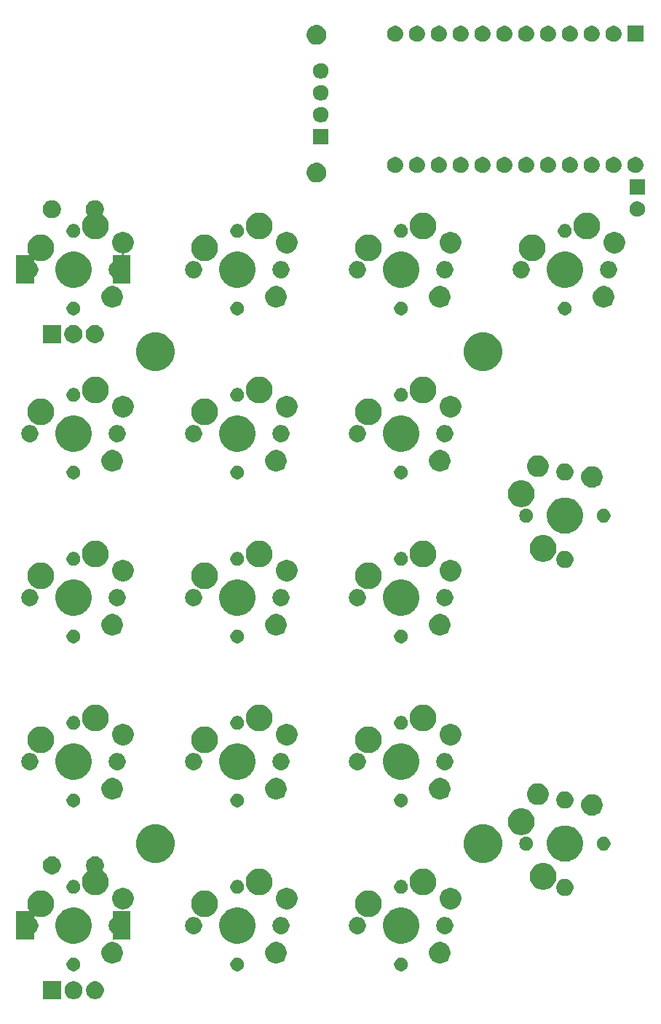
<source format=gbr>
G04 #@! TF.GenerationSoftware,KiCad,Pcbnew,(5.1.6)-1*
G04 #@! TF.CreationDate,2020-09-28T23:28:13+08:00*
G04 #@! TF.ProjectId,Hami,48616d69-2e6b-4696-9361-645f70636258,rev?*
G04 #@! TF.SameCoordinates,Original*
G04 #@! TF.FileFunction,Soldermask,Top*
G04 #@! TF.FilePolarity,Negative*
%FSLAX46Y46*%
G04 Gerber Fmt 4.6, Leading zero omitted, Abs format (unit mm)*
G04 Created by KiCad (PCBNEW (5.1.6)-1) date 2020-09-28 23:28:13*
%MOMM*%
%LPD*%
G01*
G04 APERTURE LIST*
%ADD10C,0.100000*%
G04 APERTURE END LIST*
D10*
G36*
X120281564Y-146189389D02*
G01*
X120472833Y-146268615D01*
X120472835Y-146268616D01*
X120644973Y-146383635D01*
X120791365Y-146530027D01*
X120906385Y-146702167D01*
X120985611Y-146893436D01*
X121026000Y-147096484D01*
X121026000Y-147303516D01*
X120985611Y-147506564D01*
X120906385Y-147697833D01*
X120906384Y-147697835D01*
X120791365Y-147869973D01*
X120644973Y-148016365D01*
X120472835Y-148131384D01*
X120472834Y-148131385D01*
X120472833Y-148131385D01*
X120281564Y-148210611D01*
X120078516Y-148251000D01*
X119871484Y-148251000D01*
X119668436Y-148210611D01*
X119477167Y-148131385D01*
X119477166Y-148131385D01*
X119477165Y-148131384D01*
X119305027Y-148016365D01*
X119158635Y-147869973D01*
X119043616Y-147697835D01*
X119043615Y-147697833D01*
X118964389Y-147506564D01*
X118924000Y-147303516D01*
X118924000Y-147096484D01*
X118964389Y-146893436D01*
X119043615Y-146702167D01*
X119158635Y-146530027D01*
X119305027Y-146383635D01*
X119477165Y-146268616D01*
X119477167Y-146268615D01*
X119668436Y-146189389D01*
X119871484Y-146149000D01*
X120078516Y-146149000D01*
X120281564Y-146189389D01*
G37*
G36*
X117781564Y-146189389D02*
G01*
X117972833Y-146268615D01*
X117972835Y-146268616D01*
X118144973Y-146383635D01*
X118291365Y-146530027D01*
X118406385Y-146702167D01*
X118485611Y-146893436D01*
X118526000Y-147096484D01*
X118526000Y-147303516D01*
X118485611Y-147506564D01*
X118406385Y-147697833D01*
X118406384Y-147697835D01*
X118291365Y-147869973D01*
X118144973Y-148016365D01*
X117972835Y-148131384D01*
X117972834Y-148131385D01*
X117972833Y-148131385D01*
X117781564Y-148210611D01*
X117578516Y-148251000D01*
X117371484Y-148251000D01*
X117168436Y-148210611D01*
X116977167Y-148131385D01*
X116977166Y-148131385D01*
X116977165Y-148131384D01*
X116805027Y-148016365D01*
X116658635Y-147869973D01*
X116543616Y-147697835D01*
X116543615Y-147697833D01*
X116464389Y-147506564D01*
X116424000Y-147303516D01*
X116424000Y-147096484D01*
X116464389Y-146893436D01*
X116543615Y-146702167D01*
X116658635Y-146530027D01*
X116805027Y-146383635D01*
X116977165Y-146268616D01*
X116977167Y-146268615D01*
X117168436Y-146189389D01*
X117371484Y-146149000D01*
X117578516Y-146149000D01*
X117781564Y-146189389D01*
G37*
G36*
X116026000Y-148251000D02*
G01*
X113924000Y-148251000D01*
X113924000Y-146149000D01*
X116026000Y-146149000D01*
X116026000Y-148251000D01*
G37*
G36*
X155808642Y-143429781D02*
G01*
X155954414Y-143490162D01*
X155954416Y-143490163D01*
X156085608Y-143577822D01*
X156197178Y-143689392D01*
X156284837Y-143820584D01*
X156284838Y-143820586D01*
X156345219Y-143966358D01*
X156376000Y-144121107D01*
X156376000Y-144278893D01*
X156345219Y-144433642D01*
X156284838Y-144579414D01*
X156284837Y-144579416D01*
X156197178Y-144710608D01*
X156085608Y-144822178D01*
X155954416Y-144909837D01*
X155954415Y-144909838D01*
X155954414Y-144909838D01*
X155808642Y-144970219D01*
X155653893Y-145001000D01*
X155496107Y-145001000D01*
X155341358Y-144970219D01*
X155195586Y-144909838D01*
X155195585Y-144909838D01*
X155195584Y-144909837D01*
X155064392Y-144822178D01*
X154952822Y-144710608D01*
X154865163Y-144579416D01*
X154865162Y-144579414D01*
X154804781Y-144433642D01*
X154774000Y-144278893D01*
X154774000Y-144121107D01*
X154804781Y-143966358D01*
X154865162Y-143820586D01*
X154865163Y-143820584D01*
X154952822Y-143689392D01*
X155064392Y-143577822D01*
X155195584Y-143490163D01*
X155195586Y-143490162D01*
X155341358Y-143429781D01*
X155496107Y-143399000D01*
X155653893Y-143399000D01*
X155808642Y-143429781D01*
G37*
G36*
X136758642Y-143429781D02*
G01*
X136904414Y-143490162D01*
X136904416Y-143490163D01*
X137035608Y-143577822D01*
X137147178Y-143689392D01*
X137234837Y-143820584D01*
X137234838Y-143820586D01*
X137295219Y-143966358D01*
X137326000Y-144121107D01*
X137326000Y-144278893D01*
X137295219Y-144433642D01*
X137234838Y-144579414D01*
X137234837Y-144579416D01*
X137147178Y-144710608D01*
X137035608Y-144822178D01*
X136904416Y-144909837D01*
X136904415Y-144909838D01*
X136904414Y-144909838D01*
X136758642Y-144970219D01*
X136603893Y-145001000D01*
X136446107Y-145001000D01*
X136291358Y-144970219D01*
X136145586Y-144909838D01*
X136145585Y-144909838D01*
X136145584Y-144909837D01*
X136014392Y-144822178D01*
X135902822Y-144710608D01*
X135815163Y-144579416D01*
X135815162Y-144579414D01*
X135754781Y-144433642D01*
X135724000Y-144278893D01*
X135724000Y-144121107D01*
X135754781Y-143966358D01*
X135815162Y-143820586D01*
X135815163Y-143820584D01*
X135902822Y-143689392D01*
X136014392Y-143577822D01*
X136145584Y-143490163D01*
X136145586Y-143490162D01*
X136291358Y-143429781D01*
X136446107Y-143399000D01*
X136603893Y-143399000D01*
X136758642Y-143429781D01*
G37*
G36*
X117708642Y-143429781D02*
G01*
X117854414Y-143490162D01*
X117854416Y-143490163D01*
X117985608Y-143577822D01*
X118097178Y-143689392D01*
X118184837Y-143820584D01*
X118184838Y-143820586D01*
X118245219Y-143966358D01*
X118276000Y-144121107D01*
X118276000Y-144278893D01*
X118245219Y-144433642D01*
X118184838Y-144579414D01*
X118184837Y-144579416D01*
X118097178Y-144710608D01*
X117985608Y-144822178D01*
X117854416Y-144909837D01*
X117854415Y-144909838D01*
X117854414Y-144909838D01*
X117708642Y-144970219D01*
X117553893Y-145001000D01*
X117396107Y-145001000D01*
X117241358Y-144970219D01*
X117095586Y-144909838D01*
X117095585Y-144909838D01*
X117095584Y-144909837D01*
X116964392Y-144822178D01*
X116852822Y-144710608D01*
X116765163Y-144579416D01*
X116765162Y-144579414D01*
X116704781Y-144433642D01*
X116674000Y-144278893D01*
X116674000Y-144121107D01*
X116704781Y-143966358D01*
X116765162Y-143820586D01*
X116765163Y-143820584D01*
X116852822Y-143689392D01*
X116964392Y-143577822D01*
X117095584Y-143490163D01*
X117095586Y-143490162D01*
X117241358Y-143429781D01*
X117396107Y-143399000D01*
X117553893Y-143399000D01*
X117708642Y-143429781D01*
G37*
G36*
X122016636Y-141545445D02*
G01*
X122032181Y-141564387D01*
X122051123Y-141579932D01*
X122072734Y-141591483D01*
X122096183Y-141598596D01*
X122221052Y-141623434D01*
X122339903Y-141647075D01*
X122567571Y-141741378D01*
X122772466Y-141878285D01*
X122946715Y-142052534D01*
X122946716Y-142052536D01*
X123083623Y-142257431D01*
X123177925Y-142485097D01*
X123226000Y-142726786D01*
X123226000Y-142973214D01*
X123177925Y-143214903D01*
X123088920Y-143429782D01*
X123083622Y-143442571D01*
X122946715Y-143647466D01*
X122772466Y-143821715D01*
X122567571Y-143958622D01*
X122567570Y-143958623D01*
X122567569Y-143958623D01*
X122339903Y-144052925D01*
X122098214Y-144101000D01*
X121851786Y-144101000D01*
X121610097Y-144052925D01*
X121382431Y-143958623D01*
X121382430Y-143958623D01*
X121382429Y-143958622D01*
X121177534Y-143821715D01*
X121003285Y-143647466D01*
X120866378Y-143442571D01*
X120861081Y-143429782D01*
X120772075Y-143214903D01*
X120724000Y-142973214D01*
X120724000Y-142726786D01*
X120772075Y-142485097D01*
X120866377Y-142257431D01*
X121003284Y-142052536D01*
X121003285Y-142052534D01*
X121177534Y-141878285D01*
X121382429Y-141741378D01*
X121610097Y-141647075D01*
X121851786Y-141599000D01*
X121899001Y-141599000D01*
X121923387Y-141596598D01*
X121946836Y-141589485D01*
X121968447Y-141577934D01*
X121987389Y-141562389D01*
X122002934Y-141543447D01*
X122009251Y-141531628D01*
X122016636Y-141545445D01*
G37*
G36*
X141389903Y-141647075D02*
G01*
X141617571Y-141741378D01*
X141822466Y-141878285D01*
X141996715Y-142052534D01*
X141996716Y-142052536D01*
X142133623Y-142257431D01*
X142227925Y-142485097D01*
X142276000Y-142726786D01*
X142276000Y-142973214D01*
X142227925Y-143214903D01*
X142138920Y-143429782D01*
X142133622Y-143442571D01*
X141996715Y-143647466D01*
X141822466Y-143821715D01*
X141617571Y-143958622D01*
X141617570Y-143958623D01*
X141617569Y-143958623D01*
X141389903Y-144052925D01*
X141148214Y-144101000D01*
X140901786Y-144101000D01*
X140660097Y-144052925D01*
X140432431Y-143958623D01*
X140432430Y-143958623D01*
X140432429Y-143958622D01*
X140227534Y-143821715D01*
X140053285Y-143647466D01*
X139916378Y-143442571D01*
X139911081Y-143429782D01*
X139822075Y-143214903D01*
X139774000Y-142973214D01*
X139774000Y-142726786D01*
X139822075Y-142485097D01*
X139916377Y-142257431D01*
X140053284Y-142052536D01*
X140053285Y-142052534D01*
X140227534Y-141878285D01*
X140432429Y-141741378D01*
X140660097Y-141647075D01*
X140901786Y-141599000D01*
X141148214Y-141599000D01*
X141389903Y-141647075D01*
G37*
G36*
X160439903Y-141647075D02*
G01*
X160667571Y-141741378D01*
X160872466Y-141878285D01*
X161046715Y-142052534D01*
X161046716Y-142052536D01*
X161183623Y-142257431D01*
X161277925Y-142485097D01*
X161326000Y-142726786D01*
X161326000Y-142973214D01*
X161277925Y-143214903D01*
X161188920Y-143429782D01*
X161183622Y-143442571D01*
X161046715Y-143647466D01*
X160872466Y-143821715D01*
X160667571Y-143958622D01*
X160667570Y-143958623D01*
X160667569Y-143958623D01*
X160439903Y-144052925D01*
X160198214Y-144101000D01*
X159951786Y-144101000D01*
X159710097Y-144052925D01*
X159482431Y-143958623D01*
X159482430Y-143958623D01*
X159482429Y-143958622D01*
X159277534Y-143821715D01*
X159103285Y-143647466D01*
X158966378Y-143442571D01*
X158961081Y-143429782D01*
X158872075Y-143214903D01*
X158824000Y-142973214D01*
X158824000Y-142726786D01*
X158872075Y-142485097D01*
X158966377Y-142257431D01*
X159103284Y-142052536D01*
X159103285Y-142052534D01*
X159277534Y-141878285D01*
X159482429Y-141741378D01*
X159710097Y-141647075D01*
X159951786Y-141599000D01*
X160198214Y-141599000D01*
X160439903Y-141647075D01*
G37*
G36*
X117952536Y-137652827D02*
G01*
X118087839Y-137679740D01*
X118264523Y-137752925D01*
X118464150Y-137835613D01*
X118470197Y-137838118D01*
X118527140Y-137876166D01*
X118785805Y-138049000D01*
X118814310Y-138068047D01*
X119106953Y-138360690D01*
X119336882Y-138704803D01*
X119484797Y-139061900D01*
X119495260Y-139087162D01*
X119576000Y-139493068D01*
X119576000Y-139906932D01*
X119522847Y-140174149D01*
X119495260Y-140312839D01*
X119336882Y-140695197D01*
X119221138Y-140868420D01*
X119106954Y-141039309D01*
X118814309Y-141331954D01*
X118771564Y-141360515D01*
X118470197Y-141561882D01*
X118470196Y-141561883D01*
X118470195Y-141561883D01*
X118403558Y-141589485D01*
X118087839Y-141720260D01*
X117981676Y-141741377D01*
X117681932Y-141801000D01*
X117268068Y-141801000D01*
X116968324Y-141741377D01*
X116862161Y-141720260D01*
X116546442Y-141589485D01*
X116479805Y-141561883D01*
X116479804Y-141561883D01*
X116479803Y-141561882D01*
X116178436Y-141360515D01*
X116135691Y-141331954D01*
X115843046Y-141039309D01*
X115728862Y-140868420D01*
X115613118Y-140695197D01*
X115454740Y-140312839D01*
X115427153Y-140174149D01*
X115374000Y-139906932D01*
X115374000Y-139493068D01*
X115454740Y-139087162D01*
X115465204Y-139061900D01*
X115613118Y-138704803D01*
X115843047Y-138360690D01*
X116135690Y-138068047D01*
X116164196Y-138049000D01*
X116422860Y-137876166D01*
X116479803Y-137838118D01*
X116485851Y-137835613D01*
X116685477Y-137752925D01*
X116862161Y-137679740D01*
X116997464Y-137652827D01*
X117268068Y-137599000D01*
X117681932Y-137599000D01*
X117952536Y-137652827D01*
G37*
G36*
X156052536Y-137652827D02*
G01*
X156187839Y-137679740D01*
X156364523Y-137752925D01*
X156564150Y-137835613D01*
X156570197Y-137838118D01*
X156627140Y-137876166D01*
X156885805Y-138049000D01*
X156914310Y-138068047D01*
X157206953Y-138360690D01*
X157436882Y-138704803D01*
X157584797Y-139061900D01*
X157595260Y-139087162D01*
X157676000Y-139493068D01*
X157676000Y-139906932D01*
X157622847Y-140174149D01*
X157595260Y-140312839D01*
X157436882Y-140695197D01*
X157321138Y-140868420D01*
X157206954Y-141039309D01*
X156914309Y-141331954D01*
X156871564Y-141360515D01*
X156570197Y-141561882D01*
X156570196Y-141561883D01*
X156570195Y-141561883D01*
X156503558Y-141589485D01*
X156187839Y-141720260D01*
X156081676Y-141741377D01*
X155781932Y-141801000D01*
X155368068Y-141801000D01*
X155068324Y-141741377D01*
X154962161Y-141720260D01*
X154646442Y-141589485D01*
X154579805Y-141561883D01*
X154579804Y-141561883D01*
X154579803Y-141561882D01*
X154278436Y-141360515D01*
X154235691Y-141331954D01*
X153943046Y-141039309D01*
X153828862Y-140868420D01*
X153713118Y-140695197D01*
X153554740Y-140312839D01*
X153527153Y-140174149D01*
X153474000Y-139906932D01*
X153474000Y-139493068D01*
X153554740Y-139087162D01*
X153565204Y-139061900D01*
X153713118Y-138704803D01*
X153943047Y-138360690D01*
X154235690Y-138068047D01*
X154264196Y-138049000D01*
X154522860Y-137876166D01*
X154579803Y-137838118D01*
X154585851Y-137835613D01*
X154785477Y-137752925D01*
X154962161Y-137679740D01*
X155097464Y-137652827D01*
X155368068Y-137599000D01*
X155781932Y-137599000D01*
X156052536Y-137652827D01*
G37*
G36*
X137002536Y-137652827D02*
G01*
X137137839Y-137679740D01*
X137314523Y-137752925D01*
X137514150Y-137835613D01*
X137520197Y-137838118D01*
X137577140Y-137876166D01*
X137835805Y-138049000D01*
X137864310Y-138068047D01*
X138156953Y-138360690D01*
X138386882Y-138704803D01*
X138534797Y-139061900D01*
X138545260Y-139087162D01*
X138626000Y-139493068D01*
X138626000Y-139906932D01*
X138572847Y-140174149D01*
X138545260Y-140312839D01*
X138386882Y-140695197D01*
X138271138Y-140868420D01*
X138156954Y-141039309D01*
X137864309Y-141331954D01*
X137821564Y-141360515D01*
X137520197Y-141561882D01*
X137520196Y-141561883D01*
X137520195Y-141561883D01*
X137453558Y-141589485D01*
X137137839Y-141720260D01*
X137031676Y-141741377D01*
X136731932Y-141801000D01*
X136318068Y-141801000D01*
X136018324Y-141741377D01*
X135912161Y-141720260D01*
X135596442Y-141589485D01*
X135529805Y-141561883D01*
X135529804Y-141561883D01*
X135529803Y-141561882D01*
X135228436Y-141360515D01*
X135185691Y-141331954D01*
X134893046Y-141039309D01*
X134778862Y-140868420D01*
X134663118Y-140695197D01*
X134504740Y-140312839D01*
X134477153Y-140174149D01*
X134424000Y-139906932D01*
X134424000Y-139493068D01*
X134504740Y-139087162D01*
X134515204Y-139061900D01*
X134663118Y-138704803D01*
X134893047Y-138360690D01*
X135185690Y-138068047D01*
X135214196Y-138049000D01*
X135472860Y-137876166D01*
X135529803Y-137838118D01*
X135535851Y-137835613D01*
X135735477Y-137752925D01*
X135912161Y-137679740D01*
X136047464Y-137652827D01*
X136318068Y-137599000D01*
X136731932Y-137599000D01*
X137002536Y-137652827D01*
G37*
G36*
X123589903Y-135347075D02*
G01*
X123817571Y-135441378D01*
X124022466Y-135578285D01*
X124196715Y-135752534D01*
X124333622Y-135957429D01*
X124333623Y-135957431D01*
X124427925Y-136185097D01*
X124475710Y-136425326D01*
X124476000Y-136426787D01*
X124476000Y-136673213D01*
X124427925Y-136914903D01*
X124333622Y-137142571D01*
X124196715Y-137347466D01*
X124022466Y-137521715D01*
X123817571Y-137658622D01*
X123589903Y-137752925D01*
X123471052Y-137776566D01*
X123346183Y-137801404D01*
X123322734Y-137808517D01*
X123301123Y-137820068D01*
X123282181Y-137835613D01*
X123266636Y-137854555D01*
X123255085Y-137876166D01*
X123247972Y-137899615D01*
X123245570Y-137924001D01*
X123247972Y-137948387D01*
X123255085Y-137971836D01*
X123266636Y-137993447D01*
X123282181Y-138012389D01*
X123301123Y-138027934D01*
X123322734Y-138039485D01*
X123346183Y-138046598D01*
X123370569Y-138049000D01*
X124126000Y-138049000D01*
X124126000Y-141351000D01*
X122120569Y-141351000D01*
X122096183Y-141353402D01*
X122072734Y-141360515D01*
X122051123Y-141372066D01*
X122032181Y-141387611D01*
X122024000Y-141397580D01*
X122024000Y-140615902D01*
X122021598Y-140591516D01*
X122014485Y-140568067D01*
X122002934Y-140546456D01*
X121987389Y-140527514D01*
X121968451Y-140511972D01*
X121916900Y-140477527D01*
X121777473Y-140338100D01*
X121667926Y-140174151D01*
X121592468Y-139991981D01*
X121554000Y-139798590D01*
X121554000Y-139601410D01*
X121592468Y-139408019D01*
X121667926Y-139225849D01*
X121777473Y-139061900D01*
X121916900Y-138922473D01*
X121968451Y-138888028D01*
X121987389Y-138872486D01*
X122002934Y-138853544D01*
X122014485Y-138831933D01*
X122021598Y-138808484D01*
X122024000Y-138784098D01*
X122024000Y-138049000D01*
X123079431Y-138049000D01*
X123103817Y-138046598D01*
X123127266Y-138039485D01*
X123148877Y-138027934D01*
X123167819Y-138012389D01*
X123183364Y-137993447D01*
X123194915Y-137971836D01*
X123202028Y-137948387D01*
X123204430Y-137924001D01*
X123202028Y-137899615D01*
X123194915Y-137876166D01*
X123183364Y-137854555D01*
X123167819Y-137835613D01*
X123148877Y-137820068D01*
X123127266Y-137808517D01*
X123103817Y-137801404D01*
X122978948Y-137776566D01*
X122860097Y-137752925D01*
X122632429Y-137658622D01*
X122427534Y-137521715D01*
X122253285Y-137347466D01*
X122116378Y-137142571D01*
X122022075Y-136914903D01*
X121974000Y-136673213D01*
X121974000Y-136426787D01*
X121974291Y-136425326D01*
X122022075Y-136185097D01*
X122116377Y-135957431D01*
X122116378Y-135957429D01*
X122253285Y-135752534D01*
X122427534Y-135578285D01*
X122632429Y-135441378D01*
X122860097Y-135347075D01*
X123101786Y-135299000D01*
X123348214Y-135299000D01*
X123589903Y-135347075D01*
G37*
G36*
X113967585Y-135638802D02*
G01*
X114117410Y-135668604D01*
X114399674Y-135785521D01*
X114653705Y-135955259D01*
X114869741Y-136171295D01*
X115039479Y-136425326D01*
X115156396Y-136707590D01*
X115216000Y-137007240D01*
X115216000Y-137312760D01*
X115156396Y-137612410D01*
X115039479Y-137894674D01*
X114869741Y-138148705D01*
X114653705Y-138364741D01*
X114399674Y-138534479D01*
X114117410Y-138651396D01*
X113967585Y-138681198D01*
X113817761Y-138711000D01*
X113512239Y-138711000D01*
X113212590Y-138651396D01*
X113098834Y-138604277D01*
X113075385Y-138597164D01*
X113050999Y-138594762D01*
X113026612Y-138597164D01*
X113003164Y-138604277D01*
X112981553Y-138615828D01*
X112962611Y-138631374D01*
X112947066Y-138650316D01*
X112935515Y-138671926D01*
X112928402Y-138695375D01*
X112926000Y-138719761D01*
X112926000Y-138784098D01*
X112928402Y-138808484D01*
X112935515Y-138831933D01*
X112947066Y-138853544D01*
X112962611Y-138872486D01*
X112981549Y-138888028D01*
X113033100Y-138922473D01*
X113172527Y-139061900D01*
X113282074Y-139225849D01*
X113357532Y-139408019D01*
X113396000Y-139601410D01*
X113396000Y-139798590D01*
X113357532Y-139991981D01*
X113282074Y-140174151D01*
X113172527Y-140338100D01*
X113033100Y-140477527D01*
X112981549Y-140511972D01*
X112962611Y-140527514D01*
X112947066Y-140546456D01*
X112935515Y-140568067D01*
X112928402Y-140591516D01*
X112926000Y-140615902D01*
X112926000Y-141351000D01*
X110824000Y-141351000D01*
X110824000Y-138049000D01*
X112167371Y-138049000D01*
X112191757Y-138046598D01*
X112215206Y-138039485D01*
X112236817Y-138027934D01*
X112255759Y-138012389D01*
X112271304Y-137993447D01*
X112282855Y-137971836D01*
X112289968Y-137948387D01*
X112292370Y-137924001D01*
X112289968Y-137899615D01*
X112282855Y-137876166D01*
X112267095Y-137838118D01*
X112173604Y-137612410D01*
X112114000Y-137312760D01*
X112114000Y-137007240D01*
X112173604Y-136707590D01*
X112290521Y-136425326D01*
X112460259Y-136171295D01*
X112676295Y-135955259D01*
X112930326Y-135785521D01*
X113212590Y-135668604D01*
X113362415Y-135638802D01*
X113512239Y-135609000D01*
X113817761Y-135609000D01*
X113967585Y-135638802D01*
G37*
G36*
X131572764Y-138704803D02*
G01*
X131736981Y-138737468D01*
X131919151Y-138812926D01*
X132083100Y-138922473D01*
X132222527Y-139061900D01*
X132332074Y-139225849D01*
X132407532Y-139408019D01*
X132446000Y-139601410D01*
X132446000Y-139798590D01*
X132407532Y-139991981D01*
X132332074Y-140174151D01*
X132222527Y-140338100D01*
X132083100Y-140477527D01*
X131919151Y-140587074D01*
X131736981Y-140662532D01*
X131640285Y-140681766D01*
X131543591Y-140701000D01*
X131346409Y-140701000D01*
X131249715Y-140681766D01*
X131153019Y-140662532D01*
X130970849Y-140587074D01*
X130806900Y-140477527D01*
X130667473Y-140338100D01*
X130557926Y-140174151D01*
X130482468Y-139991981D01*
X130444000Y-139798590D01*
X130444000Y-139601410D01*
X130482468Y-139408019D01*
X130557926Y-139225849D01*
X130667473Y-139061900D01*
X130806900Y-138922473D01*
X130970849Y-138812926D01*
X131153019Y-138737468D01*
X131317236Y-138704803D01*
X131346409Y-138699000D01*
X131543591Y-138699000D01*
X131572764Y-138704803D01*
G37*
G36*
X160782764Y-138704803D02*
G01*
X160946981Y-138737468D01*
X161129151Y-138812926D01*
X161293100Y-138922473D01*
X161432527Y-139061900D01*
X161542074Y-139225849D01*
X161617532Y-139408019D01*
X161656000Y-139601410D01*
X161656000Y-139798590D01*
X161617532Y-139991981D01*
X161542074Y-140174151D01*
X161432527Y-140338100D01*
X161293100Y-140477527D01*
X161129151Y-140587074D01*
X160946981Y-140662532D01*
X160850285Y-140681766D01*
X160753591Y-140701000D01*
X160556409Y-140701000D01*
X160459715Y-140681766D01*
X160363019Y-140662532D01*
X160180849Y-140587074D01*
X160016900Y-140477527D01*
X159877473Y-140338100D01*
X159767926Y-140174151D01*
X159692468Y-139991981D01*
X159654000Y-139798590D01*
X159654000Y-139601410D01*
X159692468Y-139408019D01*
X159767926Y-139225849D01*
X159877473Y-139061900D01*
X160016900Y-138922473D01*
X160180849Y-138812926D01*
X160363019Y-138737468D01*
X160527236Y-138704803D01*
X160556409Y-138699000D01*
X160753591Y-138699000D01*
X160782764Y-138704803D01*
G37*
G36*
X150622764Y-138704803D02*
G01*
X150786981Y-138737468D01*
X150969151Y-138812926D01*
X151133100Y-138922473D01*
X151272527Y-139061900D01*
X151382074Y-139225849D01*
X151457532Y-139408019D01*
X151496000Y-139601410D01*
X151496000Y-139798590D01*
X151457532Y-139991981D01*
X151382074Y-140174151D01*
X151272527Y-140338100D01*
X151133100Y-140477527D01*
X150969151Y-140587074D01*
X150786981Y-140662532D01*
X150690285Y-140681766D01*
X150593591Y-140701000D01*
X150396409Y-140701000D01*
X150299715Y-140681766D01*
X150203019Y-140662532D01*
X150020849Y-140587074D01*
X149856900Y-140477527D01*
X149717473Y-140338100D01*
X149607926Y-140174151D01*
X149532468Y-139991981D01*
X149494000Y-139798590D01*
X149494000Y-139601410D01*
X149532468Y-139408019D01*
X149607926Y-139225849D01*
X149717473Y-139061900D01*
X149856900Y-138922473D01*
X150020849Y-138812926D01*
X150203019Y-138737468D01*
X150367236Y-138704803D01*
X150396409Y-138699000D01*
X150593591Y-138699000D01*
X150622764Y-138704803D01*
G37*
G36*
X141732764Y-138704803D02*
G01*
X141896981Y-138737468D01*
X142079151Y-138812926D01*
X142243100Y-138922473D01*
X142382527Y-139061900D01*
X142492074Y-139225849D01*
X142567532Y-139408019D01*
X142606000Y-139601410D01*
X142606000Y-139798590D01*
X142567532Y-139991981D01*
X142492074Y-140174151D01*
X142382527Y-140338100D01*
X142243100Y-140477527D01*
X142079151Y-140587074D01*
X141896981Y-140662532D01*
X141800285Y-140681766D01*
X141703591Y-140701000D01*
X141506409Y-140701000D01*
X141409715Y-140681766D01*
X141313019Y-140662532D01*
X141130849Y-140587074D01*
X140966900Y-140477527D01*
X140827473Y-140338100D01*
X140717926Y-140174151D01*
X140642468Y-139991981D01*
X140604000Y-139798590D01*
X140604000Y-139601410D01*
X140642468Y-139408019D01*
X140717926Y-139225849D01*
X140827473Y-139061900D01*
X140966900Y-138922473D01*
X141130849Y-138812926D01*
X141313019Y-138737468D01*
X141477236Y-138704803D01*
X141506409Y-138699000D01*
X141703591Y-138699000D01*
X141732764Y-138704803D01*
G37*
G36*
X152067585Y-135638802D02*
G01*
X152217410Y-135668604D01*
X152499674Y-135785521D01*
X152753705Y-135955259D01*
X152969741Y-136171295D01*
X153139479Y-136425326D01*
X153256396Y-136707590D01*
X153316000Y-137007240D01*
X153316000Y-137312760D01*
X153256396Y-137612410D01*
X153139479Y-137894674D01*
X152969741Y-138148705D01*
X152753705Y-138364741D01*
X152499674Y-138534479D01*
X152217410Y-138651396D01*
X152067585Y-138681198D01*
X151917761Y-138711000D01*
X151612239Y-138711000D01*
X151462415Y-138681198D01*
X151312590Y-138651396D01*
X151030326Y-138534479D01*
X150776295Y-138364741D01*
X150560259Y-138148705D01*
X150390521Y-137894674D01*
X150273604Y-137612410D01*
X150214000Y-137312760D01*
X150214000Y-137007240D01*
X150273604Y-136707590D01*
X150390521Y-136425326D01*
X150560259Y-136171295D01*
X150776295Y-135955259D01*
X151030326Y-135785521D01*
X151312590Y-135668604D01*
X151462415Y-135638802D01*
X151612239Y-135609000D01*
X151917761Y-135609000D01*
X152067585Y-135638802D01*
G37*
G36*
X133017585Y-135638802D02*
G01*
X133167410Y-135668604D01*
X133449674Y-135785521D01*
X133703705Y-135955259D01*
X133919741Y-136171295D01*
X134089479Y-136425326D01*
X134206396Y-136707590D01*
X134266000Y-137007240D01*
X134266000Y-137312760D01*
X134206396Y-137612410D01*
X134089479Y-137894674D01*
X133919741Y-138148705D01*
X133703705Y-138364741D01*
X133449674Y-138534479D01*
X133167410Y-138651396D01*
X133017585Y-138681198D01*
X132867761Y-138711000D01*
X132562239Y-138711000D01*
X132412415Y-138681198D01*
X132262590Y-138651396D01*
X131980326Y-138534479D01*
X131726295Y-138364741D01*
X131510259Y-138148705D01*
X131340521Y-137894674D01*
X131223604Y-137612410D01*
X131164000Y-137312760D01*
X131164000Y-137007240D01*
X131223604Y-136707590D01*
X131340521Y-136425326D01*
X131510259Y-136171295D01*
X131726295Y-135955259D01*
X131980326Y-135785521D01*
X132262590Y-135668604D01*
X132412415Y-135638802D01*
X132562239Y-135609000D01*
X132867761Y-135609000D01*
X133017585Y-135638802D01*
G37*
G36*
X142639903Y-135347075D02*
G01*
X142867571Y-135441378D01*
X143072466Y-135578285D01*
X143246715Y-135752534D01*
X143383622Y-135957429D01*
X143383623Y-135957431D01*
X143477925Y-136185097D01*
X143525710Y-136425326D01*
X143526000Y-136426787D01*
X143526000Y-136673213D01*
X143477925Y-136914903D01*
X143383622Y-137142571D01*
X143246715Y-137347466D01*
X143072466Y-137521715D01*
X142867571Y-137658622D01*
X142867570Y-137658623D01*
X142867569Y-137658623D01*
X142639903Y-137752925D01*
X142398214Y-137801000D01*
X142151786Y-137801000D01*
X141910097Y-137752925D01*
X141682431Y-137658623D01*
X141682430Y-137658623D01*
X141682429Y-137658622D01*
X141477534Y-137521715D01*
X141303285Y-137347466D01*
X141166378Y-137142571D01*
X141072075Y-136914903D01*
X141024000Y-136673213D01*
X141024000Y-136426787D01*
X141024291Y-136425326D01*
X141072075Y-136185097D01*
X141166377Y-135957431D01*
X141166378Y-135957429D01*
X141303285Y-135752534D01*
X141477534Y-135578285D01*
X141682429Y-135441378D01*
X141910097Y-135347075D01*
X142151786Y-135299000D01*
X142398214Y-135299000D01*
X142639903Y-135347075D01*
G37*
G36*
X161689903Y-135347075D02*
G01*
X161917571Y-135441378D01*
X162122466Y-135578285D01*
X162296715Y-135752534D01*
X162433622Y-135957429D01*
X162433623Y-135957431D01*
X162527925Y-136185097D01*
X162575710Y-136425326D01*
X162576000Y-136426787D01*
X162576000Y-136673213D01*
X162527925Y-136914903D01*
X162433622Y-137142571D01*
X162296715Y-137347466D01*
X162122466Y-137521715D01*
X161917571Y-137658622D01*
X161917570Y-137658623D01*
X161917569Y-137658623D01*
X161689903Y-137752925D01*
X161448214Y-137801000D01*
X161201786Y-137801000D01*
X160960097Y-137752925D01*
X160732431Y-137658623D01*
X160732430Y-137658623D01*
X160732429Y-137658622D01*
X160527534Y-137521715D01*
X160353285Y-137347466D01*
X160216378Y-137142571D01*
X160122075Y-136914903D01*
X160074000Y-136673213D01*
X160074000Y-136426787D01*
X160074291Y-136425326D01*
X160122075Y-136185097D01*
X160216377Y-135957431D01*
X160216378Y-135957429D01*
X160353285Y-135752534D01*
X160527534Y-135578285D01*
X160732429Y-135441378D01*
X160960097Y-135347075D01*
X161201786Y-135299000D01*
X161448214Y-135299000D01*
X161689903Y-135347075D01*
G37*
G36*
X174916981Y-134292468D02*
G01*
X175099151Y-134367926D01*
X175263100Y-134477473D01*
X175402527Y-134616900D01*
X175512074Y-134780849D01*
X175587532Y-134963019D01*
X175626000Y-135156409D01*
X175626000Y-135353591D01*
X175624829Y-135359479D01*
X175587532Y-135546981D01*
X175512074Y-135729151D01*
X175402527Y-135893100D01*
X175263100Y-136032527D01*
X175099151Y-136142074D01*
X174916981Y-136217532D01*
X174820285Y-136236766D01*
X174723591Y-136256000D01*
X174526409Y-136256000D01*
X174429715Y-136236766D01*
X174333019Y-136217532D01*
X174150849Y-136142074D01*
X173986900Y-136032527D01*
X173847473Y-135893100D01*
X173737926Y-135729151D01*
X173662468Y-135546981D01*
X173625171Y-135359479D01*
X173624000Y-135353591D01*
X173624000Y-135156409D01*
X173662468Y-134963019D01*
X173737926Y-134780849D01*
X173847473Y-134616900D01*
X173986900Y-134477473D01*
X174150849Y-134367926D01*
X174333019Y-134292468D01*
X174526409Y-134254000D01*
X174723591Y-134254000D01*
X174916981Y-134292468D01*
G37*
G36*
X139367585Y-133098802D02*
G01*
X139517410Y-133128604D01*
X139799674Y-133245521D01*
X140053705Y-133415259D01*
X140269741Y-133631295D01*
X140439479Y-133885326D01*
X140544040Y-134137760D01*
X140556396Y-134167591D01*
X140610067Y-134437410D01*
X140616000Y-134467240D01*
X140616000Y-134772760D01*
X140556396Y-135072410D01*
X140439479Y-135354674D01*
X140269741Y-135608705D01*
X140053705Y-135824741D01*
X139799674Y-135994479D01*
X139517410Y-136111396D01*
X139367585Y-136141198D01*
X139217761Y-136171000D01*
X138912239Y-136171000D01*
X138762415Y-136141198D01*
X138612590Y-136111396D01*
X138330326Y-135994479D01*
X138076295Y-135824741D01*
X137860259Y-135608705D01*
X137690521Y-135354674D01*
X137573604Y-135072410D01*
X137514000Y-134772760D01*
X137514000Y-134467240D01*
X137519934Y-134437410D01*
X137573604Y-134167591D01*
X137585960Y-134137760D01*
X137690521Y-133885326D01*
X137860259Y-133631295D01*
X138076295Y-133415259D01*
X138330326Y-133245521D01*
X138612590Y-133128604D01*
X138762415Y-133098802D01*
X138912239Y-133069000D01*
X139217761Y-133069000D01*
X139367585Y-133098802D01*
G37*
G36*
X120281564Y-131689389D02*
G01*
X120472833Y-131768615D01*
X120472835Y-131768616D01*
X120644973Y-131883635D01*
X120791365Y-132030027D01*
X120884766Y-132169811D01*
X120906385Y-132202167D01*
X120985611Y-132393436D01*
X121026000Y-132596484D01*
X121026000Y-132803516D01*
X120985611Y-133006564D01*
X120906385Y-133197833D01*
X120905431Y-133199261D01*
X120893880Y-133220872D01*
X120886767Y-133244321D01*
X120884365Y-133268707D01*
X120886767Y-133293093D01*
X120893880Y-133316542D01*
X120905431Y-133338153D01*
X120920976Y-133357094D01*
X120939910Y-133372632D01*
X121003705Y-133415259D01*
X121219741Y-133631295D01*
X121389479Y-133885326D01*
X121494040Y-134137760D01*
X121506396Y-134167591D01*
X121560067Y-134437410D01*
X121566000Y-134467240D01*
X121566000Y-134772760D01*
X121506396Y-135072410D01*
X121389479Y-135354674D01*
X121219741Y-135608705D01*
X121003705Y-135824741D01*
X120749674Y-135994479D01*
X120467410Y-136111396D01*
X120317585Y-136141198D01*
X120167761Y-136171000D01*
X119862239Y-136171000D01*
X119712415Y-136141198D01*
X119562590Y-136111396D01*
X119280326Y-135994479D01*
X119026295Y-135824741D01*
X118810259Y-135608705D01*
X118640521Y-135354674D01*
X118523604Y-135072410D01*
X118464000Y-134772760D01*
X118464000Y-134467240D01*
X118469934Y-134437410D01*
X118523604Y-134167591D01*
X118535960Y-134137760D01*
X118640521Y-133885326D01*
X118810259Y-133631295D01*
X119026295Y-133415259D01*
X119034784Y-133409587D01*
X119053716Y-133394050D01*
X119069261Y-133375108D01*
X119080812Y-133353497D01*
X119087925Y-133330048D01*
X119090327Y-133305662D01*
X119087925Y-133281276D01*
X119080812Y-133257827D01*
X119069261Y-133236217D01*
X119043616Y-133197836D01*
X118964389Y-133006564D01*
X118924000Y-132803516D01*
X118924000Y-132596484D01*
X118964389Y-132393436D01*
X119043615Y-132202167D01*
X119065235Y-132169811D01*
X119158635Y-132030027D01*
X119305027Y-131883635D01*
X119477165Y-131768616D01*
X119477167Y-131768615D01*
X119668436Y-131689389D01*
X119871484Y-131649000D01*
X120078516Y-131649000D01*
X120281564Y-131689389D01*
G37*
G36*
X158417585Y-133098802D02*
G01*
X158567410Y-133128604D01*
X158849674Y-133245521D01*
X159103705Y-133415259D01*
X159319741Y-133631295D01*
X159489479Y-133885326D01*
X159594040Y-134137760D01*
X159606396Y-134167591D01*
X159660067Y-134437410D01*
X159666000Y-134467240D01*
X159666000Y-134772760D01*
X159606396Y-135072410D01*
X159489479Y-135354674D01*
X159319741Y-135608705D01*
X159103705Y-135824741D01*
X158849674Y-135994479D01*
X158567410Y-136111396D01*
X158417585Y-136141198D01*
X158267761Y-136171000D01*
X157962239Y-136171000D01*
X157812415Y-136141198D01*
X157662590Y-136111396D01*
X157380326Y-135994479D01*
X157126295Y-135824741D01*
X156910259Y-135608705D01*
X156740521Y-135354674D01*
X156623604Y-135072410D01*
X156564000Y-134772760D01*
X156564000Y-134467240D01*
X156569934Y-134437410D01*
X156623604Y-134167591D01*
X156635960Y-134137760D01*
X156740521Y-133885326D01*
X156910259Y-133631295D01*
X157126295Y-133415259D01*
X157380326Y-133245521D01*
X157662590Y-133128604D01*
X157812415Y-133098802D01*
X157962239Y-133069000D01*
X158267761Y-133069000D01*
X158417585Y-133098802D01*
G37*
G36*
X117708642Y-134429781D02*
G01*
X117823780Y-134477473D01*
X117854416Y-134490163D01*
X117985608Y-134577822D01*
X118097178Y-134689392D01*
X118158287Y-134780849D01*
X118184838Y-134820586D01*
X118245219Y-134966358D01*
X118276000Y-135121107D01*
X118276000Y-135278893D01*
X118245219Y-135433642D01*
X118184838Y-135579414D01*
X118184837Y-135579416D01*
X118097178Y-135710608D01*
X117985608Y-135822178D01*
X117854416Y-135909837D01*
X117854415Y-135909838D01*
X117854414Y-135909838D01*
X117708642Y-135970219D01*
X117553893Y-136001000D01*
X117396107Y-136001000D01*
X117241358Y-135970219D01*
X117095586Y-135909838D01*
X117095585Y-135909838D01*
X117095584Y-135909837D01*
X116964392Y-135822178D01*
X116852822Y-135710608D01*
X116765163Y-135579416D01*
X116765162Y-135579414D01*
X116704781Y-135433642D01*
X116674000Y-135278893D01*
X116674000Y-135121107D01*
X116704781Y-134966358D01*
X116765162Y-134820586D01*
X116791713Y-134780849D01*
X116852822Y-134689392D01*
X116964392Y-134577822D01*
X117095584Y-134490163D01*
X117126220Y-134477473D01*
X117241358Y-134429781D01*
X117396107Y-134399000D01*
X117553893Y-134399000D01*
X117708642Y-134429781D01*
G37*
G36*
X136758642Y-134429781D02*
G01*
X136873780Y-134477473D01*
X136904416Y-134490163D01*
X137035608Y-134577822D01*
X137147178Y-134689392D01*
X137208287Y-134780849D01*
X137234838Y-134820586D01*
X137295219Y-134966358D01*
X137326000Y-135121107D01*
X137326000Y-135278893D01*
X137295219Y-135433642D01*
X137234838Y-135579414D01*
X137234837Y-135579416D01*
X137147178Y-135710608D01*
X137035608Y-135822178D01*
X136904416Y-135909837D01*
X136904415Y-135909838D01*
X136904414Y-135909838D01*
X136758642Y-135970219D01*
X136603893Y-136001000D01*
X136446107Y-136001000D01*
X136291358Y-135970219D01*
X136145586Y-135909838D01*
X136145585Y-135909838D01*
X136145584Y-135909837D01*
X136014392Y-135822178D01*
X135902822Y-135710608D01*
X135815163Y-135579416D01*
X135815162Y-135579414D01*
X135754781Y-135433642D01*
X135724000Y-135278893D01*
X135724000Y-135121107D01*
X135754781Y-134966358D01*
X135815162Y-134820586D01*
X135841713Y-134780849D01*
X135902822Y-134689392D01*
X136014392Y-134577822D01*
X136145584Y-134490163D01*
X136176220Y-134477473D01*
X136291358Y-134429781D01*
X136446107Y-134399000D01*
X136603893Y-134399000D01*
X136758642Y-134429781D01*
G37*
G36*
X155808642Y-134429781D02*
G01*
X155923780Y-134477473D01*
X155954416Y-134490163D01*
X156085608Y-134577822D01*
X156197178Y-134689392D01*
X156258287Y-134780849D01*
X156284838Y-134820586D01*
X156345219Y-134966358D01*
X156376000Y-135121107D01*
X156376000Y-135278893D01*
X156345219Y-135433642D01*
X156284838Y-135579414D01*
X156284837Y-135579416D01*
X156197178Y-135710608D01*
X156085608Y-135822178D01*
X155954416Y-135909837D01*
X155954415Y-135909838D01*
X155954414Y-135909838D01*
X155808642Y-135970219D01*
X155653893Y-136001000D01*
X155496107Y-136001000D01*
X155341358Y-135970219D01*
X155195586Y-135909838D01*
X155195585Y-135909838D01*
X155195584Y-135909837D01*
X155064392Y-135822178D01*
X154952822Y-135710608D01*
X154865163Y-135579416D01*
X154865162Y-135579414D01*
X154804781Y-135433642D01*
X154774000Y-135278893D01*
X154774000Y-135121107D01*
X154804781Y-134966358D01*
X154865162Y-134820586D01*
X154891713Y-134780849D01*
X154952822Y-134689392D01*
X155064392Y-134577822D01*
X155195584Y-134490163D01*
X155226220Y-134477473D01*
X155341358Y-134429781D01*
X155496107Y-134399000D01*
X155653893Y-134399000D01*
X155808642Y-134429781D01*
G37*
G36*
X172387585Y-132463802D02*
G01*
X172537410Y-132493604D01*
X172819674Y-132610521D01*
X173073705Y-132780259D01*
X173289741Y-132996295D01*
X173459479Y-133250326D01*
X173576396Y-133532590D01*
X173606198Y-133682415D01*
X173636000Y-133832239D01*
X173636000Y-134137761D01*
X173606198Y-134287585D01*
X173576396Y-134437410D01*
X173459479Y-134719674D01*
X173289741Y-134973705D01*
X173073705Y-135189741D01*
X172819674Y-135359479D01*
X172537410Y-135476396D01*
X172387585Y-135506198D01*
X172237761Y-135536000D01*
X171932239Y-135536000D01*
X171782415Y-135506198D01*
X171632590Y-135476396D01*
X171350326Y-135359479D01*
X171096295Y-135189741D01*
X170880259Y-134973705D01*
X170710521Y-134719674D01*
X170593604Y-134437410D01*
X170563802Y-134287585D01*
X170534000Y-134137761D01*
X170534000Y-133832239D01*
X170563802Y-133682415D01*
X170593604Y-133532590D01*
X170710521Y-133250326D01*
X170880259Y-132996295D01*
X171096295Y-132780259D01*
X171350326Y-132610521D01*
X171632590Y-132493604D01*
X171782415Y-132463802D01*
X171932239Y-132434000D01*
X172237761Y-132434000D01*
X172387585Y-132463802D01*
G37*
G36*
X115281564Y-131689389D02*
G01*
X115472833Y-131768615D01*
X115472835Y-131768616D01*
X115644973Y-131883635D01*
X115791365Y-132030027D01*
X115884766Y-132169811D01*
X115906385Y-132202167D01*
X115985611Y-132393436D01*
X116026000Y-132596484D01*
X116026000Y-132803516D01*
X115985611Y-133006564D01*
X115906385Y-133197833D01*
X115906384Y-133197835D01*
X115791365Y-133369973D01*
X115644973Y-133516365D01*
X115472835Y-133631384D01*
X115472834Y-133631385D01*
X115472833Y-133631385D01*
X115281564Y-133710611D01*
X115078516Y-133751000D01*
X114871484Y-133751000D01*
X114668436Y-133710611D01*
X114477167Y-133631385D01*
X114477166Y-133631385D01*
X114477165Y-133631384D01*
X114305027Y-133516365D01*
X114158635Y-133369973D01*
X114043616Y-133197835D01*
X114043615Y-133197833D01*
X113964389Y-133006564D01*
X113924000Y-132803516D01*
X113924000Y-132596484D01*
X113964389Y-132393436D01*
X114043615Y-132202167D01*
X114065235Y-132169811D01*
X114158635Y-132030027D01*
X114305027Y-131883635D01*
X114477165Y-131768616D01*
X114477167Y-131768615D01*
X114668436Y-131689389D01*
X114871484Y-131649000D01*
X115078516Y-131649000D01*
X115281564Y-131689389D01*
G37*
G36*
X165375880Y-127934776D02*
G01*
X165756593Y-128010504D01*
X166166249Y-128180189D01*
X166534929Y-128426534D01*
X166848466Y-128740071D01*
X167094811Y-129108751D01*
X167264496Y-129518407D01*
X167340224Y-129899120D01*
X167351000Y-129953295D01*
X167351000Y-130396705D01*
X167348625Y-130408643D01*
X167264496Y-130831593D01*
X167094811Y-131241249D01*
X166848466Y-131609929D01*
X166534929Y-131923466D01*
X166166249Y-132169811D01*
X165756593Y-132339496D01*
X165375880Y-132415224D01*
X165321705Y-132426000D01*
X164878295Y-132426000D01*
X164824120Y-132415224D01*
X164443407Y-132339496D01*
X164033751Y-132169811D01*
X163665071Y-131923466D01*
X163351534Y-131609929D01*
X163105189Y-131241249D01*
X162935504Y-130831593D01*
X162851375Y-130408643D01*
X162849000Y-130396705D01*
X162849000Y-129953295D01*
X162859776Y-129899120D01*
X162935504Y-129518407D01*
X163105189Y-129108751D01*
X163351534Y-128740071D01*
X163665071Y-128426534D01*
X164033751Y-128180189D01*
X164443407Y-128010504D01*
X164824120Y-127934776D01*
X164878295Y-127924000D01*
X165321705Y-127924000D01*
X165375880Y-127934776D01*
G37*
G36*
X127275880Y-127934776D02*
G01*
X127656593Y-128010504D01*
X128066249Y-128180189D01*
X128434929Y-128426534D01*
X128748466Y-128740071D01*
X128994811Y-129108751D01*
X129164496Y-129518407D01*
X129240224Y-129899120D01*
X129251000Y-129953295D01*
X129251000Y-130396705D01*
X129248625Y-130408643D01*
X129164496Y-130831593D01*
X128994811Y-131241249D01*
X128748466Y-131609929D01*
X128434929Y-131923466D01*
X128066249Y-132169811D01*
X127656593Y-132339496D01*
X127275880Y-132415224D01*
X127221705Y-132426000D01*
X126778295Y-132426000D01*
X126724120Y-132415224D01*
X126343407Y-132339496D01*
X125933751Y-132169811D01*
X125565071Y-131923466D01*
X125251534Y-131609929D01*
X125005189Y-131241249D01*
X124835504Y-130831593D01*
X124751375Y-130408643D01*
X124749000Y-130396705D01*
X124749000Y-129953295D01*
X124759776Y-129899120D01*
X124835504Y-129518407D01*
X125005189Y-129108751D01*
X125251534Y-128740071D01*
X125565071Y-128426534D01*
X125933751Y-128180189D01*
X126343407Y-128010504D01*
X126724120Y-127934776D01*
X126778295Y-127924000D01*
X127221705Y-127924000D01*
X127275880Y-127934776D01*
G37*
G36*
X175102536Y-128127827D02*
G01*
X175237839Y-128154740D01*
X175620197Y-128313118D01*
X175964310Y-128543047D01*
X176256953Y-128835690D01*
X176486882Y-129179803D01*
X176641392Y-129552822D01*
X176645260Y-129562162D01*
X176726000Y-129968068D01*
X176726000Y-130381932D01*
X176691691Y-130554414D01*
X176645260Y-130787839D01*
X176486882Y-131170197D01*
X176256953Y-131514310D01*
X175964310Y-131806953D01*
X175620197Y-132036882D01*
X175237839Y-132195260D01*
X175102536Y-132222173D01*
X174831932Y-132276000D01*
X174418068Y-132276000D01*
X174147464Y-132222173D01*
X174012161Y-132195260D01*
X173629803Y-132036882D01*
X173285690Y-131806953D01*
X172993047Y-131514310D01*
X172763118Y-131170197D01*
X172604740Y-130787839D01*
X172558309Y-130554414D01*
X172524000Y-130381932D01*
X172524000Y-129968068D01*
X172604740Y-129562162D01*
X172608609Y-129552822D01*
X172763118Y-129179803D01*
X172993047Y-128835690D01*
X173285690Y-128543047D01*
X173629803Y-128313118D01*
X174012161Y-128154740D01*
X174147464Y-128127827D01*
X174418068Y-128074000D01*
X174831932Y-128074000D01*
X175102536Y-128127827D01*
G37*
G36*
X170358642Y-129404781D02*
G01*
X170504414Y-129465162D01*
X170504416Y-129465163D01*
X170635608Y-129552822D01*
X170747178Y-129664392D01*
X170834837Y-129795584D01*
X170834838Y-129795586D01*
X170895219Y-129941358D01*
X170926000Y-130096107D01*
X170926000Y-130253893D01*
X170895219Y-130408642D01*
X170834838Y-130554414D01*
X170834837Y-130554416D01*
X170747178Y-130685608D01*
X170635608Y-130797178D01*
X170504416Y-130884837D01*
X170504415Y-130884838D01*
X170504414Y-130884838D01*
X170358642Y-130945219D01*
X170203893Y-130976000D01*
X170046107Y-130976000D01*
X169891358Y-130945219D01*
X169745586Y-130884838D01*
X169745585Y-130884838D01*
X169745584Y-130884837D01*
X169614392Y-130797178D01*
X169502822Y-130685608D01*
X169415163Y-130554416D01*
X169415162Y-130554414D01*
X169354781Y-130408642D01*
X169324000Y-130253893D01*
X169324000Y-130096107D01*
X169354781Y-129941358D01*
X169415162Y-129795586D01*
X169415163Y-129795584D01*
X169502822Y-129664392D01*
X169614392Y-129552822D01*
X169745584Y-129465163D01*
X169745586Y-129465162D01*
X169891358Y-129404781D01*
X170046107Y-129374000D01*
X170203893Y-129374000D01*
X170358642Y-129404781D01*
G37*
G36*
X179358642Y-129404781D02*
G01*
X179504414Y-129465162D01*
X179504416Y-129465163D01*
X179635608Y-129552822D01*
X179747178Y-129664392D01*
X179834837Y-129795584D01*
X179834838Y-129795586D01*
X179895219Y-129941358D01*
X179926000Y-130096107D01*
X179926000Y-130253893D01*
X179895219Y-130408642D01*
X179834838Y-130554414D01*
X179834837Y-130554416D01*
X179747178Y-130685608D01*
X179635608Y-130797178D01*
X179504416Y-130884837D01*
X179504415Y-130884838D01*
X179504414Y-130884838D01*
X179358642Y-130945219D01*
X179203893Y-130976000D01*
X179046107Y-130976000D01*
X178891358Y-130945219D01*
X178745586Y-130884838D01*
X178745585Y-130884838D01*
X178745584Y-130884837D01*
X178614392Y-130797178D01*
X178502822Y-130685608D01*
X178415163Y-130554416D01*
X178415162Y-130554414D01*
X178354781Y-130408642D01*
X178324000Y-130253893D01*
X178324000Y-130096107D01*
X178354781Y-129941358D01*
X178415162Y-129795586D01*
X178415163Y-129795584D01*
X178502822Y-129664392D01*
X178614392Y-129552822D01*
X178745584Y-129465163D01*
X178745586Y-129465162D01*
X178891358Y-129404781D01*
X179046107Y-129374000D01*
X179203893Y-129374000D01*
X179358642Y-129404781D01*
G37*
G36*
X169847585Y-126113802D02*
G01*
X169997410Y-126143604D01*
X170279674Y-126260521D01*
X170533705Y-126430259D01*
X170749741Y-126646295D01*
X170919479Y-126900326D01*
X171036396Y-127182590D01*
X171096000Y-127482240D01*
X171096000Y-127787760D01*
X171036396Y-128087410D01*
X170919479Y-128369674D01*
X170749741Y-128623705D01*
X170533705Y-128839741D01*
X170279674Y-129009479D01*
X169997410Y-129126396D01*
X169847585Y-129156198D01*
X169697761Y-129186000D01*
X169392239Y-129186000D01*
X169242415Y-129156198D01*
X169092590Y-129126396D01*
X168810326Y-129009479D01*
X168556295Y-128839741D01*
X168340259Y-128623705D01*
X168170521Y-128369674D01*
X168053604Y-128087410D01*
X167994000Y-127787760D01*
X167994000Y-127482240D01*
X168053604Y-127182590D01*
X168170521Y-126900326D01*
X168340259Y-126646295D01*
X168556295Y-126430259D01*
X168810326Y-126260521D01*
X169092590Y-126143604D01*
X169242415Y-126113802D01*
X169392239Y-126084000D01*
X169697761Y-126084000D01*
X169847585Y-126113802D01*
G37*
G36*
X178139903Y-124472075D02*
G01*
X178274489Y-124527822D01*
X178367571Y-124566378D01*
X178572466Y-124703285D01*
X178746715Y-124877534D01*
X178883622Y-125082429D01*
X178977925Y-125310097D01*
X179026000Y-125551787D01*
X179026000Y-125798213D01*
X178977925Y-126039903D01*
X178883622Y-126267571D01*
X178746715Y-126472466D01*
X178572466Y-126646715D01*
X178367571Y-126783622D01*
X178367570Y-126783623D01*
X178367569Y-126783623D01*
X178139903Y-126877925D01*
X177898214Y-126926000D01*
X177651786Y-126926000D01*
X177410097Y-126877925D01*
X177182431Y-126783623D01*
X177182430Y-126783623D01*
X177182429Y-126783622D01*
X176977534Y-126646715D01*
X176803285Y-126472466D01*
X176666378Y-126267571D01*
X176572075Y-126039903D01*
X176524000Y-125798213D01*
X176524000Y-125551787D01*
X176572075Y-125310097D01*
X176666378Y-125082429D01*
X176803285Y-124877534D01*
X176977534Y-124703285D01*
X177182429Y-124566378D01*
X177275512Y-124527822D01*
X177410097Y-124472075D01*
X177651786Y-124424000D01*
X177898214Y-124424000D01*
X178139903Y-124472075D01*
G37*
G36*
X174820285Y-124113234D02*
G01*
X174916981Y-124132468D01*
X175099151Y-124207926D01*
X175263100Y-124317473D01*
X175402527Y-124456900D01*
X175512074Y-124620849D01*
X175587532Y-124803019D01*
X175626000Y-124996410D01*
X175626000Y-125193590D01*
X175587532Y-125386981D01*
X175534175Y-125515795D01*
X175519267Y-125551787D01*
X175512074Y-125569151D01*
X175402527Y-125733100D01*
X175263100Y-125872527D01*
X175099151Y-125982074D01*
X174916981Y-126057532D01*
X174820285Y-126076766D01*
X174723591Y-126096000D01*
X174526409Y-126096000D01*
X174429715Y-126076766D01*
X174333019Y-126057532D01*
X174150849Y-125982074D01*
X173986900Y-125872527D01*
X173847473Y-125733100D01*
X173737926Y-125569151D01*
X173730734Y-125551787D01*
X173715825Y-125515795D01*
X173662468Y-125386981D01*
X173624000Y-125193590D01*
X173624000Y-124996410D01*
X173662468Y-124803019D01*
X173737926Y-124620849D01*
X173847473Y-124456900D01*
X173986900Y-124317473D01*
X174150849Y-124207926D01*
X174333019Y-124132468D01*
X174429715Y-124113234D01*
X174526409Y-124094000D01*
X174723591Y-124094000D01*
X174820285Y-124113234D01*
G37*
G36*
X117708642Y-124379781D02*
G01*
X117854414Y-124440162D01*
X117854416Y-124440163D01*
X117985608Y-124527822D01*
X118097178Y-124639392D01*
X118184837Y-124770584D01*
X118184838Y-124770586D01*
X118245219Y-124916358D01*
X118276000Y-125071107D01*
X118276000Y-125228893D01*
X118245219Y-125383642D01*
X118184838Y-125529414D01*
X118184837Y-125529416D01*
X118097178Y-125660608D01*
X117985608Y-125772178D01*
X117854416Y-125859837D01*
X117854415Y-125859838D01*
X117854414Y-125859838D01*
X117708642Y-125920219D01*
X117553893Y-125951000D01*
X117396107Y-125951000D01*
X117241358Y-125920219D01*
X117095586Y-125859838D01*
X117095585Y-125859838D01*
X117095584Y-125859837D01*
X116964392Y-125772178D01*
X116852822Y-125660608D01*
X116765163Y-125529416D01*
X116765162Y-125529414D01*
X116704781Y-125383642D01*
X116674000Y-125228893D01*
X116674000Y-125071107D01*
X116704781Y-124916358D01*
X116765162Y-124770586D01*
X116765163Y-124770584D01*
X116852822Y-124639392D01*
X116964392Y-124527822D01*
X117095584Y-124440163D01*
X117095586Y-124440162D01*
X117241358Y-124379781D01*
X117396107Y-124349000D01*
X117553893Y-124349000D01*
X117708642Y-124379781D01*
G37*
G36*
X136758642Y-124379781D02*
G01*
X136904414Y-124440162D01*
X136904416Y-124440163D01*
X137035608Y-124527822D01*
X137147178Y-124639392D01*
X137234837Y-124770584D01*
X137234838Y-124770586D01*
X137295219Y-124916358D01*
X137326000Y-125071107D01*
X137326000Y-125228893D01*
X137295219Y-125383642D01*
X137234838Y-125529414D01*
X137234837Y-125529416D01*
X137147178Y-125660608D01*
X137035608Y-125772178D01*
X136904416Y-125859837D01*
X136904415Y-125859838D01*
X136904414Y-125859838D01*
X136758642Y-125920219D01*
X136603893Y-125951000D01*
X136446107Y-125951000D01*
X136291358Y-125920219D01*
X136145586Y-125859838D01*
X136145585Y-125859838D01*
X136145584Y-125859837D01*
X136014392Y-125772178D01*
X135902822Y-125660608D01*
X135815163Y-125529416D01*
X135815162Y-125529414D01*
X135754781Y-125383642D01*
X135724000Y-125228893D01*
X135724000Y-125071107D01*
X135754781Y-124916358D01*
X135815162Y-124770586D01*
X135815163Y-124770584D01*
X135902822Y-124639392D01*
X136014392Y-124527822D01*
X136145584Y-124440163D01*
X136145586Y-124440162D01*
X136291358Y-124379781D01*
X136446107Y-124349000D01*
X136603893Y-124349000D01*
X136758642Y-124379781D01*
G37*
G36*
X155808642Y-124379781D02*
G01*
X155954414Y-124440162D01*
X155954416Y-124440163D01*
X156085608Y-124527822D01*
X156197178Y-124639392D01*
X156284837Y-124770584D01*
X156284838Y-124770586D01*
X156345219Y-124916358D01*
X156376000Y-125071107D01*
X156376000Y-125228893D01*
X156345219Y-125383642D01*
X156284838Y-125529414D01*
X156284837Y-125529416D01*
X156197178Y-125660608D01*
X156085608Y-125772178D01*
X155954416Y-125859837D01*
X155954415Y-125859838D01*
X155954414Y-125859838D01*
X155808642Y-125920219D01*
X155653893Y-125951000D01*
X155496107Y-125951000D01*
X155341358Y-125920219D01*
X155195586Y-125859838D01*
X155195585Y-125859838D01*
X155195584Y-125859837D01*
X155064392Y-125772178D01*
X154952822Y-125660608D01*
X154865163Y-125529416D01*
X154865162Y-125529414D01*
X154804781Y-125383642D01*
X154774000Y-125228893D01*
X154774000Y-125071107D01*
X154804781Y-124916358D01*
X154865162Y-124770586D01*
X154865163Y-124770584D01*
X154952822Y-124639392D01*
X155064392Y-124527822D01*
X155195584Y-124440163D01*
X155195586Y-124440162D01*
X155341358Y-124379781D01*
X155496107Y-124349000D01*
X155653893Y-124349000D01*
X155808642Y-124379781D01*
G37*
G36*
X171839903Y-123222075D02*
G01*
X172067571Y-123316378D01*
X172272466Y-123453285D01*
X172446715Y-123627534D01*
X172446716Y-123627536D01*
X172583623Y-123832431D01*
X172677925Y-124060097D01*
X172726000Y-124301786D01*
X172726000Y-124548214D01*
X172707863Y-124639393D01*
X172677925Y-124789903D01*
X172583622Y-125017571D01*
X172446715Y-125222466D01*
X172272466Y-125396715D01*
X172067571Y-125533622D01*
X172067570Y-125533623D01*
X172067569Y-125533623D01*
X171839903Y-125627925D01*
X171598214Y-125676000D01*
X171351786Y-125676000D01*
X171110097Y-125627925D01*
X170882431Y-125533623D01*
X170882430Y-125533623D01*
X170882429Y-125533622D01*
X170677534Y-125396715D01*
X170503285Y-125222466D01*
X170366378Y-125017571D01*
X170272075Y-124789903D01*
X170242137Y-124639393D01*
X170224000Y-124548214D01*
X170224000Y-124301786D01*
X170272075Y-124060097D01*
X170366377Y-123832431D01*
X170503284Y-123627536D01*
X170503285Y-123627534D01*
X170677534Y-123453285D01*
X170882429Y-123316378D01*
X171110097Y-123222075D01*
X171351786Y-123174000D01*
X171598214Y-123174000D01*
X171839903Y-123222075D01*
G37*
G36*
X122339903Y-122597075D02*
G01*
X122567571Y-122691378D01*
X122772466Y-122828285D01*
X122946715Y-123002534D01*
X122946716Y-123002536D01*
X123083623Y-123207431D01*
X123177925Y-123435097D01*
X123226000Y-123676786D01*
X123226000Y-123923214D01*
X123177925Y-124164903D01*
X123088920Y-124379782D01*
X123083622Y-124392571D01*
X122946715Y-124597466D01*
X122772466Y-124771715D01*
X122567571Y-124908622D01*
X122567570Y-124908623D01*
X122567569Y-124908623D01*
X122339903Y-125002925D01*
X122098214Y-125051000D01*
X121851786Y-125051000D01*
X121610097Y-125002925D01*
X121382431Y-124908623D01*
X121382430Y-124908623D01*
X121382429Y-124908622D01*
X121177534Y-124771715D01*
X121003285Y-124597466D01*
X120866378Y-124392571D01*
X120861081Y-124379782D01*
X120772075Y-124164903D01*
X120724000Y-123923214D01*
X120724000Y-123676786D01*
X120772075Y-123435097D01*
X120866377Y-123207431D01*
X121003284Y-123002536D01*
X121003285Y-123002534D01*
X121177534Y-122828285D01*
X121382429Y-122691378D01*
X121610097Y-122597075D01*
X121851786Y-122549000D01*
X122098214Y-122549000D01*
X122339903Y-122597075D01*
G37*
G36*
X160439903Y-122597075D02*
G01*
X160667571Y-122691378D01*
X160872466Y-122828285D01*
X161046715Y-123002534D01*
X161046716Y-123002536D01*
X161183623Y-123207431D01*
X161277925Y-123435097D01*
X161326000Y-123676786D01*
X161326000Y-123923214D01*
X161277925Y-124164903D01*
X161188920Y-124379782D01*
X161183622Y-124392571D01*
X161046715Y-124597466D01*
X160872466Y-124771715D01*
X160667571Y-124908622D01*
X160667570Y-124908623D01*
X160667569Y-124908623D01*
X160439903Y-125002925D01*
X160198214Y-125051000D01*
X159951786Y-125051000D01*
X159710097Y-125002925D01*
X159482431Y-124908623D01*
X159482430Y-124908623D01*
X159482429Y-124908622D01*
X159277534Y-124771715D01*
X159103285Y-124597466D01*
X158966378Y-124392571D01*
X158961081Y-124379782D01*
X158872075Y-124164903D01*
X158824000Y-123923214D01*
X158824000Y-123676786D01*
X158872075Y-123435097D01*
X158966377Y-123207431D01*
X159103284Y-123002536D01*
X159103285Y-123002534D01*
X159277534Y-122828285D01*
X159482429Y-122691378D01*
X159710097Y-122597075D01*
X159951786Y-122549000D01*
X160198214Y-122549000D01*
X160439903Y-122597075D01*
G37*
G36*
X141389903Y-122597075D02*
G01*
X141617571Y-122691378D01*
X141822466Y-122828285D01*
X141996715Y-123002534D01*
X141996716Y-123002536D01*
X142133623Y-123207431D01*
X142227925Y-123435097D01*
X142276000Y-123676786D01*
X142276000Y-123923214D01*
X142227925Y-124164903D01*
X142138920Y-124379782D01*
X142133622Y-124392571D01*
X141996715Y-124597466D01*
X141822466Y-124771715D01*
X141617571Y-124908622D01*
X141617570Y-124908623D01*
X141617569Y-124908623D01*
X141389903Y-125002925D01*
X141148214Y-125051000D01*
X140901786Y-125051000D01*
X140660097Y-125002925D01*
X140432431Y-124908623D01*
X140432430Y-124908623D01*
X140432429Y-124908622D01*
X140227534Y-124771715D01*
X140053285Y-124597466D01*
X139916378Y-124392571D01*
X139911081Y-124379782D01*
X139822075Y-124164903D01*
X139774000Y-123923214D01*
X139774000Y-123676786D01*
X139822075Y-123435097D01*
X139916377Y-123207431D01*
X140053284Y-123002536D01*
X140053285Y-123002534D01*
X140227534Y-122828285D01*
X140432429Y-122691378D01*
X140660097Y-122597075D01*
X140901786Y-122549000D01*
X141148214Y-122549000D01*
X141389903Y-122597075D01*
G37*
G36*
X156052536Y-118602827D02*
G01*
X156187839Y-118629740D01*
X156570197Y-118788118D01*
X156914310Y-119018047D01*
X157206953Y-119310690D01*
X157436882Y-119654803D01*
X157584797Y-120011900D01*
X157595260Y-120037162D01*
X157676000Y-120443068D01*
X157676000Y-120856932D01*
X157622847Y-121124149D01*
X157595260Y-121262839D01*
X157436882Y-121645197D01*
X157206953Y-121989310D01*
X156914310Y-122281953D01*
X156570197Y-122511882D01*
X156187839Y-122670260D01*
X156081676Y-122691377D01*
X155781932Y-122751000D01*
X155368068Y-122751000D01*
X155068324Y-122691377D01*
X154962161Y-122670260D01*
X154579803Y-122511882D01*
X154235690Y-122281953D01*
X153943047Y-121989310D01*
X153713118Y-121645197D01*
X153554740Y-121262839D01*
X153527153Y-121124149D01*
X153474000Y-120856932D01*
X153474000Y-120443068D01*
X153554740Y-120037162D01*
X153565204Y-120011900D01*
X153713118Y-119654803D01*
X153943047Y-119310690D01*
X154235690Y-119018047D01*
X154579803Y-118788118D01*
X154962161Y-118629740D01*
X155097464Y-118602827D01*
X155368068Y-118549000D01*
X155781932Y-118549000D01*
X156052536Y-118602827D01*
G37*
G36*
X137002536Y-118602827D02*
G01*
X137137839Y-118629740D01*
X137520197Y-118788118D01*
X137864310Y-119018047D01*
X138156953Y-119310690D01*
X138386882Y-119654803D01*
X138534797Y-120011900D01*
X138545260Y-120037162D01*
X138626000Y-120443068D01*
X138626000Y-120856932D01*
X138572847Y-121124149D01*
X138545260Y-121262839D01*
X138386882Y-121645197D01*
X138156953Y-121989310D01*
X137864310Y-122281953D01*
X137520197Y-122511882D01*
X137137839Y-122670260D01*
X137031676Y-122691377D01*
X136731932Y-122751000D01*
X136318068Y-122751000D01*
X136018324Y-122691377D01*
X135912161Y-122670260D01*
X135529803Y-122511882D01*
X135185690Y-122281953D01*
X134893047Y-121989310D01*
X134663118Y-121645197D01*
X134504740Y-121262839D01*
X134477153Y-121124149D01*
X134424000Y-120856932D01*
X134424000Y-120443068D01*
X134504740Y-120037162D01*
X134515204Y-120011900D01*
X134663118Y-119654803D01*
X134893047Y-119310690D01*
X135185690Y-119018047D01*
X135529803Y-118788118D01*
X135912161Y-118629740D01*
X136047464Y-118602827D01*
X136318068Y-118549000D01*
X136731932Y-118549000D01*
X137002536Y-118602827D01*
G37*
G36*
X117952536Y-118602827D02*
G01*
X118087839Y-118629740D01*
X118470197Y-118788118D01*
X118814310Y-119018047D01*
X119106953Y-119310690D01*
X119336882Y-119654803D01*
X119484797Y-120011900D01*
X119495260Y-120037162D01*
X119576000Y-120443068D01*
X119576000Y-120856932D01*
X119522847Y-121124149D01*
X119495260Y-121262839D01*
X119336882Y-121645197D01*
X119106953Y-121989310D01*
X118814310Y-122281953D01*
X118470197Y-122511882D01*
X118087839Y-122670260D01*
X117981676Y-122691377D01*
X117681932Y-122751000D01*
X117268068Y-122751000D01*
X116968324Y-122691377D01*
X116862161Y-122670260D01*
X116479803Y-122511882D01*
X116135690Y-122281953D01*
X115843047Y-121989310D01*
X115613118Y-121645197D01*
X115454740Y-121262839D01*
X115427153Y-121124149D01*
X115374000Y-120856932D01*
X115374000Y-120443068D01*
X115454740Y-120037162D01*
X115465204Y-120011900D01*
X115613118Y-119654803D01*
X115843047Y-119310690D01*
X116135690Y-119018047D01*
X116479803Y-118788118D01*
X116862161Y-118629740D01*
X116997464Y-118602827D01*
X117268068Y-118549000D01*
X117681932Y-118549000D01*
X117952536Y-118602827D01*
G37*
G36*
X122682764Y-119654803D02*
G01*
X122846981Y-119687468D01*
X123029151Y-119762926D01*
X123193100Y-119872473D01*
X123332527Y-120011900D01*
X123442074Y-120175849D01*
X123517532Y-120358019D01*
X123556000Y-120551410D01*
X123556000Y-120748590D01*
X123517532Y-120941981D01*
X123442074Y-121124151D01*
X123332527Y-121288100D01*
X123193100Y-121427527D01*
X123029151Y-121537074D01*
X122846981Y-121612532D01*
X122750285Y-121631766D01*
X122653591Y-121651000D01*
X122456409Y-121651000D01*
X122359715Y-121631766D01*
X122263019Y-121612532D01*
X122080849Y-121537074D01*
X121916900Y-121427527D01*
X121777473Y-121288100D01*
X121667926Y-121124151D01*
X121592468Y-120941981D01*
X121554000Y-120748590D01*
X121554000Y-120551410D01*
X121592468Y-120358019D01*
X121667926Y-120175849D01*
X121777473Y-120011900D01*
X121916900Y-119872473D01*
X122080849Y-119762926D01*
X122263019Y-119687468D01*
X122427236Y-119654803D01*
X122456409Y-119649000D01*
X122653591Y-119649000D01*
X122682764Y-119654803D01*
G37*
G36*
X141732764Y-119654803D02*
G01*
X141896981Y-119687468D01*
X142079151Y-119762926D01*
X142243100Y-119872473D01*
X142382527Y-120011900D01*
X142492074Y-120175849D01*
X142567532Y-120358019D01*
X142606000Y-120551410D01*
X142606000Y-120748590D01*
X142567532Y-120941981D01*
X142492074Y-121124151D01*
X142382527Y-121288100D01*
X142243100Y-121427527D01*
X142079151Y-121537074D01*
X141896981Y-121612532D01*
X141800285Y-121631766D01*
X141703591Y-121651000D01*
X141506409Y-121651000D01*
X141409715Y-121631766D01*
X141313019Y-121612532D01*
X141130849Y-121537074D01*
X140966900Y-121427527D01*
X140827473Y-121288100D01*
X140717926Y-121124151D01*
X140642468Y-120941981D01*
X140604000Y-120748590D01*
X140604000Y-120551410D01*
X140642468Y-120358019D01*
X140717926Y-120175849D01*
X140827473Y-120011900D01*
X140966900Y-119872473D01*
X141130849Y-119762926D01*
X141313019Y-119687468D01*
X141477236Y-119654803D01*
X141506409Y-119649000D01*
X141703591Y-119649000D01*
X141732764Y-119654803D01*
G37*
G36*
X150622764Y-119654803D02*
G01*
X150786981Y-119687468D01*
X150969151Y-119762926D01*
X151133100Y-119872473D01*
X151272527Y-120011900D01*
X151382074Y-120175849D01*
X151457532Y-120358019D01*
X151496000Y-120551410D01*
X151496000Y-120748590D01*
X151457532Y-120941981D01*
X151382074Y-121124151D01*
X151272527Y-121288100D01*
X151133100Y-121427527D01*
X150969151Y-121537074D01*
X150786981Y-121612532D01*
X150690285Y-121631766D01*
X150593591Y-121651000D01*
X150396409Y-121651000D01*
X150299715Y-121631766D01*
X150203019Y-121612532D01*
X150020849Y-121537074D01*
X149856900Y-121427527D01*
X149717473Y-121288100D01*
X149607926Y-121124151D01*
X149532468Y-120941981D01*
X149494000Y-120748590D01*
X149494000Y-120551410D01*
X149532468Y-120358019D01*
X149607926Y-120175849D01*
X149717473Y-120011900D01*
X149856900Y-119872473D01*
X150020849Y-119762926D01*
X150203019Y-119687468D01*
X150367236Y-119654803D01*
X150396409Y-119649000D01*
X150593591Y-119649000D01*
X150622764Y-119654803D01*
G37*
G36*
X160782764Y-119654803D02*
G01*
X160946981Y-119687468D01*
X161129151Y-119762926D01*
X161293100Y-119872473D01*
X161432527Y-120011900D01*
X161542074Y-120175849D01*
X161617532Y-120358019D01*
X161656000Y-120551410D01*
X161656000Y-120748590D01*
X161617532Y-120941981D01*
X161542074Y-121124151D01*
X161432527Y-121288100D01*
X161293100Y-121427527D01*
X161129151Y-121537074D01*
X160946981Y-121612532D01*
X160850285Y-121631766D01*
X160753591Y-121651000D01*
X160556409Y-121651000D01*
X160459715Y-121631766D01*
X160363019Y-121612532D01*
X160180849Y-121537074D01*
X160016900Y-121427527D01*
X159877473Y-121288100D01*
X159767926Y-121124151D01*
X159692468Y-120941981D01*
X159654000Y-120748590D01*
X159654000Y-120551410D01*
X159692468Y-120358019D01*
X159767926Y-120175849D01*
X159877473Y-120011900D01*
X160016900Y-119872473D01*
X160180849Y-119762926D01*
X160363019Y-119687468D01*
X160527236Y-119654803D01*
X160556409Y-119649000D01*
X160753591Y-119649000D01*
X160782764Y-119654803D01*
G37*
G36*
X131572764Y-119654803D02*
G01*
X131736981Y-119687468D01*
X131919151Y-119762926D01*
X132083100Y-119872473D01*
X132222527Y-120011900D01*
X132332074Y-120175849D01*
X132407532Y-120358019D01*
X132446000Y-120551410D01*
X132446000Y-120748590D01*
X132407532Y-120941981D01*
X132332074Y-121124151D01*
X132222527Y-121288100D01*
X132083100Y-121427527D01*
X131919151Y-121537074D01*
X131736981Y-121612532D01*
X131640285Y-121631766D01*
X131543591Y-121651000D01*
X131346409Y-121651000D01*
X131249715Y-121631766D01*
X131153019Y-121612532D01*
X130970849Y-121537074D01*
X130806900Y-121427527D01*
X130667473Y-121288100D01*
X130557926Y-121124151D01*
X130482468Y-120941981D01*
X130444000Y-120748590D01*
X130444000Y-120551410D01*
X130482468Y-120358019D01*
X130557926Y-120175849D01*
X130667473Y-120011900D01*
X130806900Y-119872473D01*
X130970849Y-119762926D01*
X131153019Y-119687468D01*
X131317236Y-119654803D01*
X131346409Y-119649000D01*
X131543591Y-119649000D01*
X131572764Y-119654803D01*
G37*
G36*
X112522764Y-119654803D02*
G01*
X112686981Y-119687468D01*
X112869151Y-119762926D01*
X113033100Y-119872473D01*
X113172527Y-120011900D01*
X113282074Y-120175849D01*
X113357532Y-120358019D01*
X113396000Y-120551410D01*
X113396000Y-120748590D01*
X113357532Y-120941981D01*
X113282074Y-121124151D01*
X113172527Y-121288100D01*
X113033100Y-121427527D01*
X112869151Y-121537074D01*
X112686981Y-121612532D01*
X112590285Y-121631766D01*
X112493591Y-121651000D01*
X112296409Y-121651000D01*
X112199715Y-121631766D01*
X112103019Y-121612532D01*
X111920849Y-121537074D01*
X111756900Y-121427527D01*
X111617473Y-121288100D01*
X111507926Y-121124151D01*
X111432468Y-120941981D01*
X111394000Y-120748590D01*
X111394000Y-120551410D01*
X111432468Y-120358019D01*
X111507926Y-120175849D01*
X111617473Y-120011900D01*
X111756900Y-119872473D01*
X111920849Y-119762926D01*
X112103019Y-119687468D01*
X112267236Y-119654803D01*
X112296409Y-119649000D01*
X112493591Y-119649000D01*
X112522764Y-119654803D01*
G37*
G36*
X152067585Y-116588802D02*
G01*
X152217410Y-116618604D01*
X152499674Y-116735521D01*
X152753705Y-116905259D01*
X152969741Y-117121295D01*
X153139479Y-117375326D01*
X153256396Y-117657590D01*
X153316000Y-117957240D01*
X153316000Y-118262760D01*
X153256396Y-118562410D01*
X153139479Y-118844674D01*
X152969741Y-119098705D01*
X152753705Y-119314741D01*
X152499674Y-119484479D01*
X152217410Y-119601396D01*
X152067585Y-119631198D01*
X151917761Y-119661000D01*
X151612239Y-119661000D01*
X151462415Y-119631198D01*
X151312590Y-119601396D01*
X151030326Y-119484479D01*
X150776295Y-119314741D01*
X150560259Y-119098705D01*
X150390521Y-118844674D01*
X150273604Y-118562410D01*
X150214000Y-118262760D01*
X150214000Y-117957240D01*
X150273604Y-117657590D01*
X150390521Y-117375326D01*
X150560259Y-117121295D01*
X150776295Y-116905259D01*
X151030326Y-116735521D01*
X151312590Y-116618604D01*
X151462415Y-116588802D01*
X151612239Y-116559000D01*
X151917761Y-116559000D01*
X152067585Y-116588802D01*
G37*
G36*
X133017585Y-116588802D02*
G01*
X133167410Y-116618604D01*
X133449674Y-116735521D01*
X133703705Y-116905259D01*
X133919741Y-117121295D01*
X134089479Y-117375326D01*
X134206396Y-117657590D01*
X134266000Y-117957240D01*
X134266000Y-118262760D01*
X134206396Y-118562410D01*
X134089479Y-118844674D01*
X133919741Y-119098705D01*
X133703705Y-119314741D01*
X133449674Y-119484479D01*
X133167410Y-119601396D01*
X133017585Y-119631198D01*
X132867761Y-119661000D01*
X132562239Y-119661000D01*
X132412415Y-119631198D01*
X132262590Y-119601396D01*
X131980326Y-119484479D01*
X131726295Y-119314741D01*
X131510259Y-119098705D01*
X131340521Y-118844674D01*
X131223604Y-118562410D01*
X131164000Y-118262760D01*
X131164000Y-117957240D01*
X131223604Y-117657590D01*
X131340521Y-117375326D01*
X131510259Y-117121295D01*
X131726295Y-116905259D01*
X131980326Y-116735521D01*
X132262590Y-116618604D01*
X132412415Y-116588802D01*
X132562239Y-116559000D01*
X132867761Y-116559000D01*
X133017585Y-116588802D01*
G37*
G36*
X113967585Y-116588802D02*
G01*
X114117410Y-116618604D01*
X114399674Y-116735521D01*
X114653705Y-116905259D01*
X114869741Y-117121295D01*
X115039479Y-117375326D01*
X115156396Y-117657590D01*
X115216000Y-117957240D01*
X115216000Y-118262760D01*
X115156396Y-118562410D01*
X115039479Y-118844674D01*
X114869741Y-119098705D01*
X114653705Y-119314741D01*
X114399674Y-119484479D01*
X114117410Y-119601396D01*
X113967585Y-119631198D01*
X113817761Y-119661000D01*
X113512239Y-119661000D01*
X113362415Y-119631198D01*
X113212590Y-119601396D01*
X112930326Y-119484479D01*
X112676295Y-119314741D01*
X112460259Y-119098705D01*
X112290521Y-118844674D01*
X112173604Y-118562410D01*
X112114000Y-118262760D01*
X112114000Y-117957240D01*
X112173604Y-117657590D01*
X112290521Y-117375326D01*
X112460259Y-117121295D01*
X112676295Y-116905259D01*
X112930326Y-116735521D01*
X113212590Y-116618604D01*
X113362415Y-116588802D01*
X113512239Y-116559000D01*
X113817761Y-116559000D01*
X113967585Y-116588802D01*
G37*
G36*
X161689903Y-116297075D02*
G01*
X161917571Y-116391378D01*
X162122466Y-116528285D01*
X162296715Y-116702534D01*
X162433622Y-116907429D01*
X162433623Y-116907431D01*
X162527925Y-117135097D01*
X162575710Y-117375326D01*
X162576000Y-117376787D01*
X162576000Y-117623213D01*
X162527925Y-117864903D01*
X162433622Y-118092571D01*
X162296715Y-118297466D01*
X162122466Y-118471715D01*
X161917571Y-118608622D01*
X161917570Y-118608623D01*
X161917569Y-118608623D01*
X161689903Y-118702925D01*
X161448214Y-118751000D01*
X161201786Y-118751000D01*
X160960097Y-118702925D01*
X160732431Y-118608623D01*
X160732430Y-118608623D01*
X160732429Y-118608622D01*
X160527534Y-118471715D01*
X160353285Y-118297466D01*
X160216378Y-118092571D01*
X160122075Y-117864903D01*
X160074000Y-117623213D01*
X160074000Y-117376787D01*
X160074291Y-117375326D01*
X160122075Y-117135097D01*
X160216377Y-116907431D01*
X160216378Y-116907429D01*
X160353285Y-116702534D01*
X160527534Y-116528285D01*
X160732429Y-116391378D01*
X160960097Y-116297075D01*
X161201786Y-116249000D01*
X161448214Y-116249000D01*
X161689903Y-116297075D01*
G37*
G36*
X142639903Y-116297075D02*
G01*
X142867571Y-116391378D01*
X143072466Y-116528285D01*
X143246715Y-116702534D01*
X143383622Y-116907429D01*
X143383623Y-116907431D01*
X143477925Y-117135097D01*
X143525710Y-117375326D01*
X143526000Y-117376787D01*
X143526000Y-117623213D01*
X143477925Y-117864903D01*
X143383622Y-118092571D01*
X143246715Y-118297466D01*
X143072466Y-118471715D01*
X142867571Y-118608622D01*
X142867570Y-118608623D01*
X142867569Y-118608623D01*
X142639903Y-118702925D01*
X142398214Y-118751000D01*
X142151786Y-118751000D01*
X141910097Y-118702925D01*
X141682431Y-118608623D01*
X141682430Y-118608623D01*
X141682429Y-118608622D01*
X141477534Y-118471715D01*
X141303285Y-118297466D01*
X141166378Y-118092571D01*
X141072075Y-117864903D01*
X141024000Y-117623213D01*
X141024000Y-117376787D01*
X141024291Y-117375326D01*
X141072075Y-117135097D01*
X141166377Y-116907431D01*
X141166378Y-116907429D01*
X141303285Y-116702534D01*
X141477534Y-116528285D01*
X141682429Y-116391378D01*
X141910097Y-116297075D01*
X142151786Y-116249000D01*
X142398214Y-116249000D01*
X142639903Y-116297075D01*
G37*
G36*
X123589903Y-116297075D02*
G01*
X123817571Y-116391378D01*
X124022466Y-116528285D01*
X124196715Y-116702534D01*
X124333622Y-116907429D01*
X124333623Y-116907431D01*
X124427925Y-117135097D01*
X124475710Y-117375326D01*
X124476000Y-117376787D01*
X124476000Y-117623213D01*
X124427925Y-117864903D01*
X124333622Y-118092571D01*
X124196715Y-118297466D01*
X124022466Y-118471715D01*
X123817571Y-118608622D01*
X123817570Y-118608623D01*
X123817569Y-118608623D01*
X123589903Y-118702925D01*
X123348214Y-118751000D01*
X123101786Y-118751000D01*
X122860097Y-118702925D01*
X122632431Y-118608623D01*
X122632430Y-118608623D01*
X122632429Y-118608622D01*
X122427534Y-118471715D01*
X122253285Y-118297466D01*
X122116378Y-118092571D01*
X122022075Y-117864903D01*
X121974000Y-117623213D01*
X121974000Y-117376787D01*
X121974291Y-117375326D01*
X122022075Y-117135097D01*
X122116377Y-116907431D01*
X122116378Y-116907429D01*
X122253285Y-116702534D01*
X122427534Y-116528285D01*
X122632429Y-116391378D01*
X122860097Y-116297075D01*
X123101786Y-116249000D01*
X123348214Y-116249000D01*
X123589903Y-116297075D01*
G37*
G36*
X158417585Y-114048802D02*
G01*
X158567410Y-114078604D01*
X158849674Y-114195521D01*
X159103705Y-114365259D01*
X159319741Y-114581295D01*
X159489479Y-114835326D01*
X159606396Y-115117590D01*
X159666000Y-115417240D01*
X159666000Y-115722760D01*
X159606396Y-116022410D01*
X159489479Y-116304674D01*
X159319741Y-116558705D01*
X159103705Y-116774741D01*
X158849674Y-116944479D01*
X158567410Y-117061396D01*
X158417585Y-117091198D01*
X158267761Y-117121000D01*
X157962239Y-117121000D01*
X157812415Y-117091198D01*
X157662590Y-117061396D01*
X157380326Y-116944479D01*
X157126295Y-116774741D01*
X156910259Y-116558705D01*
X156740521Y-116304674D01*
X156623604Y-116022410D01*
X156564000Y-115722760D01*
X156564000Y-115417240D01*
X156623604Y-115117590D01*
X156740521Y-114835326D01*
X156910259Y-114581295D01*
X157126295Y-114365259D01*
X157380326Y-114195521D01*
X157662590Y-114078604D01*
X157812415Y-114048802D01*
X157962239Y-114019000D01*
X158267761Y-114019000D01*
X158417585Y-114048802D01*
G37*
G36*
X139367585Y-114048802D02*
G01*
X139517410Y-114078604D01*
X139799674Y-114195521D01*
X140053705Y-114365259D01*
X140269741Y-114581295D01*
X140439479Y-114835326D01*
X140556396Y-115117590D01*
X140616000Y-115417240D01*
X140616000Y-115722760D01*
X140556396Y-116022410D01*
X140439479Y-116304674D01*
X140269741Y-116558705D01*
X140053705Y-116774741D01*
X139799674Y-116944479D01*
X139517410Y-117061396D01*
X139367585Y-117091198D01*
X139217761Y-117121000D01*
X138912239Y-117121000D01*
X138762415Y-117091198D01*
X138612590Y-117061396D01*
X138330326Y-116944479D01*
X138076295Y-116774741D01*
X137860259Y-116558705D01*
X137690521Y-116304674D01*
X137573604Y-116022410D01*
X137514000Y-115722760D01*
X137514000Y-115417240D01*
X137573604Y-115117590D01*
X137690521Y-114835326D01*
X137860259Y-114581295D01*
X138076295Y-114365259D01*
X138330326Y-114195521D01*
X138612590Y-114078604D01*
X138762415Y-114048802D01*
X138912239Y-114019000D01*
X139217761Y-114019000D01*
X139367585Y-114048802D01*
G37*
G36*
X120317585Y-114048802D02*
G01*
X120467410Y-114078604D01*
X120749674Y-114195521D01*
X121003705Y-114365259D01*
X121219741Y-114581295D01*
X121389479Y-114835326D01*
X121506396Y-115117590D01*
X121566000Y-115417240D01*
X121566000Y-115722760D01*
X121506396Y-116022410D01*
X121389479Y-116304674D01*
X121219741Y-116558705D01*
X121003705Y-116774741D01*
X120749674Y-116944479D01*
X120467410Y-117061396D01*
X120317585Y-117091198D01*
X120167761Y-117121000D01*
X119862239Y-117121000D01*
X119712415Y-117091198D01*
X119562590Y-117061396D01*
X119280326Y-116944479D01*
X119026295Y-116774741D01*
X118810259Y-116558705D01*
X118640521Y-116304674D01*
X118523604Y-116022410D01*
X118464000Y-115722760D01*
X118464000Y-115417240D01*
X118523604Y-115117590D01*
X118640521Y-114835326D01*
X118810259Y-114581295D01*
X119026295Y-114365259D01*
X119280326Y-114195521D01*
X119562590Y-114078604D01*
X119712415Y-114048802D01*
X119862239Y-114019000D01*
X120167761Y-114019000D01*
X120317585Y-114048802D01*
G37*
G36*
X136758642Y-115379781D02*
G01*
X136904414Y-115440162D01*
X136904416Y-115440163D01*
X137035608Y-115527822D01*
X137147178Y-115639392D01*
X137234837Y-115770584D01*
X137234838Y-115770586D01*
X137295219Y-115916358D01*
X137326000Y-116071107D01*
X137326000Y-116228893D01*
X137295219Y-116383642D01*
X137234838Y-116529414D01*
X137234837Y-116529416D01*
X137147178Y-116660608D01*
X137035608Y-116772178D01*
X136904416Y-116859837D01*
X136904415Y-116859838D01*
X136904414Y-116859838D01*
X136758642Y-116920219D01*
X136603893Y-116951000D01*
X136446107Y-116951000D01*
X136291358Y-116920219D01*
X136145586Y-116859838D01*
X136145585Y-116859838D01*
X136145584Y-116859837D01*
X136014392Y-116772178D01*
X135902822Y-116660608D01*
X135815163Y-116529416D01*
X135815162Y-116529414D01*
X135754781Y-116383642D01*
X135724000Y-116228893D01*
X135724000Y-116071107D01*
X135754781Y-115916358D01*
X135815162Y-115770586D01*
X135815163Y-115770584D01*
X135902822Y-115639392D01*
X136014392Y-115527822D01*
X136145584Y-115440163D01*
X136145586Y-115440162D01*
X136291358Y-115379781D01*
X136446107Y-115349000D01*
X136603893Y-115349000D01*
X136758642Y-115379781D01*
G37*
G36*
X117708642Y-115379781D02*
G01*
X117854414Y-115440162D01*
X117854416Y-115440163D01*
X117985608Y-115527822D01*
X118097178Y-115639392D01*
X118184837Y-115770584D01*
X118184838Y-115770586D01*
X118245219Y-115916358D01*
X118276000Y-116071107D01*
X118276000Y-116228893D01*
X118245219Y-116383642D01*
X118184838Y-116529414D01*
X118184837Y-116529416D01*
X118097178Y-116660608D01*
X117985608Y-116772178D01*
X117854416Y-116859837D01*
X117854415Y-116859838D01*
X117854414Y-116859838D01*
X117708642Y-116920219D01*
X117553893Y-116951000D01*
X117396107Y-116951000D01*
X117241358Y-116920219D01*
X117095586Y-116859838D01*
X117095585Y-116859838D01*
X117095584Y-116859837D01*
X116964392Y-116772178D01*
X116852822Y-116660608D01*
X116765163Y-116529416D01*
X116765162Y-116529414D01*
X116704781Y-116383642D01*
X116674000Y-116228893D01*
X116674000Y-116071107D01*
X116704781Y-115916358D01*
X116765162Y-115770586D01*
X116765163Y-115770584D01*
X116852822Y-115639392D01*
X116964392Y-115527822D01*
X117095584Y-115440163D01*
X117095586Y-115440162D01*
X117241358Y-115379781D01*
X117396107Y-115349000D01*
X117553893Y-115349000D01*
X117708642Y-115379781D01*
G37*
G36*
X155808642Y-115379781D02*
G01*
X155954414Y-115440162D01*
X155954416Y-115440163D01*
X156085608Y-115527822D01*
X156197178Y-115639392D01*
X156284837Y-115770584D01*
X156284838Y-115770586D01*
X156345219Y-115916358D01*
X156376000Y-116071107D01*
X156376000Y-116228893D01*
X156345219Y-116383642D01*
X156284838Y-116529414D01*
X156284837Y-116529416D01*
X156197178Y-116660608D01*
X156085608Y-116772178D01*
X155954416Y-116859837D01*
X155954415Y-116859838D01*
X155954414Y-116859838D01*
X155808642Y-116920219D01*
X155653893Y-116951000D01*
X155496107Y-116951000D01*
X155341358Y-116920219D01*
X155195586Y-116859838D01*
X155195585Y-116859838D01*
X155195584Y-116859837D01*
X155064392Y-116772178D01*
X154952822Y-116660608D01*
X154865163Y-116529416D01*
X154865162Y-116529414D01*
X154804781Y-116383642D01*
X154774000Y-116228893D01*
X154774000Y-116071107D01*
X154804781Y-115916358D01*
X154865162Y-115770586D01*
X154865163Y-115770584D01*
X154952822Y-115639392D01*
X155064392Y-115527822D01*
X155195584Y-115440163D01*
X155195586Y-115440162D01*
X155341358Y-115379781D01*
X155496107Y-115349000D01*
X155653893Y-115349000D01*
X155808642Y-115379781D01*
G37*
G36*
X155808642Y-105329781D02*
G01*
X155954414Y-105390162D01*
X155954416Y-105390163D01*
X156085608Y-105477822D01*
X156197178Y-105589392D01*
X156284837Y-105720584D01*
X156284838Y-105720586D01*
X156345219Y-105866358D01*
X156376000Y-106021107D01*
X156376000Y-106178893D01*
X156345219Y-106333642D01*
X156284838Y-106479414D01*
X156284837Y-106479416D01*
X156197178Y-106610608D01*
X156085608Y-106722178D01*
X155954416Y-106809837D01*
X155954415Y-106809838D01*
X155954414Y-106809838D01*
X155808642Y-106870219D01*
X155653893Y-106901000D01*
X155496107Y-106901000D01*
X155341358Y-106870219D01*
X155195586Y-106809838D01*
X155195585Y-106809838D01*
X155195584Y-106809837D01*
X155064392Y-106722178D01*
X154952822Y-106610608D01*
X154865163Y-106479416D01*
X154865162Y-106479414D01*
X154804781Y-106333642D01*
X154774000Y-106178893D01*
X154774000Y-106021107D01*
X154804781Y-105866358D01*
X154865162Y-105720586D01*
X154865163Y-105720584D01*
X154952822Y-105589392D01*
X155064392Y-105477822D01*
X155195584Y-105390163D01*
X155195586Y-105390162D01*
X155341358Y-105329781D01*
X155496107Y-105299000D01*
X155653893Y-105299000D01*
X155808642Y-105329781D01*
G37*
G36*
X136758642Y-105329781D02*
G01*
X136904414Y-105390162D01*
X136904416Y-105390163D01*
X137035608Y-105477822D01*
X137147178Y-105589392D01*
X137234837Y-105720584D01*
X137234838Y-105720586D01*
X137295219Y-105866358D01*
X137326000Y-106021107D01*
X137326000Y-106178893D01*
X137295219Y-106333642D01*
X137234838Y-106479414D01*
X137234837Y-106479416D01*
X137147178Y-106610608D01*
X137035608Y-106722178D01*
X136904416Y-106809837D01*
X136904415Y-106809838D01*
X136904414Y-106809838D01*
X136758642Y-106870219D01*
X136603893Y-106901000D01*
X136446107Y-106901000D01*
X136291358Y-106870219D01*
X136145586Y-106809838D01*
X136145585Y-106809838D01*
X136145584Y-106809837D01*
X136014392Y-106722178D01*
X135902822Y-106610608D01*
X135815163Y-106479416D01*
X135815162Y-106479414D01*
X135754781Y-106333642D01*
X135724000Y-106178893D01*
X135724000Y-106021107D01*
X135754781Y-105866358D01*
X135815162Y-105720586D01*
X135815163Y-105720584D01*
X135902822Y-105589392D01*
X136014392Y-105477822D01*
X136145584Y-105390163D01*
X136145586Y-105390162D01*
X136291358Y-105329781D01*
X136446107Y-105299000D01*
X136603893Y-105299000D01*
X136758642Y-105329781D01*
G37*
G36*
X117708642Y-105329781D02*
G01*
X117854414Y-105390162D01*
X117854416Y-105390163D01*
X117985608Y-105477822D01*
X118097178Y-105589392D01*
X118184837Y-105720584D01*
X118184838Y-105720586D01*
X118245219Y-105866358D01*
X118276000Y-106021107D01*
X118276000Y-106178893D01*
X118245219Y-106333642D01*
X118184838Y-106479414D01*
X118184837Y-106479416D01*
X118097178Y-106610608D01*
X117985608Y-106722178D01*
X117854416Y-106809837D01*
X117854415Y-106809838D01*
X117854414Y-106809838D01*
X117708642Y-106870219D01*
X117553893Y-106901000D01*
X117396107Y-106901000D01*
X117241358Y-106870219D01*
X117095586Y-106809838D01*
X117095585Y-106809838D01*
X117095584Y-106809837D01*
X116964392Y-106722178D01*
X116852822Y-106610608D01*
X116765163Y-106479416D01*
X116765162Y-106479414D01*
X116704781Y-106333642D01*
X116674000Y-106178893D01*
X116674000Y-106021107D01*
X116704781Y-105866358D01*
X116765162Y-105720586D01*
X116765163Y-105720584D01*
X116852822Y-105589392D01*
X116964392Y-105477822D01*
X117095584Y-105390163D01*
X117095586Y-105390162D01*
X117241358Y-105329781D01*
X117396107Y-105299000D01*
X117553893Y-105299000D01*
X117708642Y-105329781D01*
G37*
G36*
X122339903Y-103547075D02*
G01*
X122567571Y-103641378D01*
X122772466Y-103778285D01*
X122946715Y-103952534D01*
X122946716Y-103952536D01*
X123083623Y-104157431D01*
X123177925Y-104385097D01*
X123226000Y-104626786D01*
X123226000Y-104873214D01*
X123177925Y-105114903D01*
X123088920Y-105329782D01*
X123083622Y-105342571D01*
X122946715Y-105547466D01*
X122772466Y-105721715D01*
X122567571Y-105858622D01*
X122567570Y-105858623D01*
X122567569Y-105858623D01*
X122339903Y-105952925D01*
X122098214Y-106001000D01*
X121851786Y-106001000D01*
X121610097Y-105952925D01*
X121382431Y-105858623D01*
X121382430Y-105858623D01*
X121382429Y-105858622D01*
X121177534Y-105721715D01*
X121003285Y-105547466D01*
X120866378Y-105342571D01*
X120861081Y-105329782D01*
X120772075Y-105114903D01*
X120724000Y-104873214D01*
X120724000Y-104626786D01*
X120772075Y-104385097D01*
X120866377Y-104157431D01*
X121003284Y-103952536D01*
X121003285Y-103952534D01*
X121177534Y-103778285D01*
X121382429Y-103641378D01*
X121610097Y-103547075D01*
X121851786Y-103499000D01*
X122098214Y-103499000D01*
X122339903Y-103547075D01*
G37*
G36*
X141389903Y-103547075D02*
G01*
X141617571Y-103641378D01*
X141822466Y-103778285D01*
X141996715Y-103952534D01*
X141996716Y-103952536D01*
X142133623Y-104157431D01*
X142227925Y-104385097D01*
X142276000Y-104626786D01*
X142276000Y-104873214D01*
X142227925Y-105114903D01*
X142138920Y-105329782D01*
X142133622Y-105342571D01*
X141996715Y-105547466D01*
X141822466Y-105721715D01*
X141617571Y-105858622D01*
X141617570Y-105858623D01*
X141617569Y-105858623D01*
X141389903Y-105952925D01*
X141148214Y-106001000D01*
X140901786Y-106001000D01*
X140660097Y-105952925D01*
X140432431Y-105858623D01*
X140432430Y-105858623D01*
X140432429Y-105858622D01*
X140227534Y-105721715D01*
X140053285Y-105547466D01*
X139916378Y-105342571D01*
X139911081Y-105329782D01*
X139822075Y-105114903D01*
X139774000Y-104873214D01*
X139774000Y-104626786D01*
X139822075Y-104385097D01*
X139916377Y-104157431D01*
X140053284Y-103952536D01*
X140053285Y-103952534D01*
X140227534Y-103778285D01*
X140432429Y-103641378D01*
X140660097Y-103547075D01*
X140901786Y-103499000D01*
X141148214Y-103499000D01*
X141389903Y-103547075D01*
G37*
G36*
X160439903Y-103547075D02*
G01*
X160667571Y-103641378D01*
X160872466Y-103778285D01*
X161046715Y-103952534D01*
X161046716Y-103952536D01*
X161183623Y-104157431D01*
X161277925Y-104385097D01*
X161326000Y-104626786D01*
X161326000Y-104873214D01*
X161277925Y-105114903D01*
X161188920Y-105329782D01*
X161183622Y-105342571D01*
X161046715Y-105547466D01*
X160872466Y-105721715D01*
X160667571Y-105858622D01*
X160667570Y-105858623D01*
X160667569Y-105858623D01*
X160439903Y-105952925D01*
X160198214Y-106001000D01*
X159951786Y-106001000D01*
X159710097Y-105952925D01*
X159482431Y-105858623D01*
X159482430Y-105858623D01*
X159482429Y-105858622D01*
X159277534Y-105721715D01*
X159103285Y-105547466D01*
X158966378Y-105342571D01*
X158961081Y-105329782D01*
X158872075Y-105114903D01*
X158824000Y-104873214D01*
X158824000Y-104626786D01*
X158872075Y-104385097D01*
X158966377Y-104157431D01*
X159103284Y-103952536D01*
X159103285Y-103952534D01*
X159277534Y-103778285D01*
X159482429Y-103641378D01*
X159710097Y-103547075D01*
X159951786Y-103499000D01*
X160198214Y-103499000D01*
X160439903Y-103547075D01*
G37*
G36*
X137002536Y-99552827D02*
G01*
X137137839Y-99579740D01*
X137520197Y-99738118D01*
X137864310Y-99968047D01*
X138156953Y-100260690D01*
X138386882Y-100604803D01*
X138534797Y-100961900D01*
X138545260Y-100987162D01*
X138626000Y-101393068D01*
X138626000Y-101806932D01*
X138572847Y-102074149D01*
X138545260Y-102212839D01*
X138386882Y-102595197D01*
X138156953Y-102939310D01*
X137864310Y-103231953D01*
X137520197Y-103461882D01*
X137137839Y-103620260D01*
X137031676Y-103641377D01*
X136731932Y-103701000D01*
X136318068Y-103701000D01*
X136018324Y-103641377D01*
X135912161Y-103620260D01*
X135529803Y-103461882D01*
X135185690Y-103231953D01*
X134893047Y-102939310D01*
X134663118Y-102595197D01*
X134504740Y-102212839D01*
X134477153Y-102074149D01*
X134424000Y-101806932D01*
X134424000Y-101393068D01*
X134504740Y-100987162D01*
X134515204Y-100961900D01*
X134663118Y-100604803D01*
X134893047Y-100260690D01*
X135185690Y-99968047D01*
X135529803Y-99738118D01*
X135912161Y-99579740D01*
X136047464Y-99552827D01*
X136318068Y-99499000D01*
X136731932Y-99499000D01*
X137002536Y-99552827D01*
G37*
G36*
X117952536Y-99552827D02*
G01*
X118087839Y-99579740D01*
X118470197Y-99738118D01*
X118814310Y-99968047D01*
X119106953Y-100260690D01*
X119336882Y-100604803D01*
X119484797Y-100961900D01*
X119495260Y-100987162D01*
X119576000Y-101393068D01*
X119576000Y-101806932D01*
X119522847Y-102074149D01*
X119495260Y-102212839D01*
X119336882Y-102595197D01*
X119106953Y-102939310D01*
X118814310Y-103231953D01*
X118470197Y-103461882D01*
X118087839Y-103620260D01*
X117981676Y-103641377D01*
X117681932Y-103701000D01*
X117268068Y-103701000D01*
X116968324Y-103641377D01*
X116862161Y-103620260D01*
X116479803Y-103461882D01*
X116135690Y-103231953D01*
X115843047Y-102939310D01*
X115613118Y-102595197D01*
X115454740Y-102212839D01*
X115427153Y-102074149D01*
X115374000Y-101806932D01*
X115374000Y-101393068D01*
X115454740Y-100987162D01*
X115465204Y-100961900D01*
X115613118Y-100604803D01*
X115843047Y-100260690D01*
X116135690Y-99968047D01*
X116479803Y-99738118D01*
X116862161Y-99579740D01*
X116997464Y-99552827D01*
X117268068Y-99499000D01*
X117681932Y-99499000D01*
X117952536Y-99552827D01*
G37*
G36*
X156052536Y-99552827D02*
G01*
X156187839Y-99579740D01*
X156570197Y-99738118D01*
X156914310Y-99968047D01*
X157206953Y-100260690D01*
X157436882Y-100604803D01*
X157584797Y-100961900D01*
X157595260Y-100987162D01*
X157676000Y-101393068D01*
X157676000Y-101806932D01*
X157622847Y-102074149D01*
X157595260Y-102212839D01*
X157436882Y-102595197D01*
X157206953Y-102939310D01*
X156914310Y-103231953D01*
X156570197Y-103461882D01*
X156187839Y-103620260D01*
X156081676Y-103641377D01*
X155781932Y-103701000D01*
X155368068Y-103701000D01*
X155068324Y-103641377D01*
X154962161Y-103620260D01*
X154579803Y-103461882D01*
X154235690Y-103231953D01*
X153943047Y-102939310D01*
X153713118Y-102595197D01*
X153554740Y-102212839D01*
X153527153Y-102074149D01*
X153474000Y-101806932D01*
X153474000Y-101393068D01*
X153554740Y-100987162D01*
X153565204Y-100961900D01*
X153713118Y-100604803D01*
X153943047Y-100260690D01*
X154235690Y-99968047D01*
X154579803Y-99738118D01*
X154962161Y-99579740D01*
X155097464Y-99552827D01*
X155368068Y-99499000D01*
X155781932Y-99499000D01*
X156052536Y-99552827D01*
G37*
G36*
X141732764Y-100604803D02*
G01*
X141896981Y-100637468D01*
X142079151Y-100712926D01*
X142243100Y-100822473D01*
X142382527Y-100961900D01*
X142492074Y-101125849D01*
X142567532Y-101308019D01*
X142606000Y-101501410D01*
X142606000Y-101698590D01*
X142567532Y-101891981D01*
X142492074Y-102074151D01*
X142382527Y-102238100D01*
X142243100Y-102377527D01*
X142079151Y-102487074D01*
X141896981Y-102562532D01*
X141703591Y-102601000D01*
X141506409Y-102601000D01*
X141313019Y-102562532D01*
X141130849Y-102487074D01*
X140966900Y-102377527D01*
X140827473Y-102238100D01*
X140717926Y-102074151D01*
X140642468Y-101891981D01*
X140604000Y-101698590D01*
X140604000Y-101501410D01*
X140642468Y-101308019D01*
X140717926Y-101125849D01*
X140827473Y-100961900D01*
X140966900Y-100822473D01*
X141130849Y-100712926D01*
X141313019Y-100637468D01*
X141477236Y-100604803D01*
X141506409Y-100599000D01*
X141703591Y-100599000D01*
X141732764Y-100604803D01*
G37*
G36*
X160782764Y-100604803D02*
G01*
X160946981Y-100637468D01*
X161129151Y-100712926D01*
X161293100Y-100822473D01*
X161432527Y-100961900D01*
X161542074Y-101125849D01*
X161617532Y-101308019D01*
X161656000Y-101501410D01*
X161656000Y-101698590D01*
X161617532Y-101891981D01*
X161542074Y-102074151D01*
X161432527Y-102238100D01*
X161293100Y-102377527D01*
X161129151Y-102487074D01*
X160946981Y-102562532D01*
X160753591Y-102601000D01*
X160556409Y-102601000D01*
X160363019Y-102562532D01*
X160180849Y-102487074D01*
X160016900Y-102377527D01*
X159877473Y-102238100D01*
X159767926Y-102074151D01*
X159692468Y-101891981D01*
X159654000Y-101698590D01*
X159654000Y-101501410D01*
X159692468Y-101308019D01*
X159767926Y-101125849D01*
X159877473Y-100961900D01*
X160016900Y-100822473D01*
X160180849Y-100712926D01*
X160363019Y-100637468D01*
X160527236Y-100604803D01*
X160556409Y-100599000D01*
X160753591Y-100599000D01*
X160782764Y-100604803D01*
G37*
G36*
X112522764Y-100604803D02*
G01*
X112686981Y-100637468D01*
X112869151Y-100712926D01*
X113033100Y-100822473D01*
X113172527Y-100961900D01*
X113282074Y-101125849D01*
X113357532Y-101308019D01*
X113396000Y-101501410D01*
X113396000Y-101698590D01*
X113357532Y-101891981D01*
X113282074Y-102074151D01*
X113172527Y-102238100D01*
X113033100Y-102377527D01*
X112869151Y-102487074D01*
X112686981Y-102562532D01*
X112493591Y-102601000D01*
X112296409Y-102601000D01*
X112103019Y-102562532D01*
X111920849Y-102487074D01*
X111756900Y-102377527D01*
X111617473Y-102238100D01*
X111507926Y-102074151D01*
X111432468Y-101891981D01*
X111394000Y-101698590D01*
X111394000Y-101501410D01*
X111432468Y-101308019D01*
X111507926Y-101125849D01*
X111617473Y-100961900D01*
X111756900Y-100822473D01*
X111920849Y-100712926D01*
X112103019Y-100637468D01*
X112267236Y-100604803D01*
X112296409Y-100599000D01*
X112493591Y-100599000D01*
X112522764Y-100604803D01*
G37*
G36*
X131572764Y-100604803D02*
G01*
X131736981Y-100637468D01*
X131919151Y-100712926D01*
X132083100Y-100822473D01*
X132222527Y-100961900D01*
X132332074Y-101125849D01*
X132407532Y-101308019D01*
X132446000Y-101501410D01*
X132446000Y-101698590D01*
X132407532Y-101891981D01*
X132332074Y-102074151D01*
X132222527Y-102238100D01*
X132083100Y-102377527D01*
X131919151Y-102487074D01*
X131736981Y-102562532D01*
X131543591Y-102601000D01*
X131346409Y-102601000D01*
X131153019Y-102562532D01*
X130970849Y-102487074D01*
X130806900Y-102377527D01*
X130667473Y-102238100D01*
X130557926Y-102074151D01*
X130482468Y-101891981D01*
X130444000Y-101698590D01*
X130444000Y-101501410D01*
X130482468Y-101308019D01*
X130557926Y-101125849D01*
X130667473Y-100961900D01*
X130806900Y-100822473D01*
X130970849Y-100712926D01*
X131153019Y-100637468D01*
X131317236Y-100604803D01*
X131346409Y-100599000D01*
X131543591Y-100599000D01*
X131572764Y-100604803D01*
G37*
G36*
X150622764Y-100604803D02*
G01*
X150786981Y-100637468D01*
X150969151Y-100712926D01*
X151133100Y-100822473D01*
X151272527Y-100961900D01*
X151382074Y-101125849D01*
X151457532Y-101308019D01*
X151496000Y-101501410D01*
X151496000Y-101698590D01*
X151457532Y-101891981D01*
X151382074Y-102074151D01*
X151272527Y-102238100D01*
X151133100Y-102377527D01*
X150969151Y-102487074D01*
X150786981Y-102562532D01*
X150593591Y-102601000D01*
X150396409Y-102601000D01*
X150203019Y-102562532D01*
X150020849Y-102487074D01*
X149856900Y-102377527D01*
X149717473Y-102238100D01*
X149607926Y-102074151D01*
X149532468Y-101891981D01*
X149494000Y-101698590D01*
X149494000Y-101501410D01*
X149532468Y-101308019D01*
X149607926Y-101125849D01*
X149717473Y-100961900D01*
X149856900Y-100822473D01*
X150020849Y-100712926D01*
X150203019Y-100637468D01*
X150367236Y-100604803D01*
X150396409Y-100599000D01*
X150593591Y-100599000D01*
X150622764Y-100604803D01*
G37*
G36*
X122682764Y-100604803D02*
G01*
X122846981Y-100637468D01*
X123029151Y-100712926D01*
X123193100Y-100822473D01*
X123332527Y-100961900D01*
X123442074Y-101125849D01*
X123517532Y-101308019D01*
X123556000Y-101501410D01*
X123556000Y-101698590D01*
X123517532Y-101891981D01*
X123442074Y-102074151D01*
X123332527Y-102238100D01*
X123193100Y-102377527D01*
X123029151Y-102487074D01*
X122846981Y-102562532D01*
X122653591Y-102601000D01*
X122456409Y-102601000D01*
X122263019Y-102562532D01*
X122080849Y-102487074D01*
X121916900Y-102377527D01*
X121777473Y-102238100D01*
X121667926Y-102074151D01*
X121592468Y-101891981D01*
X121554000Y-101698590D01*
X121554000Y-101501410D01*
X121592468Y-101308019D01*
X121667926Y-101125849D01*
X121777473Y-100961900D01*
X121916900Y-100822473D01*
X122080849Y-100712926D01*
X122263019Y-100637468D01*
X122427236Y-100604803D01*
X122456409Y-100599000D01*
X122653591Y-100599000D01*
X122682764Y-100604803D01*
G37*
G36*
X133017585Y-97538802D02*
G01*
X133167410Y-97568604D01*
X133449674Y-97685521D01*
X133703705Y-97855259D01*
X133919741Y-98071295D01*
X134089479Y-98325326D01*
X134206396Y-98607590D01*
X134266000Y-98907240D01*
X134266000Y-99212760D01*
X134206396Y-99512410D01*
X134089479Y-99794674D01*
X133919741Y-100048705D01*
X133703705Y-100264741D01*
X133449674Y-100434479D01*
X133167410Y-100551396D01*
X133017585Y-100581198D01*
X132867761Y-100611000D01*
X132562239Y-100611000D01*
X132412415Y-100581198D01*
X132262590Y-100551396D01*
X131980326Y-100434479D01*
X131726295Y-100264741D01*
X131510259Y-100048705D01*
X131340521Y-99794674D01*
X131223604Y-99512410D01*
X131164000Y-99212760D01*
X131164000Y-98907240D01*
X131223604Y-98607590D01*
X131340521Y-98325326D01*
X131510259Y-98071295D01*
X131726295Y-97855259D01*
X131980326Y-97685521D01*
X132262590Y-97568604D01*
X132412415Y-97538802D01*
X132562239Y-97509000D01*
X132867761Y-97509000D01*
X133017585Y-97538802D01*
G37*
G36*
X152067585Y-97538802D02*
G01*
X152217410Y-97568604D01*
X152499674Y-97685521D01*
X152753705Y-97855259D01*
X152969741Y-98071295D01*
X153139479Y-98325326D01*
X153256396Y-98607590D01*
X153316000Y-98907240D01*
X153316000Y-99212760D01*
X153256396Y-99512410D01*
X153139479Y-99794674D01*
X152969741Y-100048705D01*
X152753705Y-100264741D01*
X152499674Y-100434479D01*
X152217410Y-100551396D01*
X152067585Y-100581198D01*
X151917761Y-100611000D01*
X151612239Y-100611000D01*
X151462415Y-100581198D01*
X151312590Y-100551396D01*
X151030326Y-100434479D01*
X150776295Y-100264741D01*
X150560259Y-100048705D01*
X150390521Y-99794674D01*
X150273604Y-99512410D01*
X150214000Y-99212760D01*
X150214000Y-98907240D01*
X150273604Y-98607590D01*
X150390521Y-98325326D01*
X150560259Y-98071295D01*
X150776295Y-97855259D01*
X151030326Y-97685521D01*
X151312590Y-97568604D01*
X151462415Y-97538802D01*
X151612239Y-97509000D01*
X151917761Y-97509000D01*
X152067585Y-97538802D01*
G37*
G36*
X113967585Y-97538802D02*
G01*
X114117410Y-97568604D01*
X114399674Y-97685521D01*
X114653705Y-97855259D01*
X114869741Y-98071295D01*
X115039479Y-98325326D01*
X115156396Y-98607590D01*
X115216000Y-98907240D01*
X115216000Y-99212760D01*
X115156396Y-99512410D01*
X115039479Y-99794674D01*
X114869741Y-100048705D01*
X114653705Y-100264741D01*
X114399674Y-100434479D01*
X114117410Y-100551396D01*
X113967585Y-100581198D01*
X113817761Y-100611000D01*
X113512239Y-100611000D01*
X113362415Y-100581198D01*
X113212590Y-100551396D01*
X112930326Y-100434479D01*
X112676295Y-100264741D01*
X112460259Y-100048705D01*
X112290521Y-99794674D01*
X112173604Y-99512410D01*
X112114000Y-99212760D01*
X112114000Y-98907240D01*
X112173604Y-98607590D01*
X112290521Y-98325326D01*
X112460259Y-98071295D01*
X112676295Y-97855259D01*
X112930326Y-97685521D01*
X113212590Y-97568604D01*
X113362415Y-97538802D01*
X113512239Y-97509000D01*
X113817761Y-97509000D01*
X113967585Y-97538802D01*
G37*
G36*
X161689903Y-97247075D02*
G01*
X161917571Y-97341378D01*
X162122466Y-97478285D01*
X162296715Y-97652534D01*
X162433622Y-97857429D01*
X162433623Y-97857431D01*
X162527925Y-98085097D01*
X162575710Y-98325326D01*
X162576000Y-98326787D01*
X162576000Y-98573213D01*
X162527925Y-98814903D01*
X162433622Y-99042571D01*
X162296715Y-99247466D01*
X162122466Y-99421715D01*
X161917571Y-99558622D01*
X161917570Y-99558623D01*
X161917569Y-99558623D01*
X161689903Y-99652925D01*
X161448214Y-99701000D01*
X161201786Y-99701000D01*
X160960097Y-99652925D01*
X160732431Y-99558623D01*
X160732430Y-99558623D01*
X160732429Y-99558622D01*
X160527534Y-99421715D01*
X160353285Y-99247466D01*
X160216378Y-99042571D01*
X160122075Y-98814903D01*
X160074000Y-98573213D01*
X160074000Y-98326787D01*
X160074291Y-98325326D01*
X160122075Y-98085097D01*
X160216377Y-97857431D01*
X160216378Y-97857429D01*
X160353285Y-97652534D01*
X160527534Y-97478285D01*
X160732429Y-97341378D01*
X160960097Y-97247075D01*
X161201786Y-97199000D01*
X161448214Y-97199000D01*
X161689903Y-97247075D01*
G37*
G36*
X142639903Y-97247075D02*
G01*
X142867571Y-97341378D01*
X143072466Y-97478285D01*
X143246715Y-97652534D01*
X143383622Y-97857429D01*
X143383623Y-97857431D01*
X143477925Y-98085097D01*
X143525710Y-98325326D01*
X143526000Y-98326787D01*
X143526000Y-98573213D01*
X143477925Y-98814903D01*
X143383622Y-99042571D01*
X143246715Y-99247466D01*
X143072466Y-99421715D01*
X142867571Y-99558622D01*
X142867570Y-99558623D01*
X142867569Y-99558623D01*
X142639903Y-99652925D01*
X142398214Y-99701000D01*
X142151786Y-99701000D01*
X141910097Y-99652925D01*
X141682431Y-99558623D01*
X141682430Y-99558623D01*
X141682429Y-99558622D01*
X141477534Y-99421715D01*
X141303285Y-99247466D01*
X141166378Y-99042571D01*
X141072075Y-98814903D01*
X141024000Y-98573213D01*
X141024000Y-98326787D01*
X141024291Y-98325326D01*
X141072075Y-98085097D01*
X141166377Y-97857431D01*
X141166378Y-97857429D01*
X141303285Y-97652534D01*
X141477534Y-97478285D01*
X141682429Y-97341378D01*
X141910097Y-97247075D01*
X142151786Y-97199000D01*
X142398214Y-97199000D01*
X142639903Y-97247075D01*
G37*
G36*
X123589903Y-97247075D02*
G01*
X123817571Y-97341378D01*
X124022466Y-97478285D01*
X124196715Y-97652534D01*
X124333622Y-97857429D01*
X124333623Y-97857431D01*
X124427925Y-98085097D01*
X124475710Y-98325326D01*
X124476000Y-98326787D01*
X124476000Y-98573213D01*
X124427925Y-98814903D01*
X124333622Y-99042571D01*
X124196715Y-99247466D01*
X124022466Y-99421715D01*
X123817571Y-99558622D01*
X123817570Y-99558623D01*
X123817569Y-99558623D01*
X123589903Y-99652925D01*
X123348214Y-99701000D01*
X123101786Y-99701000D01*
X122860097Y-99652925D01*
X122632431Y-99558623D01*
X122632430Y-99558623D01*
X122632429Y-99558622D01*
X122427534Y-99421715D01*
X122253285Y-99247466D01*
X122116378Y-99042571D01*
X122022075Y-98814903D01*
X121974000Y-98573213D01*
X121974000Y-98326787D01*
X121974291Y-98325326D01*
X122022075Y-98085097D01*
X122116377Y-97857431D01*
X122116378Y-97857429D01*
X122253285Y-97652534D01*
X122427534Y-97478285D01*
X122632429Y-97341378D01*
X122860097Y-97247075D01*
X123101786Y-97199000D01*
X123348214Y-97199000D01*
X123589903Y-97247075D01*
G37*
G36*
X174916981Y-96192468D02*
G01*
X175099151Y-96267926D01*
X175263100Y-96377473D01*
X175402527Y-96516900D01*
X175512074Y-96680849D01*
X175587532Y-96863019D01*
X175626000Y-97056409D01*
X175626000Y-97253591D01*
X175624829Y-97259479D01*
X175587532Y-97446981D01*
X175512074Y-97629151D01*
X175402527Y-97793100D01*
X175263100Y-97932527D01*
X175099151Y-98042074D01*
X174916981Y-98117532D01*
X174820285Y-98136766D01*
X174723591Y-98156000D01*
X174526409Y-98156000D01*
X174429715Y-98136766D01*
X174333019Y-98117532D01*
X174150849Y-98042074D01*
X173986900Y-97932527D01*
X173847473Y-97793100D01*
X173737926Y-97629151D01*
X173662468Y-97446981D01*
X173625171Y-97259479D01*
X173624000Y-97253591D01*
X173624000Y-97056409D01*
X173662468Y-96863019D01*
X173737926Y-96680849D01*
X173847473Y-96516900D01*
X173986900Y-96377473D01*
X174150849Y-96267926D01*
X174333019Y-96192468D01*
X174526409Y-96154000D01*
X174723591Y-96154000D01*
X174916981Y-96192468D01*
G37*
G36*
X158417585Y-94998802D02*
G01*
X158567410Y-95028604D01*
X158849674Y-95145521D01*
X159103705Y-95315259D01*
X159319741Y-95531295D01*
X159489479Y-95785326D01*
X159594040Y-96037760D01*
X159606396Y-96067591D01*
X159660067Y-96337410D01*
X159666000Y-96367240D01*
X159666000Y-96672760D01*
X159606396Y-96972410D01*
X159489479Y-97254674D01*
X159319741Y-97508705D01*
X159103705Y-97724741D01*
X158849674Y-97894479D01*
X158567410Y-98011396D01*
X158417585Y-98041198D01*
X158267761Y-98071000D01*
X157962239Y-98071000D01*
X157812415Y-98041198D01*
X157662590Y-98011396D01*
X157380326Y-97894479D01*
X157126295Y-97724741D01*
X156910259Y-97508705D01*
X156740521Y-97254674D01*
X156623604Y-96972410D01*
X156564000Y-96672760D01*
X156564000Y-96367240D01*
X156569934Y-96337410D01*
X156623604Y-96067591D01*
X156635960Y-96037760D01*
X156740521Y-95785326D01*
X156910259Y-95531295D01*
X157126295Y-95315259D01*
X157380326Y-95145521D01*
X157662590Y-95028604D01*
X157812415Y-94998802D01*
X157962239Y-94969000D01*
X158267761Y-94969000D01*
X158417585Y-94998802D01*
G37*
G36*
X139367585Y-94998802D02*
G01*
X139517410Y-95028604D01*
X139799674Y-95145521D01*
X140053705Y-95315259D01*
X140269741Y-95531295D01*
X140439479Y-95785326D01*
X140544040Y-96037760D01*
X140556396Y-96067591D01*
X140610067Y-96337410D01*
X140616000Y-96367240D01*
X140616000Y-96672760D01*
X140556396Y-96972410D01*
X140439479Y-97254674D01*
X140269741Y-97508705D01*
X140053705Y-97724741D01*
X139799674Y-97894479D01*
X139517410Y-98011396D01*
X139367585Y-98041198D01*
X139217761Y-98071000D01*
X138912239Y-98071000D01*
X138762415Y-98041198D01*
X138612590Y-98011396D01*
X138330326Y-97894479D01*
X138076295Y-97724741D01*
X137860259Y-97508705D01*
X137690521Y-97254674D01*
X137573604Y-96972410D01*
X137514000Y-96672760D01*
X137514000Y-96367240D01*
X137519934Y-96337410D01*
X137573604Y-96067591D01*
X137585960Y-96037760D01*
X137690521Y-95785326D01*
X137860259Y-95531295D01*
X138076295Y-95315259D01*
X138330326Y-95145521D01*
X138612590Y-95028604D01*
X138762415Y-94998802D01*
X138912239Y-94969000D01*
X139217761Y-94969000D01*
X139367585Y-94998802D01*
G37*
G36*
X120317585Y-94998802D02*
G01*
X120467410Y-95028604D01*
X120749674Y-95145521D01*
X121003705Y-95315259D01*
X121219741Y-95531295D01*
X121389479Y-95785326D01*
X121494040Y-96037760D01*
X121506396Y-96067591D01*
X121560067Y-96337410D01*
X121566000Y-96367240D01*
X121566000Y-96672760D01*
X121506396Y-96972410D01*
X121389479Y-97254674D01*
X121219741Y-97508705D01*
X121003705Y-97724741D01*
X120749674Y-97894479D01*
X120467410Y-98011396D01*
X120317585Y-98041198D01*
X120167761Y-98071000D01*
X119862239Y-98071000D01*
X119712415Y-98041198D01*
X119562590Y-98011396D01*
X119280326Y-97894479D01*
X119026295Y-97724741D01*
X118810259Y-97508705D01*
X118640521Y-97254674D01*
X118523604Y-96972410D01*
X118464000Y-96672760D01*
X118464000Y-96367240D01*
X118469934Y-96337410D01*
X118523604Y-96067591D01*
X118535960Y-96037760D01*
X118640521Y-95785326D01*
X118810259Y-95531295D01*
X119026295Y-95315259D01*
X119280326Y-95145521D01*
X119562590Y-95028604D01*
X119712415Y-94998802D01*
X119862239Y-94969000D01*
X120167761Y-94969000D01*
X120317585Y-94998802D01*
G37*
G36*
X117708642Y-96329781D02*
G01*
X117823780Y-96377473D01*
X117854416Y-96390163D01*
X117985608Y-96477822D01*
X118097178Y-96589392D01*
X118158287Y-96680849D01*
X118184838Y-96720586D01*
X118245219Y-96866358D01*
X118276000Y-97021107D01*
X118276000Y-97178893D01*
X118245219Y-97333642D01*
X118184838Y-97479414D01*
X118184837Y-97479416D01*
X118097178Y-97610608D01*
X117985608Y-97722178D01*
X117854416Y-97809837D01*
X117854415Y-97809838D01*
X117854414Y-97809838D01*
X117708642Y-97870219D01*
X117553893Y-97901000D01*
X117396107Y-97901000D01*
X117241358Y-97870219D01*
X117095586Y-97809838D01*
X117095585Y-97809838D01*
X117095584Y-97809837D01*
X116964392Y-97722178D01*
X116852822Y-97610608D01*
X116765163Y-97479416D01*
X116765162Y-97479414D01*
X116704781Y-97333642D01*
X116674000Y-97178893D01*
X116674000Y-97021107D01*
X116704781Y-96866358D01*
X116765162Y-96720586D01*
X116791713Y-96680849D01*
X116852822Y-96589392D01*
X116964392Y-96477822D01*
X117095584Y-96390163D01*
X117126220Y-96377473D01*
X117241358Y-96329781D01*
X117396107Y-96299000D01*
X117553893Y-96299000D01*
X117708642Y-96329781D01*
G37*
G36*
X155808642Y-96329781D02*
G01*
X155923780Y-96377473D01*
X155954416Y-96390163D01*
X156085608Y-96477822D01*
X156197178Y-96589392D01*
X156258287Y-96680849D01*
X156284838Y-96720586D01*
X156345219Y-96866358D01*
X156376000Y-97021107D01*
X156376000Y-97178893D01*
X156345219Y-97333642D01*
X156284838Y-97479414D01*
X156284837Y-97479416D01*
X156197178Y-97610608D01*
X156085608Y-97722178D01*
X155954416Y-97809837D01*
X155954415Y-97809838D01*
X155954414Y-97809838D01*
X155808642Y-97870219D01*
X155653893Y-97901000D01*
X155496107Y-97901000D01*
X155341358Y-97870219D01*
X155195586Y-97809838D01*
X155195585Y-97809838D01*
X155195584Y-97809837D01*
X155064392Y-97722178D01*
X154952822Y-97610608D01*
X154865163Y-97479416D01*
X154865162Y-97479414D01*
X154804781Y-97333642D01*
X154774000Y-97178893D01*
X154774000Y-97021107D01*
X154804781Y-96866358D01*
X154865162Y-96720586D01*
X154891713Y-96680849D01*
X154952822Y-96589392D01*
X155064392Y-96477822D01*
X155195584Y-96390163D01*
X155226220Y-96377473D01*
X155341358Y-96329781D01*
X155496107Y-96299000D01*
X155653893Y-96299000D01*
X155808642Y-96329781D01*
G37*
G36*
X136758642Y-96329781D02*
G01*
X136873780Y-96377473D01*
X136904416Y-96390163D01*
X137035608Y-96477822D01*
X137147178Y-96589392D01*
X137208287Y-96680849D01*
X137234838Y-96720586D01*
X137295219Y-96866358D01*
X137326000Y-97021107D01*
X137326000Y-97178893D01*
X137295219Y-97333642D01*
X137234838Y-97479414D01*
X137234837Y-97479416D01*
X137147178Y-97610608D01*
X137035608Y-97722178D01*
X136904416Y-97809837D01*
X136904415Y-97809838D01*
X136904414Y-97809838D01*
X136758642Y-97870219D01*
X136603893Y-97901000D01*
X136446107Y-97901000D01*
X136291358Y-97870219D01*
X136145586Y-97809838D01*
X136145585Y-97809838D01*
X136145584Y-97809837D01*
X136014392Y-97722178D01*
X135902822Y-97610608D01*
X135815163Y-97479416D01*
X135815162Y-97479414D01*
X135754781Y-97333642D01*
X135724000Y-97178893D01*
X135724000Y-97021107D01*
X135754781Y-96866358D01*
X135815162Y-96720586D01*
X135841713Y-96680849D01*
X135902822Y-96589392D01*
X136014392Y-96477822D01*
X136145584Y-96390163D01*
X136176220Y-96377473D01*
X136291358Y-96329781D01*
X136446107Y-96299000D01*
X136603893Y-96299000D01*
X136758642Y-96329781D01*
G37*
G36*
X172387585Y-94363802D02*
G01*
X172537410Y-94393604D01*
X172819674Y-94510521D01*
X173073705Y-94680259D01*
X173289741Y-94896295D01*
X173459479Y-95150326D01*
X173576396Y-95432590D01*
X173576396Y-95432591D01*
X173636000Y-95732239D01*
X173636000Y-96037761D01*
X173606198Y-96187585D01*
X173576396Y-96337410D01*
X173459479Y-96619674D01*
X173289741Y-96873705D01*
X173073705Y-97089741D01*
X172819674Y-97259479D01*
X172537410Y-97376396D01*
X172387585Y-97406198D01*
X172237761Y-97436000D01*
X171932239Y-97436000D01*
X171782415Y-97406198D01*
X171632590Y-97376396D01*
X171350326Y-97259479D01*
X171096295Y-97089741D01*
X170880259Y-96873705D01*
X170710521Y-96619674D01*
X170593604Y-96337410D01*
X170563802Y-96187585D01*
X170534000Y-96037761D01*
X170534000Y-95732239D01*
X170593604Y-95432591D01*
X170593604Y-95432590D01*
X170710521Y-95150326D01*
X170880259Y-94896295D01*
X171096295Y-94680259D01*
X171350326Y-94510521D01*
X171632590Y-94393604D01*
X171782415Y-94363802D01*
X171932239Y-94334000D01*
X172237761Y-94334000D01*
X172387585Y-94363802D01*
G37*
G36*
X175102536Y-90027827D02*
G01*
X175237839Y-90054740D01*
X175620197Y-90213118D01*
X175964310Y-90443047D01*
X176256953Y-90735690D01*
X176486882Y-91079803D01*
X176641392Y-91452822D01*
X176645260Y-91462162D01*
X176726000Y-91868068D01*
X176726000Y-92281932D01*
X176691691Y-92454414D01*
X176645260Y-92687839D01*
X176486882Y-93070197D01*
X176256953Y-93414310D01*
X175964310Y-93706953D01*
X175620197Y-93936882D01*
X175237839Y-94095260D01*
X175102536Y-94122173D01*
X174831932Y-94176000D01*
X174418068Y-94176000D01*
X174147464Y-94122173D01*
X174012161Y-94095260D01*
X173629803Y-93936882D01*
X173285690Y-93706953D01*
X172993047Y-93414310D01*
X172763118Y-93070197D01*
X172604740Y-92687839D01*
X172558309Y-92454414D01*
X172524000Y-92281932D01*
X172524000Y-91868068D01*
X172604740Y-91462162D01*
X172608609Y-91452822D01*
X172763118Y-91079803D01*
X172993047Y-90735690D01*
X173285690Y-90443047D01*
X173629803Y-90213118D01*
X174012161Y-90054740D01*
X174147464Y-90027827D01*
X174418068Y-89974000D01*
X174831932Y-89974000D01*
X175102536Y-90027827D01*
G37*
G36*
X170358642Y-91304781D02*
G01*
X170504414Y-91365162D01*
X170504416Y-91365163D01*
X170635608Y-91452822D01*
X170747178Y-91564392D01*
X170834837Y-91695584D01*
X170834838Y-91695586D01*
X170895219Y-91841358D01*
X170926000Y-91996107D01*
X170926000Y-92153893D01*
X170895219Y-92308642D01*
X170834838Y-92454414D01*
X170834837Y-92454416D01*
X170747178Y-92585608D01*
X170635608Y-92697178D01*
X170504416Y-92784837D01*
X170504415Y-92784838D01*
X170504414Y-92784838D01*
X170358642Y-92845219D01*
X170203893Y-92876000D01*
X170046107Y-92876000D01*
X169891358Y-92845219D01*
X169745586Y-92784838D01*
X169745585Y-92784838D01*
X169745584Y-92784837D01*
X169614392Y-92697178D01*
X169502822Y-92585608D01*
X169415163Y-92454416D01*
X169415162Y-92454414D01*
X169354781Y-92308642D01*
X169324000Y-92153893D01*
X169324000Y-91996107D01*
X169354781Y-91841358D01*
X169415162Y-91695586D01*
X169415163Y-91695584D01*
X169502822Y-91564392D01*
X169614392Y-91452822D01*
X169745584Y-91365163D01*
X169745586Y-91365162D01*
X169891358Y-91304781D01*
X170046107Y-91274000D01*
X170203893Y-91274000D01*
X170358642Y-91304781D01*
G37*
G36*
X179358642Y-91304781D02*
G01*
X179504414Y-91365162D01*
X179504416Y-91365163D01*
X179635608Y-91452822D01*
X179747178Y-91564392D01*
X179834837Y-91695584D01*
X179834838Y-91695586D01*
X179895219Y-91841358D01*
X179926000Y-91996107D01*
X179926000Y-92153893D01*
X179895219Y-92308642D01*
X179834838Y-92454414D01*
X179834837Y-92454416D01*
X179747178Y-92585608D01*
X179635608Y-92697178D01*
X179504416Y-92784837D01*
X179504415Y-92784838D01*
X179504414Y-92784838D01*
X179358642Y-92845219D01*
X179203893Y-92876000D01*
X179046107Y-92876000D01*
X178891358Y-92845219D01*
X178745586Y-92784838D01*
X178745585Y-92784838D01*
X178745584Y-92784837D01*
X178614392Y-92697178D01*
X178502822Y-92585608D01*
X178415163Y-92454416D01*
X178415162Y-92454414D01*
X178354781Y-92308642D01*
X178324000Y-92153893D01*
X178324000Y-91996107D01*
X178354781Y-91841358D01*
X178415162Y-91695586D01*
X178415163Y-91695584D01*
X178502822Y-91564392D01*
X178614392Y-91452822D01*
X178745584Y-91365163D01*
X178745586Y-91365162D01*
X178891358Y-91304781D01*
X179046107Y-91274000D01*
X179203893Y-91274000D01*
X179358642Y-91304781D01*
G37*
G36*
X169847585Y-88013802D02*
G01*
X169997410Y-88043604D01*
X170279674Y-88160521D01*
X170533705Y-88330259D01*
X170749741Y-88546295D01*
X170919479Y-88800326D01*
X171036396Y-89082590D01*
X171096000Y-89382240D01*
X171096000Y-89687760D01*
X171036396Y-89987410D01*
X170919479Y-90269674D01*
X170749741Y-90523705D01*
X170533705Y-90739741D01*
X170279674Y-90909479D01*
X169997410Y-91026396D01*
X169847585Y-91056198D01*
X169697761Y-91086000D01*
X169392239Y-91086000D01*
X169242415Y-91056198D01*
X169092590Y-91026396D01*
X168810326Y-90909479D01*
X168556295Y-90739741D01*
X168340259Y-90523705D01*
X168170521Y-90269674D01*
X168053604Y-89987410D01*
X167994000Y-89687760D01*
X167994000Y-89382240D01*
X168053604Y-89082590D01*
X168170521Y-88800326D01*
X168340259Y-88546295D01*
X168556295Y-88330259D01*
X168810326Y-88160521D01*
X169092590Y-88043604D01*
X169242415Y-88013802D01*
X169392239Y-87984000D01*
X169697761Y-87984000D01*
X169847585Y-88013802D01*
G37*
G36*
X178139903Y-86372075D02*
G01*
X178274489Y-86427822D01*
X178367571Y-86466378D01*
X178572466Y-86603285D01*
X178746715Y-86777534D01*
X178883622Y-86982429D01*
X178977925Y-87210097D01*
X179026000Y-87451787D01*
X179026000Y-87698213D01*
X178977925Y-87939903D01*
X178883622Y-88167571D01*
X178746715Y-88372466D01*
X178572466Y-88546715D01*
X178367571Y-88683622D01*
X178367570Y-88683623D01*
X178367569Y-88683623D01*
X178139903Y-88777925D01*
X177898214Y-88826000D01*
X177651786Y-88826000D01*
X177410097Y-88777925D01*
X177182431Y-88683623D01*
X177182430Y-88683623D01*
X177182429Y-88683622D01*
X176977534Y-88546715D01*
X176803285Y-88372466D01*
X176666378Y-88167571D01*
X176572075Y-87939903D01*
X176524000Y-87698213D01*
X176524000Y-87451787D01*
X176572075Y-87210097D01*
X176666378Y-86982429D01*
X176803285Y-86777534D01*
X176977534Y-86603285D01*
X177182429Y-86466378D01*
X177275512Y-86427822D01*
X177410097Y-86372075D01*
X177651786Y-86324000D01*
X177898214Y-86324000D01*
X178139903Y-86372075D01*
G37*
G36*
X174820285Y-86013234D02*
G01*
X174916981Y-86032468D01*
X175099151Y-86107926D01*
X175263100Y-86217473D01*
X175402527Y-86356900D01*
X175512074Y-86520849D01*
X175587532Y-86703019D01*
X175626000Y-86896410D01*
X175626000Y-87093590D01*
X175587532Y-87286981D01*
X175534175Y-87415795D01*
X175519267Y-87451787D01*
X175512074Y-87469151D01*
X175402527Y-87633100D01*
X175263100Y-87772527D01*
X175099151Y-87882074D01*
X174916981Y-87957532D01*
X174723591Y-87996000D01*
X174526409Y-87996000D01*
X174333019Y-87957532D01*
X174150849Y-87882074D01*
X173986900Y-87772527D01*
X173847473Y-87633100D01*
X173737926Y-87469151D01*
X173730734Y-87451787D01*
X173715825Y-87415795D01*
X173662468Y-87286981D01*
X173624000Y-87093590D01*
X173624000Y-86896410D01*
X173662468Y-86703019D01*
X173737926Y-86520849D01*
X173847473Y-86356900D01*
X173986900Y-86217473D01*
X174150849Y-86107926D01*
X174333019Y-86032468D01*
X174526409Y-85994000D01*
X174723591Y-85994000D01*
X174820285Y-86013234D01*
G37*
G36*
X136758642Y-86279781D02*
G01*
X136904414Y-86340162D01*
X136904416Y-86340163D01*
X137035608Y-86427822D01*
X137147178Y-86539392D01*
X137234837Y-86670584D01*
X137234838Y-86670586D01*
X137295219Y-86816358D01*
X137326000Y-86971107D01*
X137326000Y-87128893D01*
X137295219Y-87283642D01*
X137234838Y-87429414D01*
X137234837Y-87429416D01*
X137147178Y-87560608D01*
X137035608Y-87672178D01*
X136904416Y-87759837D01*
X136904415Y-87759838D01*
X136904414Y-87759838D01*
X136758642Y-87820219D01*
X136603893Y-87851000D01*
X136446107Y-87851000D01*
X136291358Y-87820219D01*
X136145586Y-87759838D01*
X136145585Y-87759838D01*
X136145584Y-87759837D01*
X136014392Y-87672178D01*
X135902822Y-87560608D01*
X135815163Y-87429416D01*
X135815162Y-87429414D01*
X135754781Y-87283642D01*
X135724000Y-87128893D01*
X135724000Y-86971107D01*
X135754781Y-86816358D01*
X135815162Y-86670586D01*
X135815163Y-86670584D01*
X135902822Y-86539392D01*
X136014392Y-86427822D01*
X136145584Y-86340163D01*
X136145586Y-86340162D01*
X136291358Y-86279781D01*
X136446107Y-86249000D01*
X136603893Y-86249000D01*
X136758642Y-86279781D01*
G37*
G36*
X117708642Y-86279781D02*
G01*
X117854414Y-86340162D01*
X117854416Y-86340163D01*
X117985608Y-86427822D01*
X118097178Y-86539392D01*
X118184837Y-86670584D01*
X118184838Y-86670586D01*
X118245219Y-86816358D01*
X118276000Y-86971107D01*
X118276000Y-87128893D01*
X118245219Y-87283642D01*
X118184838Y-87429414D01*
X118184837Y-87429416D01*
X118097178Y-87560608D01*
X117985608Y-87672178D01*
X117854416Y-87759837D01*
X117854415Y-87759838D01*
X117854414Y-87759838D01*
X117708642Y-87820219D01*
X117553893Y-87851000D01*
X117396107Y-87851000D01*
X117241358Y-87820219D01*
X117095586Y-87759838D01*
X117095585Y-87759838D01*
X117095584Y-87759837D01*
X116964392Y-87672178D01*
X116852822Y-87560608D01*
X116765163Y-87429416D01*
X116765162Y-87429414D01*
X116704781Y-87283642D01*
X116674000Y-87128893D01*
X116674000Y-86971107D01*
X116704781Y-86816358D01*
X116765162Y-86670586D01*
X116765163Y-86670584D01*
X116852822Y-86539392D01*
X116964392Y-86427822D01*
X117095584Y-86340163D01*
X117095586Y-86340162D01*
X117241358Y-86279781D01*
X117396107Y-86249000D01*
X117553893Y-86249000D01*
X117708642Y-86279781D01*
G37*
G36*
X155808642Y-86279781D02*
G01*
X155954414Y-86340162D01*
X155954416Y-86340163D01*
X156085608Y-86427822D01*
X156197178Y-86539392D01*
X156284837Y-86670584D01*
X156284838Y-86670586D01*
X156345219Y-86816358D01*
X156376000Y-86971107D01*
X156376000Y-87128893D01*
X156345219Y-87283642D01*
X156284838Y-87429414D01*
X156284837Y-87429416D01*
X156197178Y-87560608D01*
X156085608Y-87672178D01*
X155954416Y-87759837D01*
X155954415Y-87759838D01*
X155954414Y-87759838D01*
X155808642Y-87820219D01*
X155653893Y-87851000D01*
X155496107Y-87851000D01*
X155341358Y-87820219D01*
X155195586Y-87759838D01*
X155195585Y-87759838D01*
X155195584Y-87759837D01*
X155064392Y-87672178D01*
X154952822Y-87560608D01*
X154865163Y-87429416D01*
X154865162Y-87429414D01*
X154804781Y-87283642D01*
X154774000Y-87128893D01*
X154774000Y-86971107D01*
X154804781Y-86816358D01*
X154865162Y-86670586D01*
X154865163Y-86670584D01*
X154952822Y-86539392D01*
X155064392Y-86427822D01*
X155195584Y-86340163D01*
X155195586Y-86340162D01*
X155341358Y-86279781D01*
X155496107Y-86249000D01*
X155653893Y-86249000D01*
X155808642Y-86279781D01*
G37*
G36*
X171839903Y-85122075D02*
G01*
X172067571Y-85216378D01*
X172272466Y-85353285D01*
X172446715Y-85527534D01*
X172446716Y-85527536D01*
X172583623Y-85732431D01*
X172677925Y-85960097D01*
X172726000Y-86201786D01*
X172726000Y-86448214D01*
X172707863Y-86539393D01*
X172677925Y-86689903D01*
X172583622Y-86917571D01*
X172446715Y-87122466D01*
X172272466Y-87296715D01*
X172067571Y-87433622D01*
X172067570Y-87433623D01*
X172067569Y-87433623D01*
X171839903Y-87527925D01*
X171598214Y-87576000D01*
X171351786Y-87576000D01*
X171110097Y-87527925D01*
X170882431Y-87433623D01*
X170882430Y-87433623D01*
X170882429Y-87433622D01*
X170677534Y-87296715D01*
X170503285Y-87122466D01*
X170366378Y-86917571D01*
X170272075Y-86689903D01*
X170242137Y-86539393D01*
X170224000Y-86448214D01*
X170224000Y-86201786D01*
X170272075Y-85960097D01*
X170366377Y-85732431D01*
X170503284Y-85527536D01*
X170503285Y-85527534D01*
X170677534Y-85353285D01*
X170882429Y-85216378D01*
X171110097Y-85122075D01*
X171351786Y-85074000D01*
X171598214Y-85074000D01*
X171839903Y-85122075D01*
G37*
G36*
X160439903Y-84497075D02*
G01*
X160667571Y-84591378D01*
X160872466Y-84728285D01*
X161046715Y-84902534D01*
X161046716Y-84902536D01*
X161183623Y-85107431D01*
X161277925Y-85335097D01*
X161326000Y-85576786D01*
X161326000Y-85823214D01*
X161277925Y-86064903D01*
X161188920Y-86279782D01*
X161183622Y-86292571D01*
X161046715Y-86497466D01*
X160872466Y-86671715D01*
X160667571Y-86808622D01*
X160667570Y-86808623D01*
X160667569Y-86808623D01*
X160439903Y-86902925D01*
X160198214Y-86951000D01*
X159951786Y-86951000D01*
X159710097Y-86902925D01*
X159482431Y-86808623D01*
X159482430Y-86808623D01*
X159482429Y-86808622D01*
X159277534Y-86671715D01*
X159103285Y-86497466D01*
X158966378Y-86292571D01*
X158961081Y-86279782D01*
X158872075Y-86064903D01*
X158824000Y-85823214D01*
X158824000Y-85576786D01*
X158872075Y-85335097D01*
X158966377Y-85107431D01*
X159103284Y-84902536D01*
X159103285Y-84902534D01*
X159277534Y-84728285D01*
X159482429Y-84591378D01*
X159710097Y-84497075D01*
X159951786Y-84449000D01*
X160198214Y-84449000D01*
X160439903Y-84497075D01*
G37*
G36*
X122339903Y-84497075D02*
G01*
X122567571Y-84591378D01*
X122772466Y-84728285D01*
X122946715Y-84902534D01*
X122946716Y-84902536D01*
X123083623Y-85107431D01*
X123177925Y-85335097D01*
X123226000Y-85576786D01*
X123226000Y-85823214D01*
X123177925Y-86064903D01*
X123088920Y-86279782D01*
X123083622Y-86292571D01*
X122946715Y-86497466D01*
X122772466Y-86671715D01*
X122567571Y-86808622D01*
X122567570Y-86808623D01*
X122567569Y-86808623D01*
X122339903Y-86902925D01*
X122098214Y-86951000D01*
X121851786Y-86951000D01*
X121610097Y-86902925D01*
X121382431Y-86808623D01*
X121382430Y-86808623D01*
X121382429Y-86808622D01*
X121177534Y-86671715D01*
X121003285Y-86497466D01*
X120866378Y-86292571D01*
X120861081Y-86279782D01*
X120772075Y-86064903D01*
X120724000Y-85823214D01*
X120724000Y-85576786D01*
X120772075Y-85335097D01*
X120866377Y-85107431D01*
X121003284Y-84902536D01*
X121003285Y-84902534D01*
X121177534Y-84728285D01*
X121382429Y-84591378D01*
X121610097Y-84497075D01*
X121851786Y-84449000D01*
X122098214Y-84449000D01*
X122339903Y-84497075D01*
G37*
G36*
X141389903Y-84497075D02*
G01*
X141617571Y-84591378D01*
X141822466Y-84728285D01*
X141996715Y-84902534D01*
X141996716Y-84902536D01*
X142133623Y-85107431D01*
X142227925Y-85335097D01*
X142276000Y-85576786D01*
X142276000Y-85823214D01*
X142227925Y-86064903D01*
X142138920Y-86279782D01*
X142133622Y-86292571D01*
X141996715Y-86497466D01*
X141822466Y-86671715D01*
X141617571Y-86808622D01*
X141617570Y-86808623D01*
X141617569Y-86808623D01*
X141389903Y-86902925D01*
X141148214Y-86951000D01*
X140901786Y-86951000D01*
X140660097Y-86902925D01*
X140432431Y-86808623D01*
X140432430Y-86808623D01*
X140432429Y-86808622D01*
X140227534Y-86671715D01*
X140053285Y-86497466D01*
X139916378Y-86292571D01*
X139911081Y-86279782D01*
X139822075Y-86064903D01*
X139774000Y-85823214D01*
X139774000Y-85576786D01*
X139822075Y-85335097D01*
X139916377Y-85107431D01*
X140053284Y-84902536D01*
X140053285Y-84902534D01*
X140227534Y-84728285D01*
X140432429Y-84591378D01*
X140660097Y-84497075D01*
X140901786Y-84449000D01*
X141148214Y-84449000D01*
X141389903Y-84497075D01*
G37*
G36*
X156052536Y-80502827D02*
G01*
X156187839Y-80529740D01*
X156570197Y-80688118D01*
X156914310Y-80918047D01*
X157206953Y-81210690D01*
X157436882Y-81554803D01*
X157584797Y-81911900D01*
X157595260Y-81937162D01*
X157676000Y-82343068D01*
X157676000Y-82756932D01*
X157622847Y-83024149D01*
X157595260Y-83162839D01*
X157436882Y-83545197D01*
X157206953Y-83889310D01*
X156914310Y-84181953D01*
X156570197Y-84411882D01*
X156187839Y-84570260D01*
X156081676Y-84591377D01*
X155781932Y-84651000D01*
X155368068Y-84651000D01*
X155068324Y-84591377D01*
X154962161Y-84570260D01*
X154579803Y-84411882D01*
X154235690Y-84181953D01*
X153943047Y-83889310D01*
X153713118Y-83545197D01*
X153554740Y-83162839D01*
X153527153Y-83024149D01*
X153474000Y-82756932D01*
X153474000Y-82343068D01*
X153554740Y-81937162D01*
X153565204Y-81911900D01*
X153713118Y-81554803D01*
X153943047Y-81210690D01*
X154235690Y-80918047D01*
X154579803Y-80688118D01*
X154962161Y-80529740D01*
X155097464Y-80502827D01*
X155368068Y-80449000D01*
X155781932Y-80449000D01*
X156052536Y-80502827D01*
G37*
G36*
X117952536Y-80502827D02*
G01*
X118087839Y-80529740D01*
X118470197Y-80688118D01*
X118814310Y-80918047D01*
X119106953Y-81210690D01*
X119336882Y-81554803D01*
X119484797Y-81911900D01*
X119495260Y-81937162D01*
X119576000Y-82343068D01*
X119576000Y-82756932D01*
X119522847Y-83024149D01*
X119495260Y-83162839D01*
X119336882Y-83545197D01*
X119106953Y-83889310D01*
X118814310Y-84181953D01*
X118470197Y-84411882D01*
X118087839Y-84570260D01*
X117981676Y-84591377D01*
X117681932Y-84651000D01*
X117268068Y-84651000D01*
X116968324Y-84591377D01*
X116862161Y-84570260D01*
X116479803Y-84411882D01*
X116135690Y-84181953D01*
X115843047Y-83889310D01*
X115613118Y-83545197D01*
X115454740Y-83162839D01*
X115427153Y-83024149D01*
X115374000Y-82756932D01*
X115374000Y-82343068D01*
X115454740Y-81937162D01*
X115465204Y-81911900D01*
X115613118Y-81554803D01*
X115843047Y-81210690D01*
X116135690Y-80918047D01*
X116479803Y-80688118D01*
X116862161Y-80529740D01*
X116997464Y-80502827D01*
X117268068Y-80449000D01*
X117681932Y-80449000D01*
X117952536Y-80502827D01*
G37*
G36*
X137002536Y-80502827D02*
G01*
X137137839Y-80529740D01*
X137520197Y-80688118D01*
X137864310Y-80918047D01*
X138156953Y-81210690D01*
X138386882Y-81554803D01*
X138534797Y-81911900D01*
X138545260Y-81937162D01*
X138626000Y-82343068D01*
X138626000Y-82756932D01*
X138572847Y-83024149D01*
X138545260Y-83162839D01*
X138386882Y-83545197D01*
X138156953Y-83889310D01*
X137864310Y-84181953D01*
X137520197Y-84411882D01*
X137137839Y-84570260D01*
X137031676Y-84591377D01*
X136731932Y-84651000D01*
X136318068Y-84651000D01*
X136018324Y-84591377D01*
X135912161Y-84570260D01*
X135529803Y-84411882D01*
X135185690Y-84181953D01*
X134893047Y-83889310D01*
X134663118Y-83545197D01*
X134504740Y-83162839D01*
X134477153Y-83024149D01*
X134424000Y-82756932D01*
X134424000Y-82343068D01*
X134504740Y-81937162D01*
X134515204Y-81911900D01*
X134663118Y-81554803D01*
X134893047Y-81210690D01*
X135185690Y-80918047D01*
X135529803Y-80688118D01*
X135912161Y-80529740D01*
X136047464Y-80502827D01*
X136318068Y-80449000D01*
X136731932Y-80449000D01*
X137002536Y-80502827D01*
G37*
G36*
X112522764Y-81554803D02*
G01*
X112686981Y-81587468D01*
X112869151Y-81662926D01*
X113033100Y-81772473D01*
X113172527Y-81911900D01*
X113282074Y-82075849D01*
X113357532Y-82258019D01*
X113396000Y-82451410D01*
X113396000Y-82648590D01*
X113357532Y-82841981D01*
X113282074Y-83024151D01*
X113172527Y-83188100D01*
X113033100Y-83327527D01*
X112869151Y-83437074D01*
X112686981Y-83512532D01*
X112590285Y-83531766D01*
X112493591Y-83551000D01*
X112296409Y-83551000D01*
X112199715Y-83531766D01*
X112103019Y-83512532D01*
X111920849Y-83437074D01*
X111756900Y-83327527D01*
X111617473Y-83188100D01*
X111507926Y-83024151D01*
X111432468Y-82841981D01*
X111394000Y-82648590D01*
X111394000Y-82451410D01*
X111432468Y-82258019D01*
X111507926Y-82075849D01*
X111617473Y-81911900D01*
X111756900Y-81772473D01*
X111920849Y-81662926D01*
X112103019Y-81587468D01*
X112267236Y-81554803D01*
X112296409Y-81549000D01*
X112493591Y-81549000D01*
X112522764Y-81554803D01*
G37*
G36*
X122682764Y-81554803D02*
G01*
X122846981Y-81587468D01*
X123029151Y-81662926D01*
X123193100Y-81772473D01*
X123332527Y-81911900D01*
X123442074Y-82075849D01*
X123517532Y-82258019D01*
X123556000Y-82451410D01*
X123556000Y-82648590D01*
X123517532Y-82841981D01*
X123442074Y-83024151D01*
X123332527Y-83188100D01*
X123193100Y-83327527D01*
X123029151Y-83437074D01*
X122846981Y-83512532D01*
X122653591Y-83551000D01*
X122456409Y-83551000D01*
X122359715Y-83531766D01*
X122263019Y-83512532D01*
X122080849Y-83437074D01*
X121916900Y-83327527D01*
X121777473Y-83188100D01*
X121667926Y-83024151D01*
X121592468Y-82841981D01*
X121554000Y-82648590D01*
X121554000Y-82451410D01*
X121592468Y-82258019D01*
X121667926Y-82075849D01*
X121777473Y-81911900D01*
X121916900Y-81772473D01*
X122080849Y-81662926D01*
X122263019Y-81587468D01*
X122427236Y-81554803D01*
X122456409Y-81549000D01*
X122653591Y-81549000D01*
X122682764Y-81554803D01*
G37*
G36*
X141732764Y-81554803D02*
G01*
X141896981Y-81587468D01*
X142079151Y-81662926D01*
X142243100Y-81772473D01*
X142382527Y-81911900D01*
X142492074Y-82075849D01*
X142567532Y-82258019D01*
X142606000Y-82451410D01*
X142606000Y-82648590D01*
X142567532Y-82841981D01*
X142492074Y-83024151D01*
X142382527Y-83188100D01*
X142243100Y-83327527D01*
X142079151Y-83437074D01*
X141896981Y-83512532D01*
X141703591Y-83551000D01*
X141506409Y-83551000D01*
X141409715Y-83531766D01*
X141313019Y-83512532D01*
X141130849Y-83437074D01*
X140966900Y-83327527D01*
X140827473Y-83188100D01*
X140717926Y-83024151D01*
X140642468Y-82841981D01*
X140604000Y-82648590D01*
X140604000Y-82451410D01*
X140642468Y-82258019D01*
X140717926Y-82075849D01*
X140827473Y-81911900D01*
X140966900Y-81772473D01*
X141130849Y-81662926D01*
X141313019Y-81587468D01*
X141477236Y-81554803D01*
X141506409Y-81549000D01*
X141703591Y-81549000D01*
X141732764Y-81554803D01*
G37*
G36*
X131572764Y-81554803D02*
G01*
X131736981Y-81587468D01*
X131919151Y-81662926D01*
X132083100Y-81772473D01*
X132222527Y-81911900D01*
X132332074Y-82075849D01*
X132407532Y-82258019D01*
X132446000Y-82451410D01*
X132446000Y-82648590D01*
X132407532Y-82841981D01*
X132332074Y-83024151D01*
X132222527Y-83188100D01*
X132083100Y-83327527D01*
X131919151Y-83437074D01*
X131736981Y-83512532D01*
X131543591Y-83551000D01*
X131346409Y-83551000D01*
X131249715Y-83531766D01*
X131153019Y-83512532D01*
X130970849Y-83437074D01*
X130806900Y-83327527D01*
X130667473Y-83188100D01*
X130557926Y-83024151D01*
X130482468Y-82841981D01*
X130444000Y-82648590D01*
X130444000Y-82451410D01*
X130482468Y-82258019D01*
X130557926Y-82075849D01*
X130667473Y-81911900D01*
X130806900Y-81772473D01*
X130970849Y-81662926D01*
X131153019Y-81587468D01*
X131317236Y-81554803D01*
X131346409Y-81549000D01*
X131543591Y-81549000D01*
X131572764Y-81554803D01*
G37*
G36*
X150622764Y-81554803D02*
G01*
X150786981Y-81587468D01*
X150969151Y-81662926D01*
X151133100Y-81772473D01*
X151272527Y-81911900D01*
X151382074Y-82075849D01*
X151457532Y-82258019D01*
X151496000Y-82451410D01*
X151496000Y-82648590D01*
X151457532Y-82841981D01*
X151382074Y-83024151D01*
X151272527Y-83188100D01*
X151133100Y-83327527D01*
X150969151Y-83437074D01*
X150786981Y-83512532D01*
X150593591Y-83551000D01*
X150396409Y-83551000D01*
X150299715Y-83531766D01*
X150203019Y-83512532D01*
X150020849Y-83437074D01*
X149856900Y-83327527D01*
X149717473Y-83188100D01*
X149607926Y-83024151D01*
X149532468Y-82841981D01*
X149494000Y-82648590D01*
X149494000Y-82451410D01*
X149532468Y-82258019D01*
X149607926Y-82075849D01*
X149717473Y-81911900D01*
X149856900Y-81772473D01*
X150020849Y-81662926D01*
X150203019Y-81587468D01*
X150367236Y-81554803D01*
X150396409Y-81549000D01*
X150593591Y-81549000D01*
X150622764Y-81554803D01*
G37*
G36*
X160782764Y-81554803D02*
G01*
X160946981Y-81587468D01*
X161129151Y-81662926D01*
X161293100Y-81772473D01*
X161432527Y-81911900D01*
X161542074Y-82075849D01*
X161617532Y-82258019D01*
X161656000Y-82451410D01*
X161656000Y-82648590D01*
X161617532Y-82841981D01*
X161542074Y-83024151D01*
X161432527Y-83188100D01*
X161293100Y-83327527D01*
X161129151Y-83437074D01*
X160946981Y-83512532D01*
X160753591Y-83551000D01*
X160556409Y-83551000D01*
X160459715Y-83531766D01*
X160363019Y-83512532D01*
X160180849Y-83437074D01*
X160016900Y-83327527D01*
X159877473Y-83188100D01*
X159767926Y-83024151D01*
X159692468Y-82841981D01*
X159654000Y-82648590D01*
X159654000Y-82451410D01*
X159692468Y-82258019D01*
X159767926Y-82075849D01*
X159877473Y-81911900D01*
X160016900Y-81772473D01*
X160180849Y-81662926D01*
X160363019Y-81587468D01*
X160527236Y-81554803D01*
X160556409Y-81549000D01*
X160753591Y-81549000D01*
X160782764Y-81554803D01*
G37*
G36*
X113967585Y-78488802D02*
G01*
X114117410Y-78518604D01*
X114399674Y-78635521D01*
X114653705Y-78805259D01*
X114869741Y-79021295D01*
X115039479Y-79275326D01*
X115156396Y-79557590D01*
X115216000Y-79857240D01*
X115216000Y-80162760D01*
X115156396Y-80462410D01*
X115039479Y-80744674D01*
X114869741Y-80998705D01*
X114653705Y-81214741D01*
X114399674Y-81384479D01*
X114117410Y-81501396D01*
X113967585Y-81531198D01*
X113817761Y-81561000D01*
X113512239Y-81561000D01*
X113362415Y-81531198D01*
X113212590Y-81501396D01*
X112930326Y-81384479D01*
X112676295Y-81214741D01*
X112460259Y-80998705D01*
X112290521Y-80744674D01*
X112173604Y-80462410D01*
X112114000Y-80162760D01*
X112114000Y-79857240D01*
X112173604Y-79557590D01*
X112290521Y-79275326D01*
X112460259Y-79021295D01*
X112676295Y-78805259D01*
X112930326Y-78635521D01*
X113212590Y-78518604D01*
X113362415Y-78488802D01*
X113512239Y-78459000D01*
X113817761Y-78459000D01*
X113967585Y-78488802D01*
G37*
G36*
X133017585Y-78488802D02*
G01*
X133167410Y-78518604D01*
X133449674Y-78635521D01*
X133703705Y-78805259D01*
X133919741Y-79021295D01*
X134089479Y-79275326D01*
X134206396Y-79557590D01*
X134266000Y-79857240D01*
X134266000Y-80162760D01*
X134206396Y-80462410D01*
X134089479Y-80744674D01*
X133919741Y-80998705D01*
X133703705Y-81214741D01*
X133449674Y-81384479D01*
X133167410Y-81501396D01*
X133017585Y-81531198D01*
X132867761Y-81561000D01*
X132562239Y-81561000D01*
X132412415Y-81531198D01*
X132262590Y-81501396D01*
X131980326Y-81384479D01*
X131726295Y-81214741D01*
X131510259Y-80998705D01*
X131340521Y-80744674D01*
X131223604Y-80462410D01*
X131164000Y-80162760D01*
X131164000Y-79857240D01*
X131223604Y-79557590D01*
X131340521Y-79275326D01*
X131510259Y-79021295D01*
X131726295Y-78805259D01*
X131980326Y-78635521D01*
X132262590Y-78518604D01*
X132412415Y-78488802D01*
X132562239Y-78459000D01*
X132867761Y-78459000D01*
X133017585Y-78488802D01*
G37*
G36*
X152067585Y-78488802D02*
G01*
X152217410Y-78518604D01*
X152499674Y-78635521D01*
X152753705Y-78805259D01*
X152969741Y-79021295D01*
X153139479Y-79275326D01*
X153256396Y-79557590D01*
X153316000Y-79857240D01*
X153316000Y-80162760D01*
X153256396Y-80462410D01*
X153139479Y-80744674D01*
X152969741Y-80998705D01*
X152753705Y-81214741D01*
X152499674Y-81384479D01*
X152217410Y-81501396D01*
X152067585Y-81531198D01*
X151917761Y-81561000D01*
X151612239Y-81561000D01*
X151462415Y-81531198D01*
X151312590Y-81501396D01*
X151030326Y-81384479D01*
X150776295Y-81214741D01*
X150560259Y-80998705D01*
X150390521Y-80744674D01*
X150273604Y-80462410D01*
X150214000Y-80162760D01*
X150214000Y-79857240D01*
X150273604Y-79557590D01*
X150390521Y-79275326D01*
X150560259Y-79021295D01*
X150776295Y-78805259D01*
X151030326Y-78635521D01*
X151312590Y-78518604D01*
X151462415Y-78488802D01*
X151612239Y-78459000D01*
X151917761Y-78459000D01*
X152067585Y-78488802D01*
G37*
G36*
X161689903Y-78197075D02*
G01*
X161917571Y-78291378D01*
X162122466Y-78428285D01*
X162296715Y-78602534D01*
X162433622Y-78807429D01*
X162433623Y-78807431D01*
X162527925Y-79035097D01*
X162575710Y-79275326D01*
X162576000Y-79276787D01*
X162576000Y-79523213D01*
X162527925Y-79764903D01*
X162433622Y-79992571D01*
X162296715Y-80197466D01*
X162122466Y-80371715D01*
X161917571Y-80508622D01*
X161917570Y-80508623D01*
X161917569Y-80508623D01*
X161689903Y-80602925D01*
X161448214Y-80651000D01*
X161201786Y-80651000D01*
X160960097Y-80602925D01*
X160732431Y-80508623D01*
X160732430Y-80508623D01*
X160732429Y-80508622D01*
X160527534Y-80371715D01*
X160353285Y-80197466D01*
X160216378Y-79992571D01*
X160122075Y-79764903D01*
X160074000Y-79523213D01*
X160074000Y-79276787D01*
X160074291Y-79275326D01*
X160122075Y-79035097D01*
X160216377Y-78807431D01*
X160216378Y-78807429D01*
X160353285Y-78602534D01*
X160527534Y-78428285D01*
X160732429Y-78291378D01*
X160960097Y-78197075D01*
X161201786Y-78149000D01*
X161448214Y-78149000D01*
X161689903Y-78197075D01*
G37*
G36*
X123589903Y-78197075D02*
G01*
X123817571Y-78291378D01*
X124022466Y-78428285D01*
X124196715Y-78602534D01*
X124333622Y-78807429D01*
X124333623Y-78807431D01*
X124427925Y-79035097D01*
X124475710Y-79275326D01*
X124476000Y-79276787D01*
X124476000Y-79523213D01*
X124427925Y-79764903D01*
X124333622Y-79992571D01*
X124196715Y-80197466D01*
X124022466Y-80371715D01*
X123817571Y-80508622D01*
X123817570Y-80508623D01*
X123817569Y-80508623D01*
X123589903Y-80602925D01*
X123348214Y-80651000D01*
X123101786Y-80651000D01*
X122860097Y-80602925D01*
X122632431Y-80508623D01*
X122632430Y-80508623D01*
X122632429Y-80508622D01*
X122427534Y-80371715D01*
X122253285Y-80197466D01*
X122116378Y-79992571D01*
X122022075Y-79764903D01*
X121974000Y-79523213D01*
X121974000Y-79276787D01*
X121974291Y-79275326D01*
X122022075Y-79035097D01*
X122116377Y-78807431D01*
X122116378Y-78807429D01*
X122253285Y-78602534D01*
X122427534Y-78428285D01*
X122632429Y-78291378D01*
X122860097Y-78197075D01*
X123101786Y-78149000D01*
X123348214Y-78149000D01*
X123589903Y-78197075D01*
G37*
G36*
X142639903Y-78197075D02*
G01*
X142867571Y-78291378D01*
X143072466Y-78428285D01*
X143246715Y-78602534D01*
X143383622Y-78807429D01*
X143383623Y-78807431D01*
X143477925Y-79035097D01*
X143525710Y-79275326D01*
X143526000Y-79276787D01*
X143526000Y-79523213D01*
X143477925Y-79764903D01*
X143383622Y-79992571D01*
X143246715Y-80197466D01*
X143072466Y-80371715D01*
X142867571Y-80508622D01*
X142867570Y-80508623D01*
X142867569Y-80508623D01*
X142639903Y-80602925D01*
X142398214Y-80651000D01*
X142151786Y-80651000D01*
X141910097Y-80602925D01*
X141682431Y-80508623D01*
X141682430Y-80508623D01*
X141682429Y-80508622D01*
X141477534Y-80371715D01*
X141303285Y-80197466D01*
X141166378Y-79992571D01*
X141072075Y-79764903D01*
X141024000Y-79523213D01*
X141024000Y-79276787D01*
X141024291Y-79275326D01*
X141072075Y-79035097D01*
X141166377Y-78807431D01*
X141166378Y-78807429D01*
X141303285Y-78602534D01*
X141477534Y-78428285D01*
X141682429Y-78291378D01*
X141910097Y-78197075D01*
X142151786Y-78149000D01*
X142398214Y-78149000D01*
X142639903Y-78197075D01*
G37*
G36*
X120317585Y-75948802D02*
G01*
X120467410Y-75978604D01*
X120749674Y-76095521D01*
X121003705Y-76265259D01*
X121219741Y-76481295D01*
X121389479Y-76735326D01*
X121506396Y-77017590D01*
X121566000Y-77317240D01*
X121566000Y-77622760D01*
X121506396Y-77922410D01*
X121389479Y-78204674D01*
X121219741Y-78458705D01*
X121003705Y-78674741D01*
X120749674Y-78844479D01*
X120467410Y-78961396D01*
X120317585Y-78991198D01*
X120167761Y-79021000D01*
X119862239Y-79021000D01*
X119712415Y-78991198D01*
X119562590Y-78961396D01*
X119280326Y-78844479D01*
X119026295Y-78674741D01*
X118810259Y-78458705D01*
X118640521Y-78204674D01*
X118523604Y-77922410D01*
X118464000Y-77622760D01*
X118464000Y-77317240D01*
X118523604Y-77017590D01*
X118640521Y-76735326D01*
X118810259Y-76481295D01*
X119026295Y-76265259D01*
X119280326Y-76095521D01*
X119562590Y-75978604D01*
X119712415Y-75948802D01*
X119862239Y-75919000D01*
X120167761Y-75919000D01*
X120317585Y-75948802D01*
G37*
G36*
X139367585Y-75948802D02*
G01*
X139517410Y-75978604D01*
X139799674Y-76095521D01*
X140053705Y-76265259D01*
X140269741Y-76481295D01*
X140439479Y-76735326D01*
X140556396Y-77017590D01*
X140616000Y-77317240D01*
X140616000Y-77622760D01*
X140556396Y-77922410D01*
X140439479Y-78204674D01*
X140269741Y-78458705D01*
X140053705Y-78674741D01*
X139799674Y-78844479D01*
X139517410Y-78961396D01*
X139367585Y-78991198D01*
X139217761Y-79021000D01*
X138912239Y-79021000D01*
X138762415Y-78991198D01*
X138612590Y-78961396D01*
X138330326Y-78844479D01*
X138076295Y-78674741D01*
X137860259Y-78458705D01*
X137690521Y-78204674D01*
X137573604Y-77922410D01*
X137514000Y-77622760D01*
X137514000Y-77317240D01*
X137573604Y-77017590D01*
X137690521Y-76735326D01*
X137860259Y-76481295D01*
X138076295Y-76265259D01*
X138330326Y-76095521D01*
X138612590Y-75978604D01*
X138762415Y-75948802D01*
X138912239Y-75919000D01*
X139217761Y-75919000D01*
X139367585Y-75948802D01*
G37*
G36*
X158417585Y-75948802D02*
G01*
X158567410Y-75978604D01*
X158849674Y-76095521D01*
X159103705Y-76265259D01*
X159319741Y-76481295D01*
X159489479Y-76735326D01*
X159606396Y-77017590D01*
X159666000Y-77317240D01*
X159666000Y-77622760D01*
X159606396Y-77922410D01*
X159489479Y-78204674D01*
X159319741Y-78458705D01*
X159103705Y-78674741D01*
X158849674Y-78844479D01*
X158567410Y-78961396D01*
X158417585Y-78991198D01*
X158267761Y-79021000D01*
X157962239Y-79021000D01*
X157812415Y-78991198D01*
X157662590Y-78961396D01*
X157380326Y-78844479D01*
X157126295Y-78674741D01*
X156910259Y-78458705D01*
X156740521Y-78204674D01*
X156623604Y-77922410D01*
X156564000Y-77622760D01*
X156564000Y-77317240D01*
X156623604Y-77017590D01*
X156740521Y-76735326D01*
X156910259Y-76481295D01*
X157126295Y-76265259D01*
X157380326Y-76095521D01*
X157662590Y-75978604D01*
X157812415Y-75948802D01*
X157962239Y-75919000D01*
X158267761Y-75919000D01*
X158417585Y-75948802D01*
G37*
G36*
X155808642Y-77279781D02*
G01*
X155954414Y-77340162D01*
X155954416Y-77340163D01*
X156085608Y-77427822D01*
X156197178Y-77539392D01*
X156284837Y-77670584D01*
X156284838Y-77670586D01*
X156345219Y-77816358D01*
X156376000Y-77971107D01*
X156376000Y-78128893D01*
X156345219Y-78283642D01*
X156284838Y-78429414D01*
X156284837Y-78429416D01*
X156197178Y-78560608D01*
X156085608Y-78672178D01*
X155954416Y-78759837D01*
X155954415Y-78759838D01*
X155954414Y-78759838D01*
X155808642Y-78820219D01*
X155653893Y-78851000D01*
X155496107Y-78851000D01*
X155341358Y-78820219D01*
X155195586Y-78759838D01*
X155195585Y-78759838D01*
X155195584Y-78759837D01*
X155064392Y-78672178D01*
X154952822Y-78560608D01*
X154865163Y-78429416D01*
X154865162Y-78429414D01*
X154804781Y-78283642D01*
X154774000Y-78128893D01*
X154774000Y-77971107D01*
X154804781Y-77816358D01*
X154865162Y-77670586D01*
X154865163Y-77670584D01*
X154952822Y-77539392D01*
X155064392Y-77427822D01*
X155195584Y-77340163D01*
X155195586Y-77340162D01*
X155341358Y-77279781D01*
X155496107Y-77249000D01*
X155653893Y-77249000D01*
X155808642Y-77279781D01*
G37*
G36*
X136758642Y-77279781D02*
G01*
X136904414Y-77340162D01*
X136904416Y-77340163D01*
X137035608Y-77427822D01*
X137147178Y-77539392D01*
X137234837Y-77670584D01*
X137234838Y-77670586D01*
X137295219Y-77816358D01*
X137326000Y-77971107D01*
X137326000Y-78128893D01*
X137295219Y-78283642D01*
X137234838Y-78429414D01*
X137234837Y-78429416D01*
X137147178Y-78560608D01*
X137035608Y-78672178D01*
X136904416Y-78759837D01*
X136904415Y-78759838D01*
X136904414Y-78759838D01*
X136758642Y-78820219D01*
X136603893Y-78851000D01*
X136446107Y-78851000D01*
X136291358Y-78820219D01*
X136145586Y-78759838D01*
X136145585Y-78759838D01*
X136145584Y-78759837D01*
X136014392Y-78672178D01*
X135902822Y-78560608D01*
X135815163Y-78429416D01*
X135815162Y-78429414D01*
X135754781Y-78283642D01*
X135724000Y-78128893D01*
X135724000Y-77971107D01*
X135754781Y-77816358D01*
X135815162Y-77670586D01*
X135815163Y-77670584D01*
X135902822Y-77539392D01*
X136014392Y-77427822D01*
X136145584Y-77340163D01*
X136145586Y-77340162D01*
X136291358Y-77279781D01*
X136446107Y-77249000D01*
X136603893Y-77249000D01*
X136758642Y-77279781D01*
G37*
G36*
X117708642Y-77279781D02*
G01*
X117854414Y-77340162D01*
X117854416Y-77340163D01*
X117985608Y-77427822D01*
X118097178Y-77539392D01*
X118184837Y-77670584D01*
X118184838Y-77670586D01*
X118245219Y-77816358D01*
X118276000Y-77971107D01*
X118276000Y-78128893D01*
X118245219Y-78283642D01*
X118184838Y-78429414D01*
X118184837Y-78429416D01*
X118097178Y-78560608D01*
X117985608Y-78672178D01*
X117854416Y-78759837D01*
X117854415Y-78759838D01*
X117854414Y-78759838D01*
X117708642Y-78820219D01*
X117553893Y-78851000D01*
X117396107Y-78851000D01*
X117241358Y-78820219D01*
X117095586Y-78759838D01*
X117095585Y-78759838D01*
X117095584Y-78759837D01*
X116964392Y-78672178D01*
X116852822Y-78560608D01*
X116765163Y-78429416D01*
X116765162Y-78429414D01*
X116704781Y-78283642D01*
X116674000Y-78128893D01*
X116674000Y-77971107D01*
X116704781Y-77816358D01*
X116765162Y-77670586D01*
X116765163Y-77670584D01*
X116852822Y-77539392D01*
X116964392Y-77427822D01*
X117095584Y-77340163D01*
X117095586Y-77340162D01*
X117241358Y-77279781D01*
X117396107Y-77249000D01*
X117553893Y-77249000D01*
X117708642Y-77279781D01*
G37*
G36*
X165375880Y-70784776D02*
G01*
X165756593Y-70860504D01*
X166166249Y-71030189D01*
X166534929Y-71276534D01*
X166848466Y-71590071D01*
X167094811Y-71958751D01*
X167264496Y-72368407D01*
X167351000Y-72803296D01*
X167351000Y-73246704D01*
X167264496Y-73681593D01*
X167094811Y-74091249D01*
X166848466Y-74459929D01*
X166534929Y-74773466D01*
X166166249Y-75019811D01*
X165756593Y-75189496D01*
X165375880Y-75265224D01*
X165321705Y-75276000D01*
X164878295Y-75276000D01*
X164824120Y-75265224D01*
X164443407Y-75189496D01*
X164033751Y-75019811D01*
X163665071Y-74773466D01*
X163351534Y-74459929D01*
X163105189Y-74091249D01*
X162935504Y-73681593D01*
X162849000Y-73246704D01*
X162849000Y-72803296D01*
X162935504Y-72368407D01*
X163105189Y-71958751D01*
X163351534Y-71590071D01*
X163665071Y-71276534D01*
X164033751Y-71030189D01*
X164443407Y-70860504D01*
X164824120Y-70784776D01*
X164878295Y-70774000D01*
X165321705Y-70774000D01*
X165375880Y-70784776D01*
G37*
G36*
X127275880Y-70784776D02*
G01*
X127656593Y-70860504D01*
X128066249Y-71030189D01*
X128434929Y-71276534D01*
X128748466Y-71590071D01*
X128994811Y-71958751D01*
X129164496Y-72368407D01*
X129251000Y-72803296D01*
X129251000Y-73246704D01*
X129164496Y-73681593D01*
X128994811Y-74091249D01*
X128748466Y-74459929D01*
X128434929Y-74773466D01*
X128066249Y-75019811D01*
X127656593Y-75189496D01*
X127275880Y-75265224D01*
X127221705Y-75276000D01*
X126778295Y-75276000D01*
X126724120Y-75265224D01*
X126343407Y-75189496D01*
X125933751Y-75019811D01*
X125565071Y-74773466D01*
X125251534Y-74459929D01*
X125005189Y-74091249D01*
X124835504Y-73681593D01*
X124749000Y-73246704D01*
X124749000Y-72803296D01*
X124835504Y-72368407D01*
X125005189Y-71958751D01*
X125251534Y-71590071D01*
X125565071Y-71276534D01*
X125933751Y-71030189D01*
X126343407Y-70860504D01*
X126724120Y-70784776D01*
X126778295Y-70774000D01*
X127221705Y-70774000D01*
X127275880Y-70784776D01*
G37*
G36*
X120267564Y-69971388D02*
G01*
X120458833Y-70050614D01*
X120458835Y-70050615D01*
X120630973Y-70165634D01*
X120777365Y-70312026D01*
X120892385Y-70484166D01*
X120971611Y-70675435D01*
X121012000Y-70878483D01*
X121012000Y-71085515D01*
X120971611Y-71288563D01*
X120892385Y-71479832D01*
X120892384Y-71479834D01*
X120777365Y-71651972D01*
X120630973Y-71798364D01*
X120458835Y-71913383D01*
X120458834Y-71913384D01*
X120458833Y-71913384D01*
X120267564Y-71992610D01*
X120064516Y-72032999D01*
X119857484Y-72032999D01*
X119654436Y-71992610D01*
X119463167Y-71913384D01*
X119463166Y-71913384D01*
X119463165Y-71913383D01*
X119291027Y-71798364D01*
X119144635Y-71651972D01*
X119029616Y-71479834D01*
X119029615Y-71479832D01*
X118950389Y-71288563D01*
X118910000Y-71085515D01*
X118910000Y-70878483D01*
X118950389Y-70675435D01*
X119029615Y-70484166D01*
X119144635Y-70312026D01*
X119291027Y-70165634D01*
X119463165Y-70050615D01*
X119463167Y-70050614D01*
X119654436Y-69971388D01*
X119857484Y-69930999D01*
X120064516Y-69930999D01*
X120267564Y-69971388D01*
G37*
G36*
X117767564Y-69971388D02*
G01*
X117958833Y-70050614D01*
X117958835Y-70050615D01*
X118130973Y-70165634D01*
X118277365Y-70312026D01*
X118392385Y-70484166D01*
X118471611Y-70675435D01*
X118512000Y-70878483D01*
X118512000Y-71085515D01*
X118471611Y-71288563D01*
X118392385Y-71479832D01*
X118392384Y-71479834D01*
X118277365Y-71651972D01*
X118130973Y-71798364D01*
X117958835Y-71913383D01*
X117958834Y-71913384D01*
X117958833Y-71913384D01*
X117767564Y-71992610D01*
X117564516Y-72032999D01*
X117357484Y-72032999D01*
X117154436Y-71992610D01*
X116963167Y-71913384D01*
X116963166Y-71913384D01*
X116963165Y-71913383D01*
X116791027Y-71798364D01*
X116644635Y-71651972D01*
X116529616Y-71479834D01*
X116529615Y-71479832D01*
X116450389Y-71288563D01*
X116410000Y-71085515D01*
X116410000Y-70878483D01*
X116450389Y-70675435D01*
X116529615Y-70484166D01*
X116644635Y-70312026D01*
X116791027Y-70165634D01*
X116963165Y-70050615D01*
X116963167Y-70050614D01*
X117154436Y-69971388D01*
X117357484Y-69930999D01*
X117564516Y-69930999D01*
X117767564Y-69971388D01*
G37*
G36*
X116012000Y-72032999D02*
G01*
X113910000Y-72032999D01*
X113910000Y-69930999D01*
X116012000Y-69930999D01*
X116012000Y-72032999D01*
G37*
G36*
X136758642Y-67229781D02*
G01*
X136904414Y-67290162D01*
X136904416Y-67290163D01*
X137035608Y-67377822D01*
X137147178Y-67489392D01*
X137234837Y-67620584D01*
X137234838Y-67620586D01*
X137295219Y-67766358D01*
X137326000Y-67921107D01*
X137326000Y-68078893D01*
X137295219Y-68233642D01*
X137234838Y-68379414D01*
X137234837Y-68379416D01*
X137147178Y-68510608D01*
X137035608Y-68622178D01*
X136904416Y-68709837D01*
X136904415Y-68709838D01*
X136904414Y-68709838D01*
X136758642Y-68770219D01*
X136603893Y-68801000D01*
X136446107Y-68801000D01*
X136291358Y-68770219D01*
X136145586Y-68709838D01*
X136145585Y-68709838D01*
X136145584Y-68709837D01*
X136014392Y-68622178D01*
X135902822Y-68510608D01*
X135815163Y-68379416D01*
X135815162Y-68379414D01*
X135754781Y-68233642D01*
X135724000Y-68078893D01*
X135724000Y-67921107D01*
X135754781Y-67766358D01*
X135815162Y-67620586D01*
X135815163Y-67620584D01*
X135902822Y-67489392D01*
X136014392Y-67377822D01*
X136145584Y-67290163D01*
X136145586Y-67290162D01*
X136291358Y-67229781D01*
X136446107Y-67199000D01*
X136603893Y-67199000D01*
X136758642Y-67229781D01*
G37*
G36*
X117708642Y-67229781D02*
G01*
X117854414Y-67290162D01*
X117854416Y-67290163D01*
X117985608Y-67377822D01*
X118097178Y-67489392D01*
X118184837Y-67620584D01*
X118184838Y-67620586D01*
X118245219Y-67766358D01*
X118276000Y-67921107D01*
X118276000Y-68078893D01*
X118245219Y-68233642D01*
X118184838Y-68379414D01*
X118184837Y-68379416D01*
X118097178Y-68510608D01*
X117985608Y-68622178D01*
X117854416Y-68709837D01*
X117854415Y-68709838D01*
X117854414Y-68709838D01*
X117708642Y-68770219D01*
X117553893Y-68801000D01*
X117396107Y-68801000D01*
X117241358Y-68770219D01*
X117095586Y-68709838D01*
X117095585Y-68709838D01*
X117095584Y-68709837D01*
X116964392Y-68622178D01*
X116852822Y-68510608D01*
X116765163Y-68379416D01*
X116765162Y-68379414D01*
X116704781Y-68233642D01*
X116674000Y-68078893D01*
X116674000Y-67921107D01*
X116704781Y-67766358D01*
X116765162Y-67620586D01*
X116765163Y-67620584D01*
X116852822Y-67489392D01*
X116964392Y-67377822D01*
X117095584Y-67290163D01*
X117095586Y-67290162D01*
X117241358Y-67229781D01*
X117396107Y-67199000D01*
X117553893Y-67199000D01*
X117708642Y-67229781D01*
G37*
G36*
X174858642Y-67229781D02*
G01*
X175004414Y-67290162D01*
X175004416Y-67290163D01*
X175135608Y-67377822D01*
X175247178Y-67489392D01*
X175334837Y-67620584D01*
X175334838Y-67620586D01*
X175395219Y-67766358D01*
X175426000Y-67921107D01*
X175426000Y-68078893D01*
X175395219Y-68233642D01*
X175334838Y-68379414D01*
X175334837Y-68379416D01*
X175247178Y-68510608D01*
X175135608Y-68622178D01*
X175004416Y-68709837D01*
X175004415Y-68709838D01*
X175004414Y-68709838D01*
X174858642Y-68770219D01*
X174703893Y-68801000D01*
X174546107Y-68801000D01*
X174391358Y-68770219D01*
X174245586Y-68709838D01*
X174245585Y-68709838D01*
X174245584Y-68709837D01*
X174114392Y-68622178D01*
X174002822Y-68510608D01*
X173915163Y-68379416D01*
X173915162Y-68379414D01*
X173854781Y-68233642D01*
X173824000Y-68078893D01*
X173824000Y-67921107D01*
X173854781Y-67766358D01*
X173915162Y-67620586D01*
X173915163Y-67620584D01*
X174002822Y-67489392D01*
X174114392Y-67377822D01*
X174245584Y-67290163D01*
X174245586Y-67290162D01*
X174391358Y-67229781D01*
X174546107Y-67199000D01*
X174703893Y-67199000D01*
X174858642Y-67229781D01*
G37*
G36*
X155808642Y-67229781D02*
G01*
X155954414Y-67290162D01*
X155954416Y-67290163D01*
X156085608Y-67377822D01*
X156197178Y-67489392D01*
X156284837Y-67620584D01*
X156284838Y-67620586D01*
X156345219Y-67766358D01*
X156376000Y-67921107D01*
X156376000Y-68078893D01*
X156345219Y-68233642D01*
X156284838Y-68379414D01*
X156284837Y-68379416D01*
X156197178Y-68510608D01*
X156085608Y-68622178D01*
X155954416Y-68709837D01*
X155954415Y-68709838D01*
X155954414Y-68709838D01*
X155808642Y-68770219D01*
X155653893Y-68801000D01*
X155496107Y-68801000D01*
X155341358Y-68770219D01*
X155195586Y-68709838D01*
X155195585Y-68709838D01*
X155195584Y-68709837D01*
X155064392Y-68622178D01*
X154952822Y-68510608D01*
X154865163Y-68379416D01*
X154865162Y-68379414D01*
X154804781Y-68233642D01*
X154774000Y-68078893D01*
X154774000Y-67921107D01*
X154804781Y-67766358D01*
X154865162Y-67620586D01*
X154865163Y-67620584D01*
X154952822Y-67489392D01*
X155064392Y-67377822D01*
X155195584Y-67290163D01*
X155195586Y-67290162D01*
X155341358Y-67229781D01*
X155496107Y-67199000D01*
X155653893Y-67199000D01*
X155808642Y-67229781D01*
G37*
G36*
X141389903Y-65447075D02*
G01*
X141617571Y-65541378D01*
X141822466Y-65678285D01*
X141996715Y-65852534D01*
X141996716Y-65852536D01*
X142133623Y-66057431D01*
X142227925Y-66285097D01*
X142276000Y-66526786D01*
X142276000Y-66773214D01*
X142227925Y-67014903D01*
X142138920Y-67229782D01*
X142133622Y-67242571D01*
X141996715Y-67447466D01*
X141822466Y-67621715D01*
X141617571Y-67758622D01*
X141617570Y-67758623D01*
X141617569Y-67758623D01*
X141389903Y-67852925D01*
X141148214Y-67901000D01*
X140901786Y-67901000D01*
X140660097Y-67852925D01*
X140432431Y-67758623D01*
X140432430Y-67758623D01*
X140432429Y-67758622D01*
X140227534Y-67621715D01*
X140053285Y-67447466D01*
X139916378Y-67242571D01*
X139911081Y-67229782D01*
X139822075Y-67014903D01*
X139774000Y-66773214D01*
X139774000Y-66526786D01*
X139822075Y-66285097D01*
X139916377Y-66057431D01*
X140053284Y-65852536D01*
X140053285Y-65852534D01*
X140227534Y-65678285D01*
X140432429Y-65541378D01*
X140660097Y-65447075D01*
X140901786Y-65399000D01*
X141148214Y-65399000D01*
X141389903Y-65447075D01*
G37*
G36*
X122339903Y-65447075D02*
G01*
X122567571Y-65541378D01*
X122772466Y-65678285D01*
X122946715Y-65852534D01*
X122946716Y-65852536D01*
X123083623Y-66057431D01*
X123177925Y-66285097D01*
X123226000Y-66526786D01*
X123226000Y-66773214D01*
X123177925Y-67014903D01*
X123088920Y-67229782D01*
X123083622Y-67242571D01*
X122946715Y-67447466D01*
X122772466Y-67621715D01*
X122567571Y-67758622D01*
X122567570Y-67758623D01*
X122567569Y-67758623D01*
X122339903Y-67852925D01*
X122098214Y-67901000D01*
X121851786Y-67901000D01*
X121610097Y-67852925D01*
X121382431Y-67758623D01*
X121382430Y-67758623D01*
X121382429Y-67758622D01*
X121177534Y-67621715D01*
X121003285Y-67447466D01*
X120866378Y-67242571D01*
X120861081Y-67229782D01*
X120772075Y-67014903D01*
X120724000Y-66773214D01*
X120724000Y-66526786D01*
X120772075Y-66285097D01*
X120866377Y-66057431D01*
X121003284Y-65852536D01*
X121003285Y-65852534D01*
X121177534Y-65678285D01*
X121382429Y-65541378D01*
X121610097Y-65447075D01*
X121851786Y-65399000D01*
X122098214Y-65399000D01*
X122339903Y-65447075D01*
G37*
G36*
X160439903Y-65447075D02*
G01*
X160667571Y-65541378D01*
X160872466Y-65678285D01*
X161046715Y-65852534D01*
X161046716Y-65852536D01*
X161183623Y-66057431D01*
X161277925Y-66285097D01*
X161326000Y-66526786D01*
X161326000Y-66773214D01*
X161277925Y-67014903D01*
X161188920Y-67229782D01*
X161183622Y-67242571D01*
X161046715Y-67447466D01*
X160872466Y-67621715D01*
X160667571Y-67758622D01*
X160667570Y-67758623D01*
X160667569Y-67758623D01*
X160439903Y-67852925D01*
X160198214Y-67901000D01*
X159951786Y-67901000D01*
X159710097Y-67852925D01*
X159482431Y-67758623D01*
X159482430Y-67758623D01*
X159482429Y-67758622D01*
X159277534Y-67621715D01*
X159103285Y-67447466D01*
X158966378Y-67242571D01*
X158961081Y-67229782D01*
X158872075Y-67014903D01*
X158824000Y-66773214D01*
X158824000Y-66526786D01*
X158872075Y-66285097D01*
X158966377Y-66057431D01*
X159103284Y-65852536D01*
X159103285Y-65852534D01*
X159277534Y-65678285D01*
X159482429Y-65541378D01*
X159710097Y-65447075D01*
X159951786Y-65399000D01*
X160198214Y-65399000D01*
X160439903Y-65447075D01*
G37*
G36*
X179489903Y-65447075D02*
G01*
X179717571Y-65541378D01*
X179922466Y-65678285D01*
X180096715Y-65852534D01*
X180096716Y-65852536D01*
X180233623Y-66057431D01*
X180327925Y-66285097D01*
X180376000Y-66526786D01*
X180376000Y-66773214D01*
X180327925Y-67014903D01*
X180238920Y-67229782D01*
X180233622Y-67242571D01*
X180096715Y-67447466D01*
X179922466Y-67621715D01*
X179717571Y-67758622D01*
X179717570Y-67758623D01*
X179717569Y-67758623D01*
X179489903Y-67852925D01*
X179248214Y-67901000D01*
X179001786Y-67901000D01*
X178760097Y-67852925D01*
X178532431Y-67758623D01*
X178532430Y-67758623D01*
X178532429Y-67758622D01*
X178327534Y-67621715D01*
X178153285Y-67447466D01*
X178016378Y-67242571D01*
X178011081Y-67229782D01*
X177922075Y-67014903D01*
X177874000Y-66773214D01*
X177874000Y-66526786D01*
X177922075Y-66285097D01*
X178016377Y-66057431D01*
X178153284Y-65852536D01*
X178153285Y-65852534D01*
X178327534Y-65678285D01*
X178532429Y-65541378D01*
X178760097Y-65447075D01*
X179001786Y-65399000D01*
X179248214Y-65399000D01*
X179489903Y-65447075D01*
G37*
G36*
X175102536Y-61452827D02*
G01*
X175237839Y-61479740D01*
X175414523Y-61552925D01*
X175616422Y-61636554D01*
X175620197Y-61638118D01*
X175758286Y-61730386D01*
X175877337Y-61809933D01*
X175964310Y-61868047D01*
X176256953Y-62160690D01*
X176486882Y-62504803D01*
X176634797Y-62861900D01*
X176645260Y-62887162D01*
X176726000Y-63293068D01*
X176726000Y-63706932D01*
X176672847Y-63974149D01*
X176645260Y-64112839D01*
X176486882Y-64495197D01*
X176256953Y-64839310D01*
X175964310Y-65131953D01*
X175620197Y-65361882D01*
X175237839Y-65520260D01*
X175131676Y-65541377D01*
X174831932Y-65601000D01*
X174418068Y-65601000D01*
X174118324Y-65541377D01*
X174012161Y-65520260D01*
X173629803Y-65361882D01*
X173285690Y-65131953D01*
X172993047Y-64839310D01*
X172763118Y-64495197D01*
X172604740Y-64112839D01*
X172577153Y-63974149D01*
X172524000Y-63706932D01*
X172524000Y-63293068D01*
X172604740Y-62887162D01*
X172615204Y-62861900D01*
X172763118Y-62504803D01*
X172993047Y-62160690D01*
X173285690Y-61868047D01*
X173372664Y-61809933D01*
X173491714Y-61730386D01*
X173629803Y-61638118D01*
X173633579Y-61636554D01*
X173835477Y-61552925D01*
X174012161Y-61479740D01*
X174147464Y-61452827D01*
X174418068Y-61399000D01*
X174831932Y-61399000D01*
X175102536Y-61452827D01*
G37*
G36*
X156052536Y-61452827D02*
G01*
X156187839Y-61479740D01*
X156364523Y-61552925D01*
X156566422Y-61636554D01*
X156570197Y-61638118D01*
X156708286Y-61730386D01*
X156827337Y-61809933D01*
X156914310Y-61868047D01*
X157206953Y-62160690D01*
X157436882Y-62504803D01*
X157584797Y-62861900D01*
X157595260Y-62887162D01*
X157676000Y-63293068D01*
X157676000Y-63706932D01*
X157622847Y-63974149D01*
X157595260Y-64112839D01*
X157436882Y-64495197D01*
X157206953Y-64839310D01*
X156914310Y-65131953D01*
X156570197Y-65361882D01*
X156187839Y-65520260D01*
X156081676Y-65541377D01*
X155781932Y-65601000D01*
X155368068Y-65601000D01*
X155068324Y-65541377D01*
X154962161Y-65520260D01*
X154579803Y-65361882D01*
X154235690Y-65131953D01*
X153943047Y-64839310D01*
X153713118Y-64495197D01*
X153554740Y-64112839D01*
X153527153Y-63974149D01*
X153474000Y-63706932D01*
X153474000Y-63293068D01*
X153554740Y-62887162D01*
X153565204Y-62861900D01*
X153713118Y-62504803D01*
X153943047Y-62160690D01*
X154235690Y-61868047D01*
X154322664Y-61809933D01*
X154441714Y-61730386D01*
X154579803Y-61638118D01*
X154583579Y-61636554D01*
X154785477Y-61552925D01*
X154962161Y-61479740D01*
X155097464Y-61452827D01*
X155368068Y-61399000D01*
X155781932Y-61399000D01*
X156052536Y-61452827D01*
G37*
G36*
X137002536Y-61452827D02*
G01*
X137137839Y-61479740D01*
X137314523Y-61552925D01*
X137516422Y-61636554D01*
X137520197Y-61638118D01*
X137658286Y-61730386D01*
X137777337Y-61809933D01*
X137864310Y-61868047D01*
X138156953Y-62160690D01*
X138386882Y-62504803D01*
X138534797Y-62861900D01*
X138545260Y-62887162D01*
X138626000Y-63293068D01*
X138626000Y-63706932D01*
X138572847Y-63974149D01*
X138545260Y-64112839D01*
X138386882Y-64495197D01*
X138156953Y-64839310D01*
X137864310Y-65131953D01*
X137520197Y-65361882D01*
X137137839Y-65520260D01*
X137031676Y-65541377D01*
X136731932Y-65601000D01*
X136318068Y-65601000D01*
X136018324Y-65541377D01*
X135912161Y-65520260D01*
X135529803Y-65361882D01*
X135185690Y-65131953D01*
X134893047Y-64839310D01*
X134663118Y-64495197D01*
X134504740Y-64112839D01*
X134477153Y-63974149D01*
X134424000Y-63706932D01*
X134424000Y-63293068D01*
X134504740Y-62887162D01*
X134515204Y-62861900D01*
X134663118Y-62504803D01*
X134893047Y-62160690D01*
X135185690Y-61868047D01*
X135272664Y-61809933D01*
X135391714Y-61730386D01*
X135529803Y-61638118D01*
X135533579Y-61636554D01*
X135735477Y-61552925D01*
X135912161Y-61479740D01*
X136047464Y-61452827D01*
X136318068Y-61399000D01*
X136731932Y-61399000D01*
X137002536Y-61452827D01*
G37*
G36*
X117952536Y-61452827D02*
G01*
X118087839Y-61479740D01*
X118264523Y-61552925D01*
X118466422Y-61636554D01*
X118470197Y-61638118D01*
X118608286Y-61730386D01*
X118727337Y-61809933D01*
X118814310Y-61868047D01*
X119106953Y-62160690D01*
X119336882Y-62504803D01*
X119484797Y-62861900D01*
X119495260Y-62887162D01*
X119576000Y-63293068D01*
X119576000Y-63706932D01*
X119522847Y-63974149D01*
X119495260Y-64112839D01*
X119336882Y-64495197D01*
X119106953Y-64839310D01*
X118814310Y-65131953D01*
X118470197Y-65361882D01*
X118087839Y-65520260D01*
X117981676Y-65541377D01*
X117681932Y-65601000D01*
X117268068Y-65601000D01*
X116968324Y-65541377D01*
X116862161Y-65520260D01*
X116479803Y-65361882D01*
X116135690Y-65131953D01*
X115843047Y-64839310D01*
X115613118Y-64495197D01*
X115454740Y-64112839D01*
X115427153Y-63974149D01*
X115374000Y-63706932D01*
X115374000Y-63293068D01*
X115454740Y-62887162D01*
X115465204Y-62861900D01*
X115613118Y-62504803D01*
X115843047Y-62160690D01*
X116135690Y-61868047D01*
X116222664Y-61809933D01*
X116341714Y-61730386D01*
X116479803Y-61638118D01*
X116483579Y-61636554D01*
X116685477Y-61552925D01*
X116862161Y-61479740D01*
X116997464Y-61452827D01*
X117268068Y-61399000D01*
X117681932Y-61399000D01*
X117952536Y-61452827D01*
G37*
G36*
X113967585Y-59438802D02*
G01*
X114117410Y-59468604D01*
X114399674Y-59585521D01*
X114653705Y-59755259D01*
X114869741Y-59971295D01*
X115039479Y-60225326D01*
X115156396Y-60507590D01*
X115216000Y-60807240D01*
X115216000Y-61112760D01*
X115156396Y-61412410D01*
X115039479Y-61694674D01*
X114869741Y-61948705D01*
X114653705Y-62164741D01*
X114399674Y-62334479D01*
X114117410Y-62451396D01*
X114043352Y-62466127D01*
X113817761Y-62511000D01*
X113512239Y-62511000D01*
X113212590Y-62451396D01*
X113084834Y-62398478D01*
X113061385Y-62391365D01*
X113036999Y-62388963D01*
X113012613Y-62391365D01*
X112989164Y-62398478D01*
X112967553Y-62410029D01*
X112948611Y-62425575D01*
X112933066Y-62444517D01*
X112921515Y-62466127D01*
X112914402Y-62489576D01*
X112912000Y-62513962D01*
X112912000Y-62574743D01*
X112914402Y-62599129D01*
X112921515Y-62622578D01*
X112933066Y-62644189D01*
X112948611Y-62663131D01*
X112967553Y-62678676D01*
X113033100Y-62722473D01*
X113172527Y-62861900D01*
X113282074Y-63025849D01*
X113357532Y-63208019D01*
X113396000Y-63401410D01*
X113396000Y-63598590D01*
X113357532Y-63791981D01*
X113282074Y-63974151D01*
X113172527Y-64138100D01*
X113033100Y-64277527D01*
X112972288Y-64318160D01*
X112967553Y-64321324D01*
X112948611Y-64336870D01*
X112933066Y-64355812D01*
X112921515Y-64377422D01*
X112914402Y-64400871D01*
X112912000Y-64425257D01*
X112912000Y-65132999D01*
X110810000Y-65132999D01*
X110810000Y-61830999D01*
X112159915Y-61830999D01*
X112184301Y-61828597D01*
X112207750Y-61821484D01*
X112229361Y-61809933D01*
X112248303Y-61794388D01*
X112263848Y-61775446D01*
X112275399Y-61753835D01*
X112282512Y-61730386D01*
X112284914Y-61706000D01*
X112282512Y-61681614D01*
X112275399Y-61658165D01*
X112267095Y-61638117D01*
X112173604Y-61412410D01*
X112114000Y-61112760D01*
X112114000Y-60807240D01*
X112173604Y-60507590D01*
X112290521Y-60225326D01*
X112460259Y-59971295D01*
X112676295Y-59755259D01*
X112930326Y-59585521D01*
X113212590Y-59468604D01*
X113362415Y-59438802D01*
X113512239Y-59409000D01*
X113817761Y-59409000D01*
X113967585Y-59438802D01*
G37*
G36*
X123589903Y-59147075D02*
G01*
X123817571Y-59241378D01*
X124022466Y-59378285D01*
X124196715Y-59552534D01*
X124333622Y-59757429D01*
X124333623Y-59757431D01*
X124427925Y-59985097D01*
X124475710Y-60225326D01*
X124476000Y-60226787D01*
X124476000Y-60473213D01*
X124427925Y-60714903D01*
X124333622Y-60942571D01*
X124196715Y-61147466D01*
X124022466Y-61321715D01*
X123817571Y-61458622D01*
X123589903Y-61552925D01*
X123498020Y-61571202D01*
X123436680Y-61583403D01*
X123413231Y-61590516D01*
X123391620Y-61602067D01*
X123372678Y-61617612D01*
X123357133Y-61636554D01*
X123345582Y-61658165D01*
X123338469Y-61681614D01*
X123336067Y-61706000D01*
X123338469Y-61730386D01*
X123345582Y-61753835D01*
X123357133Y-61775446D01*
X123372678Y-61794388D01*
X123391620Y-61809933D01*
X123413231Y-61821484D01*
X123436680Y-61828597D01*
X123461066Y-61830999D01*
X124112000Y-61830999D01*
X124112000Y-65132999D01*
X122010000Y-65132999D01*
X122010000Y-64406548D01*
X122007598Y-64382162D01*
X122000485Y-64358713D01*
X121988934Y-64337102D01*
X121973389Y-64318160D01*
X121954447Y-64302616D01*
X121916905Y-64277531D01*
X121916903Y-64277529D01*
X121916900Y-64277527D01*
X121777473Y-64138100D01*
X121667926Y-63974151D01*
X121592468Y-63791981D01*
X121554000Y-63598590D01*
X121554000Y-63401410D01*
X121592468Y-63208019D01*
X121667926Y-63025849D01*
X121777473Y-62861900D01*
X121916900Y-62722473D01*
X121916903Y-62722471D01*
X121916905Y-62722469D01*
X121954447Y-62697384D01*
X121973389Y-62681839D01*
X121988934Y-62662897D01*
X122000485Y-62641286D01*
X122007598Y-62617837D01*
X122010000Y-62593452D01*
X122010000Y-61830999D01*
X122988934Y-61830999D01*
X123013320Y-61828597D01*
X123036769Y-61821484D01*
X123058380Y-61809933D01*
X123077322Y-61794388D01*
X123092867Y-61775446D01*
X123104418Y-61753835D01*
X123111531Y-61730386D01*
X123113933Y-61706000D01*
X123111531Y-61681614D01*
X123104418Y-61658165D01*
X123092867Y-61636554D01*
X123077322Y-61617612D01*
X123058380Y-61602067D01*
X123036769Y-61590516D01*
X123013320Y-61583403D01*
X122951980Y-61571202D01*
X122860097Y-61552925D01*
X122632429Y-61458622D01*
X122427534Y-61321715D01*
X122253285Y-61147466D01*
X122116378Y-60942571D01*
X122022075Y-60714903D01*
X121974000Y-60473213D01*
X121974000Y-60226787D01*
X121974291Y-60225326D01*
X122022075Y-59985097D01*
X122116377Y-59757431D01*
X122116378Y-59757429D01*
X122253285Y-59552534D01*
X122427534Y-59378285D01*
X122632429Y-59241378D01*
X122860097Y-59147075D01*
X123101786Y-59099000D01*
X123348214Y-59099000D01*
X123589903Y-59147075D01*
G37*
G36*
X131572764Y-62504803D02*
G01*
X131736981Y-62537468D01*
X131826970Y-62574743D01*
X131885843Y-62599129D01*
X131919151Y-62612926D01*
X132083100Y-62722473D01*
X132222527Y-62861900D01*
X132332074Y-63025849D01*
X132407532Y-63208019D01*
X132446000Y-63401410D01*
X132446000Y-63598590D01*
X132407532Y-63791981D01*
X132332074Y-63974151D01*
X132222527Y-64138100D01*
X132083100Y-64277527D01*
X131919151Y-64387074D01*
X131919150Y-64387075D01*
X131919149Y-64387075D01*
X131872137Y-64406548D01*
X131736981Y-64462532D01*
X131640285Y-64481766D01*
X131543591Y-64501000D01*
X131346409Y-64501000D01*
X131249715Y-64481766D01*
X131153019Y-64462532D01*
X131017863Y-64406548D01*
X130970851Y-64387075D01*
X130970850Y-64387075D01*
X130970849Y-64387074D01*
X130806900Y-64277527D01*
X130667473Y-64138100D01*
X130557926Y-63974151D01*
X130482468Y-63791981D01*
X130444000Y-63598590D01*
X130444000Y-63401410D01*
X130482468Y-63208019D01*
X130557926Y-63025849D01*
X130667473Y-62861900D01*
X130806900Y-62722473D01*
X130970849Y-62612926D01*
X131004158Y-62599129D01*
X131063030Y-62574743D01*
X131153019Y-62537468D01*
X131317236Y-62504803D01*
X131346409Y-62499000D01*
X131543591Y-62499000D01*
X131572764Y-62504803D01*
G37*
G36*
X141732764Y-62504803D02*
G01*
X141896981Y-62537468D01*
X141986970Y-62574743D01*
X142045843Y-62599129D01*
X142079151Y-62612926D01*
X142243100Y-62722473D01*
X142382527Y-62861900D01*
X142492074Y-63025849D01*
X142567532Y-63208019D01*
X142606000Y-63401410D01*
X142606000Y-63598590D01*
X142567532Y-63791981D01*
X142492074Y-63974151D01*
X142382527Y-64138100D01*
X142243100Y-64277527D01*
X142079151Y-64387074D01*
X142079150Y-64387075D01*
X142079149Y-64387075D01*
X142032137Y-64406548D01*
X141896981Y-64462532D01*
X141800285Y-64481766D01*
X141703591Y-64501000D01*
X141506409Y-64501000D01*
X141409715Y-64481766D01*
X141313019Y-64462532D01*
X141177863Y-64406548D01*
X141130851Y-64387075D01*
X141130850Y-64387075D01*
X141130849Y-64387074D01*
X140966900Y-64277527D01*
X140827473Y-64138100D01*
X140717926Y-63974151D01*
X140642468Y-63791981D01*
X140604000Y-63598590D01*
X140604000Y-63401410D01*
X140642468Y-63208019D01*
X140717926Y-63025849D01*
X140827473Y-62861900D01*
X140966900Y-62722473D01*
X141130849Y-62612926D01*
X141164158Y-62599129D01*
X141223030Y-62574743D01*
X141313019Y-62537468D01*
X141477236Y-62504803D01*
X141506409Y-62499000D01*
X141703591Y-62499000D01*
X141732764Y-62504803D01*
G37*
G36*
X150622764Y-62504803D02*
G01*
X150786981Y-62537468D01*
X150876970Y-62574743D01*
X150935843Y-62599129D01*
X150969151Y-62612926D01*
X151133100Y-62722473D01*
X151272527Y-62861900D01*
X151382074Y-63025849D01*
X151457532Y-63208019D01*
X151496000Y-63401410D01*
X151496000Y-63598590D01*
X151457532Y-63791981D01*
X151382074Y-63974151D01*
X151272527Y-64138100D01*
X151133100Y-64277527D01*
X150969151Y-64387074D01*
X150969150Y-64387075D01*
X150969149Y-64387075D01*
X150922137Y-64406548D01*
X150786981Y-64462532D01*
X150690285Y-64481766D01*
X150593591Y-64501000D01*
X150396409Y-64501000D01*
X150299715Y-64481766D01*
X150203019Y-64462532D01*
X150067863Y-64406548D01*
X150020851Y-64387075D01*
X150020850Y-64387075D01*
X150020849Y-64387074D01*
X149856900Y-64277527D01*
X149717473Y-64138100D01*
X149607926Y-63974151D01*
X149532468Y-63791981D01*
X149494000Y-63598590D01*
X149494000Y-63401410D01*
X149532468Y-63208019D01*
X149607926Y-63025849D01*
X149717473Y-62861900D01*
X149856900Y-62722473D01*
X150020849Y-62612926D01*
X150054158Y-62599129D01*
X150113030Y-62574743D01*
X150203019Y-62537468D01*
X150367236Y-62504803D01*
X150396409Y-62499000D01*
X150593591Y-62499000D01*
X150622764Y-62504803D01*
G37*
G36*
X160782764Y-62504803D02*
G01*
X160946981Y-62537468D01*
X161036970Y-62574743D01*
X161095843Y-62599129D01*
X161129151Y-62612926D01*
X161293100Y-62722473D01*
X161432527Y-62861900D01*
X161542074Y-63025849D01*
X161617532Y-63208019D01*
X161656000Y-63401410D01*
X161656000Y-63598590D01*
X161617532Y-63791981D01*
X161542074Y-63974151D01*
X161432527Y-64138100D01*
X161293100Y-64277527D01*
X161129151Y-64387074D01*
X161129150Y-64387075D01*
X161129149Y-64387075D01*
X161082137Y-64406548D01*
X160946981Y-64462532D01*
X160850285Y-64481766D01*
X160753591Y-64501000D01*
X160556409Y-64501000D01*
X160459715Y-64481766D01*
X160363019Y-64462532D01*
X160227863Y-64406548D01*
X160180851Y-64387075D01*
X160180850Y-64387075D01*
X160180849Y-64387074D01*
X160016900Y-64277527D01*
X159877473Y-64138100D01*
X159767926Y-63974151D01*
X159692468Y-63791981D01*
X159654000Y-63598590D01*
X159654000Y-63401410D01*
X159692468Y-63208019D01*
X159767926Y-63025849D01*
X159877473Y-62861900D01*
X160016900Y-62722473D01*
X160180849Y-62612926D01*
X160214158Y-62599129D01*
X160273030Y-62574743D01*
X160363019Y-62537468D01*
X160527236Y-62504803D01*
X160556409Y-62499000D01*
X160753591Y-62499000D01*
X160782764Y-62504803D01*
G37*
G36*
X179832764Y-62504803D02*
G01*
X179996981Y-62537468D01*
X180086970Y-62574743D01*
X180145843Y-62599129D01*
X180179151Y-62612926D01*
X180343100Y-62722473D01*
X180482527Y-62861900D01*
X180592074Y-63025849D01*
X180667532Y-63208019D01*
X180706000Y-63401410D01*
X180706000Y-63598590D01*
X180667532Y-63791981D01*
X180592074Y-63974151D01*
X180482527Y-64138100D01*
X180343100Y-64277527D01*
X180179151Y-64387074D01*
X180179150Y-64387075D01*
X180179149Y-64387075D01*
X180132137Y-64406548D01*
X179996981Y-64462532D01*
X179900285Y-64481766D01*
X179803591Y-64501000D01*
X179606409Y-64501000D01*
X179509715Y-64481766D01*
X179413019Y-64462532D01*
X179277863Y-64406548D01*
X179230851Y-64387075D01*
X179230850Y-64387075D01*
X179230849Y-64387074D01*
X179066900Y-64277527D01*
X178927473Y-64138100D01*
X178817926Y-63974151D01*
X178742468Y-63791981D01*
X178704000Y-63598590D01*
X178704000Y-63401410D01*
X178742468Y-63208019D01*
X178817926Y-63025849D01*
X178927473Y-62861900D01*
X179066900Y-62722473D01*
X179230849Y-62612926D01*
X179264158Y-62599129D01*
X179323030Y-62574743D01*
X179413019Y-62537468D01*
X179577236Y-62504803D01*
X179606409Y-62499000D01*
X179803591Y-62499000D01*
X179832764Y-62504803D01*
G37*
G36*
X169672764Y-62504803D02*
G01*
X169836981Y-62537468D01*
X169926970Y-62574743D01*
X169985843Y-62599129D01*
X170019151Y-62612926D01*
X170183100Y-62722473D01*
X170322527Y-62861900D01*
X170432074Y-63025849D01*
X170507532Y-63208019D01*
X170546000Y-63401410D01*
X170546000Y-63598590D01*
X170507532Y-63791981D01*
X170432074Y-63974151D01*
X170322527Y-64138100D01*
X170183100Y-64277527D01*
X170019151Y-64387074D01*
X170019150Y-64387075D01*
X170019149Y-64387075D01*
X169972137Y-64406548D01*
X169836981Y-64462532D01*
X169740285Y-64481766D01*
X169643591Y-64501000D01*
X169446409Y-64501000D01*
X169349715Y-64481766D01*
X169253019Y-64462532D01*
X169117863Y-64406548D01*
X169070851Y-64387075D01*
X169070850Y-64387075D01*
X169070849Y-64387074D01*
X168906900Y-64277527D01*
X168767473Y-64138100D01*
X168657926Y-63974151D01*
X168582468Y-63791981D01*
X168544000Y-63598590D01*
X168544000Y-63401410D01*
X168582468Y-63208019D01*
X168657926Y-63025849D01*
X168767473Y-62861900D01*
X168906900Y-62722473D01*
X169070849Y-62612926D01*
X169104158Y-62599129D01*
X169163030Y-62574743D01*
X169253019Y-62537468D01*
X169417236Y-62504803D01*
X169446409Y-62499000D01*
X169643591Y-62499000D01*
X169672764Y-62504803D01*
G37*
G36*
X171117585Y-59438802D02*
G01*
X171267410Y-59468604D01*
X171549674Y-59585521D01*
X171803705Y-59755259D01*
X172019741Y-59971295D01*
X172189479Y-60225326D01*
X172306396Y-60507590D01*
X172366000Y-60807240D01*
X172366000Y-61112760D01*
X172306396Y-61412410D01*
X172189479Y-61694674D01*
X172019741Y-61948705D01*
X171803705Y-62164741D01*
X171549674Y-62334479D01*
X171267410Y-62451396D01*
X171193352Y-62466127D01*
X170967761Y-62511000D01*
X170662239Y-62511000D01*
X170436648Y-62466127D01*
X170362590Y-62451396D01*
X170080326Y-62334479D01*
X169826295Y-62164741D01*
X169610259Y-61948705D01*
X169440521Y-61694674D01*
X169323604Y-61412410D01*
X169264000Y-61112760D01*
X169264000Y-60807240D01*
X169323604Y-60507590D01*
X169440521Y-60225326D01*
X169610259Y-59971295D01*
X169826295Y-59755259D01*
X170080326Y-59585521D01*
X170362590Y-59468604D01*
X170512415Y-59438802D01*
X170662239Y-59409000D01*
X170967761Y-59409000D01*
X171117585Y-59438802D01*
G37*
G36*
X152067585Y-59438802D02*
G01*
X152217410Y-59468604D01*
X152499674Y-59585521D01*
X152753705Y-59755259D01*
X152969741Y-59971295D01*
X153139479Y-60225326D01*
X153256396Y-60507590D01*
X153316000Y-60807240D01*
X153316000Y-61112760D01*
X153256396Y-61412410D01*
X153139479Y-61694674D01*
X152969741Y-61948705D01*
X152753705Y-62164741D01*
X152499674Y-62334479D01*
X152217410Y-62451396D01*
X152143352Y-62466127D01*
X151917761Y-62511000D01*
X151612239Y-62511000D01*
X151386648Y-62466127D01*
X151312590Y-62451396D01*
X151030326Y-62334479D01*
X150776295Y-62164741D01*
X150560259Y-61948705D01*
X150390521Y-61694674D01*
X150273604Y-61412410D01*
X150214000Y-61112760D01*
X150214000Y-60807240D01*
X150273604Y-60507590D01*
X150390521Y-60225326D01*
X150560259Y-59971295D01*
X150776295Y-59755259D01*
X151030326Y-59585521D01*
X151312590Y-59468604D01*
X151462415Y-59438802D01*
X151612239Y-59409000D01*
X151917761Y-59409000D01*
X152067585Y-59438802D01*
G37*
G36*
X133017585Y-59438802D02*
G01*
X133167410Y-59468604D01*
X133449674Y-59585521D01*
X133703705Y-59755259D01*
X133919741Y-59971295D01*
X134089479Y-60225326D01*
X134206396Y-60507590D01*
X134266000Y-60807240D01*
X134266000Y-61112760D01*
X134206396Y-61412410D01*
X134089479Y-61694674D01*
X133919741Y-61948705D01*
X133703705Y-62164741D01*
X133449674Y-62334479D01*
X133167410Y-62451396D01*
X133093352Y-62466127D01*
X132867761Y-62511000D01*
X132562239Y-62511000D01*
X132336648Y-62466127D01*
X132262590Y-62451396D01*
X131980326Y-62334479D01*
X131726295Y-62164741D01*
X131510259Y-61948705D01*
X131340521Y-61694674D01*
X131223604Y-61412410D01*
X131164000Y-61112760D01*
X131164000Y-60807240D01*
X131223604Y-60507590D01*
X131340521Y-60225326D01*
X131510259Y-59971295D01*
X131726295Y-59755259D01*
X131980326Y-59585521D01*
X132262590Y-59468604D01*
X132412415Y-59438802D01*
X132562239Y-59409000D01*
X132867761Y-59409000D01*
X133017585Y-59438802D01*
G37*
G36*
X180739903Y-59147075D02*
G01*
X180967571Y-59241378D01*
X181172466Y-59378285D01*
X181346715Y-59552534D01*
X181483622Y-59757429D01*
X181483623Y-59757431D01*
X181577925Y-59985097D01*
X181625710Y-60225326D01*
X181626000Y-60226787D01*
X181626000Y-60473213D01*
X181577925Y-60714903D01*
X181483622Y-60942571D01*
X181346715Y-61147466D01*
X181172466Y-61321715D01*
X180967571Y-61458622D01*
X180967570Y-61458623D01*
X180967569Y-61458623D01*
X180739903Y-61552925D01*
X180498214Y-61601000D01*
X180251786Y-61601000D01*
X180010097Y-61552925D01*
X179782431Y-61458623D01*
X179782430Y-61458623D01*
X179782429Y-61458622D01*
X179577534Y-61321715D01*
X179403285Y-61147466D01*
X179266378Y-60942571D01*
X179172075Y-60714903D01*
X179124000Y-60473213D01*
X179124000Y-60226787D01*
X179124291Y-60225326D01*
X179172075Y-59985097D01*
X179266377Y-59757431D01*
X179266378Y-59757429D01*
X179403285Y-59552534D01*
X179577534Y-59378285D01*
X179782429Y-59241378D01*
X180010097Y-59147075D01*
X180251786Y-59099000D01*
X180498214Y-59099000D01*
X180739903Y-59147075D01*
G37*
G36*
X161689903Y-59147075D02*
G01*
X161917571Y-59241378D01*
X162122466Y-59378285D01*
X162296715Y-59552534D01*
X162433622Y-59757429D01*
X162433623Y-59757431D01*
X162527925Y-59985097D01*
X162575710Y-60225326D01*
X162576000Y-60226787D01*
X162576000Y-60473213D01*
X162527925Y-60714903D01*
X162433622Y-60942571D01*
X162296715Y-61147466D01*
X162122466Y-61321715D01*
X161917571Y-61458622D01*
X161917570Y-61458623D01*
X161917569Y-61458623D01*
X161689903Y-61552925D01*
X161448214Y-61601000D01*
X161201786Y-61601000D01*
X160960097Y-61552925D01*
X160732431Y-61458623D01*
X160732430Y-61458623D01*
X160732429Y-61458622D01*
X160527534Y-61321715D01*
X160353285Y-61147466D01*
X160216378Y-60942571D01*
X160122075Y-60714903D01*
X160074000Y-60473213D01*
X160074000Y-60226787D01*
X160074291Y-60225326D01*
X160122075Y-59985097D01*
X160216377Y-59757431D01*
X160216378Y-59757429D01*
X160353285Y-59552534D01*
X160527534Y-59378285D01*
X160732429Y-59241378D01*
X160960097Y-59147075D01*
X161201786Y-59099000D01*
X161448214Y-59099000D01*
X161689903Y-59147075D01*
G37*
G36*
X142639903Y-59147075D02*
G01*
X142867571Y-59241378D01*
X143072466Y-59378285D01*
X143246715Y-59552534D01*
X143383622Y-59757429D01*
X143383623Y-59757431D01*
X143477925Y-59985097D01*
X143525710Y-60225326D01*
X143526000Y-60226787D01*
X143526000Y-60473213D01*
X143477925Y-60714903D01*
X143383622Y-60942571D01*
X143246715Y-61147466D01*
X143072466Y-61321715D01*
X142867571Y-61458622D01*
X142867570Y-61458623D01*
X142867569Y-61458623D01*
X142639903Y-61552925D01*
X142398214Y-61601000D01*
X142151786Y-61601000D01*
X141910097Y-61552925D01*
X141682431Y-61458623D01*
X141682430Y-61458623D01*
X141682429Y-61458622D01*
X141477534Y-61321715D01*
X141303285Y-61147466D01*
X141166378Y-60942571D01*
X141072075Y-60714903D01*
X141024000Y-60473213D01*
X141024000Y-60226787D01*
X141024291Y-60225326D01*
X141072075Y-59985097D01*
X141166377Y-59757431D01*
X141166378Y-59757429D01*
X141303285Y-59552534D01*
X141477534Y-59378285D01*
X141682429Y-59241378D01*
X141910097Y-59147075D01*
X142151786Y-59099000D01*
X142398214Y-59099000D01*
X142639903Y-59147075D01*
G37*
G36*
X120267564Y-55471388D02*
G01*
X120458833Y-55550614D01*
X120458835Y-55550615D01*
X120474073Y-55560797D01*
X120630973Y-55665634D01*
X120777365Y-55812026D01*
X120892385Y-55984166D01*
X120971611Y-56175435D01*
X121012000Y-56378483D01*
X121012000Y-56585515D01*
X120971611Y-56788563D01*
X120892385Y-56979833D01*
X120887438Y-56987236D01*
X120875887Y-57008846D01*
X120868773Y-57032295D01*
X120866371Y-57056681D01*
X120868773Y-57081068D01*
X120875885Y-57104517D01*
X120887436Y-57126127D01*
X120902981Y-57145070D01*
X120921916Y-57160609D01*
X121003705Y-57215259D01*
X121219741Y-57431295D01*
X121389479Y-57685326D01*
X121506396Y-57967590D01*
X121566000Y-58267240D01*
X121566000Y-58572760D01*
X121506396Y-58872410D01*
X121389479Y-59154674D01*
X121219741Y-59408705D01*
X121003705Y-59624741D01*
X120749674Y-59794479D01*
X120467410Y-59911396D01*
X120317585Y-59941198D01*
X120167761Y-59971000D01*
X119862239Y-59971000D01*
X119712415Y-59941198D01*
X119562590Y-59911396D01*
X119280326Y-59794479D01*
X119026295Y-59624741D01*
X118810259Y-59408705D01*
X118640521Y-59154674D01*
X118523604Y-58872410D01*
X118464000Y-58572760D01*
X118464000Y-58267240D01*
X118523604Y-57967590D01*
X118640521Y-57685326D01*
X118810259Y-57431295D01*
X119026295Y-57215259D01*
X119033424Y-57210496D01*
X119052352Y-57194961D01*
X119067897Y-57176020D01*
X119079449Y-57154409D01*
X119086562Y-57130960D01*
X119088964Y-57106574D01*
X119086562Y-57082188D01*
X119079449Y-57058739D01*
X119067898Y-57037127D01*
X119029615Y-56979832D01*
X118950389Y-56788563D01*
X118910000Y-56585515D01*
X118910000Y-56378483D01*
X118950389Y-56175435D01*
X119029615Y-55984166D01*
X119144635Y-55812026D01*
X119291027Y-55665634D01*
X119447927Y-55560797D01*
X119463165Y-55550615D01*
X119463167Y-55550614D01*
X119654436Y-55471388D01*
X119857484Y-55430999D01*
X120064516Y-55430999D01*
X120267564Y-55471388D01*
G37*
G36*
X139367585Y-56898802D02*
G01*
X139517410Y-56928604D01*
X139799674Y-57045521D01*
X140053705Y-57215259D01*
X140269741Y-57431295D01*
X140439479Y-57685326D01*
X140556396Y-57967590D01*
X140616000Y-58267240D01*
X140616000Y-58572760D01*
X140556396Y-58872410D01*
X140439479Y-59154674D01*
X140269741Y-59408705D01*
X140053705Y-59624741D01*
X139799674Y-59794479D01*
X139517410Y-59911396D01*
X139367585Y-59941198D01*
X139217761Y-59971000D01*
X138912239Y-59971000D01*
X138762415Y-59941198D01*
X138612590Y-59911396D01*
X138330326Y-59794479D01*
X138076295Y-59624741D01*
X137860259Y-59408705D01*
X137690521Y-59154674D01*
X137573604Y-58872410D01*
X137514000Y-58572760D01*
X137514000Y-58267240D01*
X137573604Y-57967590D01*
X137690521Y-57685326D01*
X137860259Y-57431295D01*
X138076295Y-57215259D01*
X138330326Y-57045521D01*
X138612590Y-56928604D01*
X138762415Y-56898802D01*
X138912239Y-56869000D01*
X139217761Y-56869000D01*
X139367585Y-56898802D01*
G37*
G36*
X158417585Y-56898802D02*
G01*
X158567410Y-56928604D01*
X158849674Y-57045521D01*
X159103705Y-57215259D01*
X159319741Y-57431295D01*
X159489479Y-57685326D01*
X159606396Y-57967590D01*
X159666000Y-58267240D01*
X159666000Y-58572760D01*
X159606396Y-58872410D01*
X159489479Y-59154674D01*
X159319741Y-59408705D01*
X159103705Y-59624741D01*
X158849674Y-59794479D01*
X158567410Y-59911396D01*
X158417585Y-59941198D01*
X158267761Y-59971000D01*
X157962239Y-59971000D01*
X157812415Y-59941198D01*
X157662590Y-59911396D01*
X157380326Y-59794479D01*
X157126295Y-59624741D01*
X156910259Y-59408705D01*
X156740521Y-59154674D01*
X156623604Y-58872410D01*
X156564000Y-58572760D01*
X156564000Y-58267240D01*
X156623604Y-57967590D01*
X156740521Y-57685326D01*
X156910259Y-57431295D01*
X157126295Y-57215259D01*
X157380326Y-57045521D01*
X157662590Y-56928604D01*
X157812415Y-56898802D01*
X157962239Y-56869000D01*
X158267761Y-56869000D01*
X158417585Y-56898802D01*
G37*
G36*
X177467585Y-56898802D02*
G01*
X177617410Y-56928604D01*
X177899674Y-57045521D01*
X178153705Y-57215259D01*
X178369741Y-57431295D01*
X178539479Y-57685326D01*
X178656396Y-57967590D01*
X178716000Y-58267240D01*
X178716000Y-58572760D01*
X178656396Y-58872410D01*
X178539479Y-59154674D01*
X178369741Y-59408705D01*
X178153705Y-59624741D01*
X177899674Y-59794479D01*
X177617410Y-59911396D01*
X177467585Y-59941198D01*
X177317761Y-59971000D01*
X177012239Y-59971000D01*
X176862415Y-59941198D01*
X176712590Y-59911396D01*
X176430326Y-59794479D01*
X176176295Y-59624741D01*
X175960259Y-59408705D01*
X175790521Y-59154674D01*
X175673604Y-58872410D01*
X175614000Y-58572760D01*
X175614000Y-58267240D01*
X175673604Y-57967590D01*
X175790521Y-57685326D01*
X175960259Y-57431295D01*
X176176295Y-57215259D01*
X176430326Y-57045521D01*
X176712590Y-56928604D01*
X176862415Y-56898802D01*
X177012239Y-56869000D01*
X177317761Y-56869000D01*
X177467585Y-56898802D01*
G37*
G36*
X155808642Y-58229781D02*
G01*
X155954414Y-58290162D01*
X155954416Y-58290163D01*
X156085608Y-58377822D01*
X156197178Y-58489392D01*
X156284837Y-58620584D01*
X156284838Y-58620586D01*
X156345219Y-58766358D01*
X156376000Y-58921107D01*
X156376000Y-59078893D01*
X156345219Y-59233642D01*
X156284838Y-59379414D01*
X156284837Y-59379416D01*
X156197178Y-59510608D01*
X156085608Y-59622178D01*
X155954416Y-59709837D01*
X155954415Y-59709838D01*
X155954414Y-59709838D01*
X155808642Y-59770219D01*
X155653893Y-59801000D01*
X155496107Y-59801000D01*
X155341358Y-59770219D01*
X155195586Y-59709838D01*
X155195585Y-59709838D01*
X155195584Y-59709837D01*
X155064392Y-59622178D01*
X154952822Y-59510608D01*
X154865163Y-59379416D01*
X154865162Y-59379414D01*
X154804781Y-59233642D01*
X154774000Y-59078893D01*
X154774000Y-58921107D01*
X154804781Y-58766358D01*
X154865162Y-58620586D01*
X154865163Y-58620584D01*
X154952822Y-58489392D01*
X155064392Y-58377822D01*
X155195584Y-58290163D01*
X155195586Y-58290162D01*
X155341358Y-58229781D01*
X155496107Y-58199000D01*
X155653893Y-58199000D01*
X155808642Y-58229781D01*
G37*
G36*
X117708642Y-58229781D02*
G01*
X117854414Y-58290162D01*
X117854416Y-58290163D01*
X117985608Y-58377822D01*
X118097178Y-58489392D01*
X118184837Y-58620584D01*
X118184838Y-58620586D01*
X118245219Y-58766358D01*
X118276000Y-58921107D01*
X118276000Y-59078893D01*
X118245219Y-59233642D01*
X118184838Y-59379414D01*
X118184837Y-59379416D01*
X118097178Y-59510608D01*
X117985608Y-59622178D01*
X117854416Y-59709837D01*
X117854415Y-59709838D01*
X117854414Y-59709838D01*
X117708642Y-59770219D01*
X117553893Y-59801000D01*
X117396107Y-59801000D01*
X117241358Y-59770219D01*
X117095586Y-59709838D01*
X117095585Y-59709838D01*
X117095584Y-59709837D01*
X116964392Y-59622178D01*
X116852822Y-59510608D01*
X116765163Y-59379416D01*
X116765162Y-59379414D01*
X116704781Y-59233642D01*
X116674000Y-59078893D01*
X116674000Y-58921107D01*
X116704781Y-58766358D01*
X116765162Y-58620586D01*
X116765163Y-58620584D01*
X116852822Y-58489392D01*
X116964392Y-58377822D01*
X117095584Y-58290163D01*
X117095586Y-58290162D01*
X117241358Y-58229781D01*
X117396107Y-58199000D01*
X117553893Y-58199000D01*
X117708642Y-58229781D01*
G37*
G36*
X136758642Y-58229781D02*
G01*
X136904414Y-58290162D01*
X136904416Y-58290163D01*
X137035608Y-58377822D01*
X137147178Y-58489392D01*
X137234837Y-58620584D01*
X137234838Y-58620586D01*
X137295219Y-58766358D01*
X137326000Y-58921107D01*
X137326000Y-59078893D01*
X137295219Y-59233642D01*
X137234838Y-59379414D01*
X137234837Y-59379416D01*
X137147178Y-59510608D01*
X137035608Y-59622178D01*
X136904416Y-59709837D01*
X136904415Y-59709838D01*
X136904414Y-59709838D01*
X136758642Y-59770219D01*
X136603893Y-59801000D01*
X136446107Y-59801000D01*
X136291358Y-59770219D01*
X136145586Y-59709838D01*
X136145585Y-59709838D01*
X136145584Y-59709837D01*
X136014392Y-59622178D01*
X135902822Y-59510608D01*
X135815163Y-59379416D01*
X135815162Y-59379414D01*
X135754781Y-59233642D01*
X135724000Y-59078893D01*
X135724000Y-58921107D01*
X135754781Y-58766358D01*
X135815162Y-58620586D01*
X135815163Y-58620584D01*
X135902822Y-58489392D01*
X136014392Y-58377822D01*
X136145584Y-58290163D01*
X136145586Y-58290162D01*
X136291358Y-58229781D01*
X136446107Y-58199000D01*
X136603893Y-58199000D01*
X136758642Y-58229781D01*
G37*
G36*
X174858642Y-58229781D02*
G01*
X175004414Y-58290162D01*
X175004416Y-58290163D01*
X175135608Y-58377822D01*
X175247178Y-58489392D01*
X175334837Y-58620584D01*
X175334838Y-58620586D01*
X175395219Y-58766358D01*
X175426000Y-58921107D01*
X175426000Y-59078893D01*
X175395219Y-59233642D01*
X175334838Y-59379414D01*
X175334837Y-59379416D01*
X175247178Y-59510608D01*
X175135608Y-59622178D01*
X175004416Y-59709837D01*
X175004415Y-59709838D01*
X175004414Y-59709838D01*
X174858642Y-59770219D01*
X174703893Y-59801000D01*
X174546107Y-59801000D01*
X174391358Y-59770219D01*
X174245586Y-59709838D01*
X174245585Y-59709838D01*
X174245584Y-59709837D01*
X174114392Y-59622178D01*
X174002822Y-59510608D01*
X173915163Y-59379416D01*
X173915162Y-59379414D01*
X173854781Y-59233642D01*
X173824000Y-59078893D01*
X173824000Y-58921107D01*
X173854781Y-58766358D01*
X173915162Y-58620586D01*
X173915163Y-58620584D01*
X174002822Y-58489392D01*
X174114392Y-58377822D01*
X174245584Y-58290163D01*
X174245586Y-58290162D01*
X174391358Y-58229781D01*
X174546107Y-58199000D01*
X174703893Y-58199000D01*
X174858642Y-58229781D01*
G37*
G36*
X115267564Y-55471388D02*
G01*
X115458833Y-55550614D01*
X115458835Y-55550615D01*
X115474073Y-55560797D01*
X115630973Y-55665634D01*
X115777365Y-55812026D01*
X115892385Y-55984166D01*
X115971611Y-56175435D01*
X116012000Y-56378483D01*
X116012000Y-56585515D01*
X115971611Y-56788563D01*
X115938293Y-56869000D01*
X115892384Y-56979834D01*
X115777365Y-57151972D01*
X115630973Y-57298364D01*
X115458835Y-57413383D01*
X115458834Y-57413384D01*
X115458833Y-57413384D01*
X115267564Y-57492610D01*
X115064516Y-57532999D01*
X114857484Y-57532999D01*
X114654436Y-57492610D01*
X114463167Y-57413384D01*
X114463166Y-57413384D01*
X114463165Y-57413383D01*
X114291027Y-57298364D01*
X114144635Y-57151972D01*
X114029616Y-56979834D01*
X113983707Y-56869000D01*
X113950389Y-56788563D01*
X113910000Y-56585515D01*
X113910000Y-56378483D01*
X113950389Y-56175435D01*
X114029615Y-55984166D01*
X114144635Y-55812026D01*
X114291027Y-55665634D01*
X114447927Y-55560797D01*
X114463165Y-55550615D01*
X114463167Y-55550614D01*
X114654436Y-55471388D01*
X114857484Y-55430999D01*
X115064516Y-55430999D01*
X115267564Y-55471388D01*
G37*
G36*
X183156413Y-55565724D02*
G01*
X183305713Y-55595421D01*
X183469685Y-55663341D01*
X183617255Y-55761944D01*
X183742754Y-55887443D01*
X183841357Y-56035013D01*
X183909277Y-56198985D01*
X183943901Y-56373056D01*
X183943901Y-56550538D01*
X183909277Y-56724609D01*
X183841357Y-56888581D01*
X183742754Y-57036151D01*
X183617255Y-57161650D01*
X183469685Y-57260253D01*
X183305713Y-57328173D01*
X183156413Y-57357870D01*
X183131643Y-57362797D01*
X182954159Y-57362797D01*
X182929389Y-57357870D01*
X182780089Y-57328173D01*
X182616117Y-57260253D01*
X182468547Y-57161650D01*
X182343048Y-57036151D01*
X182244445Y-56888581D01*
X182176525Y-56724609D01*
X182141901Y-56550538D01*
X182141901Y-56373056D01*
X182176525Y-56198985D01*
X182244445Y-56035013D01*
X182343048Y-55887443D01*
X182468547Y-55761944D01*
X182616117Y-55663341D01*
X182780089Y-55595421D01*
X182929389Y-55565724D01*
X182954159Y-55560797D01*
X183131643Y-55560797D01*
X183156413Y-55565724D01*
G37*
G36*
X183943901Y-54822797D02*
G01*
X182141901Y-54822797D01*
X182141901Y-53020797D01*
X183943901Y-53020797D01*
X183943901Y-54822797D01*
G37*
G36*
X145967451Y-51092913D02*
G01*
X146078636Y-51115029D01*
X146288105Y-51201794D01*
X146476622Y-51327757D01*
X146636942Y-51488077D01*
X146762905Y-51676594D01*
X146808737Y-51787241D01*
X146849670Y-51886064D01*
X146885916Y-52068282D01*
X146893902Y-52108433D01*
X146893902Y-52335161D01*
X146849670Y-52557531D01*
X146762905Y-52767000D01*
X146636942Y-52955517D01*
X146476622Y-53115837D01*
X146288105Y-53241800D01*
X146078636Y-53328565D01*
X145967451Y-53350681D01*
X145856267Y-53372797D01*
X145629537Y-53372797D01*
X145518353Y-53350681D01*
X145407168Y-53328565D01*
X145197699Y-53241800D01*
X145009182Y-53115837D01*
X144848862Y-52955517D01*
X144722899Y-52767000D01*
X144636134Y-52557531D01*
X144591902Y-52335161D01*
X144591902Y-52108433D01*
X144599889Y-52068282D01*
X144636134Y-51886064D01*
X144677068Y-51787241D01*
X144722899Y-51676594D01*
X144848862Y-51488077D01*
X145009182Y-51327757D01*
X145197699Y-51201794D01*
X145407168Y-51115029D01*
X145518353Y-51092913D01*
X145629537Y-51070797D01*
X145856267Y-51070797D01*
X145967451Y-51092913D01*
G37*
G36*
X170399683Y-50456335D02*
G01*
X170568440Y-50526236D01*
X170720318Y-50627718D01*
X170849482Y-50756882D01*
X170950964Y-50908760D01*
X171020865Y-51077517D01*
X171056500Y-51256668D01*
X171056500Y-51439332D01*
X171020865Y-51618483D01*
X170950964Y-51787240D01*
X170849482Y-51939118D01*
X170720318Y-52068282D01*
X170568440Y-52169764D01*
X170399683Y-52239665D01*
X170220532Y-52275300D01*
X170037868Y-52275300D01*
X169858717Y-52239665D01*
X169689960Y-52169764D01*
X169538082Y-52068282D01*
X169408918Y-51939118D01*
X169307436Y-51787240D01*
X169237535Y-51618483D01*
X169201900Y-51439332D01*
X169201900Y-51256668D01*
X169237535Y-51077517D01*
X169307436Y-50908760D01*
X169408918Y-50756882D01*
X169538082Y-50627718D01*
X169689960Y-50526236D01*
X169858717Y-50456335D01*
X170037868Y-50420700D01*
X170220532Y-50420700D01*
X170399683Y-50456335D01*
G37*
G36*
X167859683Y-50456335D02*
G01*
X168028440Y-50526236D01*
X168180318Y-50627718D01*
X168309482Y-50756882D01*
X168410964Y-50908760D01*
X168480865Y-51077517D01*
X168516500Y-51256668D01*
X168516500Y-51439332D01*
X168480865Y-51618483D01*
X168410964Y-51787240D01*
X168309482Y-51939118D01*
X168180318Y-52068282D01*
X168028440Y-52169764D01*
X167859683Y-52239665D01*
X167680532Y-52275300D01*
X167497868Y-52275300D01*
X167318717Y-52239665D01*
X167149960Y-52169764D01*
X166998082Y-52068282D01*
X166868918Y-51939118D01*
X166767436Y-51787240D01*
X166697535Y-51618483D01*
X166661900Y-51439332D01*
X166661900Y-51256668D01*
X166697535Y-51077517D01*
X166767436Y-50908760D01*
X166868918Y-50756882D01*
X166998082Y-50627718D01*
X167149960Y-50526236D01*
X167318717Y-50456335D01*
X167497868Y-50420700D01*
X167680532Y-50420700D01*
X167859683Y-50456335D01*
G37*
G36*
X165319683Y-50456335D02*
G01*
X165488440Y-50526236D01*
X165640318Y-50627718D01*
X165769482Y-50756882D01*
X165870964Y-50908760D01*
X165940865Y-51077517D01*
X165976500Y-51256668D01*
X165976500Y-51439332D01*
X165940865Y-51618483D01*
X165870964Y-51787240D01*
X165769482Y-51939118D01*
X165640318Y-52068282D01*
X165488440Y-52169764D01*
X165319683Y-52239665D01*
X165140532Y-52275300D01*
X164957868Y-52275300D01*
X164778717Y-52239665D01*
X164609960Y-52169764D01*
X164458082Y-52068282D01*
X164328918Y-51939118D01*
X164227436Y-51787240D01*
X164157535Y-51618483D01*
X164121900Y-51439332D01*
X164121900Y-51256668D01*
X164157535Y-51077517D01*
X164227436Y-50908760D01*
X164328918Y-50756882D01*
X164458082Y-50627718D01*
X164609960Y-50526236D01*
X164778717Y-50456335D01*
X164957868Y-50420700D01*
X165140532Y-50420700D01*
X165319683Y-50456335D01*
G37*
G36*
X162779683Y-50456335D02*
G01*
X162948440Y-50526236D01*
X163100318Y-50627718D01*
X163229482Y-50756882D01*
X163330964Y-50908760D01*
X163400865Y-51077517D01*
X163436500Y-51256668D01*
X163436500Y-51439332D01*
X163400865Y-51618483D01*
X163330964Y-51787240D01*
X163229482Y-51939118D01*
X163100318Y-52068282D01*
X162948440Y-52169764D01*
X162779683Y-52239665D01*
X162600532Y-52275300D01*
X162417868Y-52275300D01*
X162238717Y-52239665D01*
X162069960Y-52169764D01*
X161918082Y-52068282D01*
X161788918Y-51939118D01*
X161687436Y-51787240D01*
X161617535Y-51618483D01*
X161581900Y-51439332D01*
X161581900Y-51256668D01*
X161617535Y-51077517D01*
X161687436Y-50908760D01*
X161788918Y-50756882D01*
X161918082Y-50627718D01*
X162069960Y-50526236D01*
X162238717Y-50456335D01*
X162417868Y-50420700D01*
X162600532Y-50420700D01*
X162779683Y-50456335D01*
G37*
G36*
X172939683Y-50456335D02*
G01*
X173108440Y-50526236D01*
X173260318Y-50627718D01*
X173389482Y-50756882D01*
X173490964Y-50908760D01*
X173560865Y-51077517D01*
X173596500Y-51256668D01*
X173596500Y-51439332D01*
X173560865Y-51618483D01*
X173490964Y-51787240D01*
X173389482Y-51939118D01*
X173260318Y-52068282D01*
X173108440Y-52169764D01*
X172939683Y-52239665D01*
X172760532Y-52275300D01*
X172577868Y-52275300D01*
X172398717Y-52239665D01*
X172229960Y-52169764D01*
X172078082Y-52068282D01*
X171948918Y-51939118D01*
X171847436Y-51787240D01*
X171777535Y-51618483D01*
X171741900Y-51439332D01*
X171741900Y-51256668D01*
X171777535Y-51077517D01*
X171847436Y-50908760D01*
X171948918Y-50756882D01*
X172078082Y-50627718D01*
X172229960Y-50526236D01*
X172398717Y-50456335D01*
X172577868Y-50420700D01*
X172760532Y-50420700D01*
X172939683Y-50456335D01*
G37*
G36*
X160239683Y-50456335D02*
G01*
X160408440Y-50526236D01*
X160560318Y-50627718D01*
X160689482Y-50756882D01*
X160790964Y-50908760D01*
X160860865Y-51077517D01*
X160896500Y-51256668D01*
X160896500Y-51439332D01*
X160860865Y-51618483D01*
X160790964Y-51787240D01*
X160689482Y-51939118D01*
X160560318Y-52068282D01*
X160408440Y-52169764D01*
X160239683Y-52239665D01*
X160060532Y-52275300D01*
X159877868Y-52275300D01*
X159698717Y-52239665D01*
X159529960Y-52169764D01*
X159378082Y-52068282D01*
X159248918Y-51939118D01*
X159147436Y-51787240D01*
X159077535Y-51618483D01*
X159041900Y-51439332D01*
X159041900Y-51256668D01*
X159077535Y-51077517D01*
X159147436Y-50908760D01*
X159248918Y-50756882D01*
X159378082Y-50627718D01*
X159529960Y-50526236D01*
X159698717Y-50456335D01*
X159877868Y-50420700D01*
X160060532Y-50420700D01*
X160239683Y-50456335D01*
G37*
G36*
X155159683Y-50456335D02*
G01*
X155328440Y-50526236D01*
X155480318Y-50627718D01*
X155609482Y-50756882D01*
X155710964Y-50908760D01*
X155780865Y-51077517D01*
X155816500Y-51256668D01*
X155816500Y-51439332D01*
X155780865Y-51618483D01*
X155710964Y-51787240D01*
X155609482Y-51939118D01*
X155480318Y-52068282D01*
X155328440Y-52169764D01*
X155159683Y-52239665D01*
X154980532Y-52275300D01*
X154797868Y-52275300D01*
X154618717Y-52239665D01*
X154449960Y-52169764D01*
X154298082Y-52068282D01*
X154168918Y-51939118D01*
X154067436Y-51787240D01*
X153997535Y-51618483D01*
X153961900Y-51439332D01*
X153961900Y-51256668D01*
X153997535Y-51077517D01*
X154067436Y-50908760D01*
X154168918Y-50756882D01*
X154298082Y-50627718D01*
X154449960Y-50526236D01*
X154618717Y-50456335D01*
X154797868Y-50420700D01*
X154980532Y-50420700D01*
X155159683Y-50456335D01*
G37*
G36*
X183099683Y-50456335D02*
G01*
X183268440Y-50526236D01*
X183420318Y-50627718D01*
X183549482Y-50756882D01*
X183650964Y-50908760D01*
X183720865Y-51077517D01*
X183756500Y-51256668D01*
X183756500Y-51439332D01*
X183720865Y-51618483D01*
X183650964Y-51787240D01*
X183549482Y-51939118D01*
X183420318Y-52068282D01*
X183268440Y-52169764D01*
X183099683Y-52239665D01*
X182920532Y-52275300D01*
X182737868Y-52275300D01*
X182558717Y-52239665D01*
X182389960Y-52169764D01*
X182238082Y-52068282D01*
X182108918Y-51939118D01*
X182007436Y-51787240D01*
X181937535Y-51618483D01*
X181901900Y-51439332D01*
X181901900Y-51256668D01*
X181937535Y-51077517D01*
X182007436Y-50908760D01*
X182108918Y-50756882D01*
X182238082Y-50627718D01*
X182389960Y-50526236D01*
X182558717Y-50456335D01*
X182737868Y-50420700D01*
X182920532Y-50420700D01*
X183099683Y-50456335D01*
G37*
G36*
X180559683Y-50456335D02*
G01*
X180728440Y-50526236D01*
X180880318Y-50627718D01*
X181009482Y-50756882D01*
X181110964Y-50908760D01*
X181180865Y-51077517D01*
X181216500Y-51256668D01*
X181216500Y-51439332D01*
X181180865Y-51618483D01*
X181110964Y-51787240D01*
X181009482Y-51939118D01*
X180880318Y-52068282D01*
X180728440Y-52169764D01*
X180559683Y-52239665D01*
X180380532Y-52275300D01*
X180197868Y-52275300D01*
X180018717Y-52239665D01*
X179849960Y-52169764D01*
X179698082Y-52068282D01*
X179568918Y-51939118D01*
X179467436Y-51787240D01*
X179397535Y-51618483D01*
X179361900Y-51439332D01*
X179361900Y-51256668D01*
X179397535Y-51077517D01*
X179467436Y-50908760D01*
X179568918Y-50756882D01*
X179698082Y-50627718D01*
X179849960Y-50526236D01*
X180018717Y-50456335D01*
X180197868Y-50420700D01*
X180380532Y-50420700D01*
X180559683Y-50456335D01*
G37*
G36*
X178019683Y-50456335D02*
G01*
X178188440Y-50526236D01*
X178340318Y-50627718D01*
X178469482Y-50756882D01*
X178570964Y-50908760D01*
X178640865Y-51077517D01*
X178676500Y-51256668D01*
X178676500Y-51439332D01*
X178640865Y-51618483D01*
X178570964Y-51787240D01*
X178469482Y-51939118D01*
X178340318Y-52068282D01*
X178188440Y-52169764D01*
X178019683Y-52239665D01*
X177840532Y-52275300D01*
X177657868Y-52275300D01*
X177478717Y-52239665D01*
X177309960Y-52169764D01*
X177158082Y-52068282D01*
X177028918Y-51939118D01*
X176927436Y-51787240D01*
X176857535Y-51618483D01*
X176821900Y-51439332D01*
X176821900Y-51256668D01*
X176857535Y-51077517D01*
X176927436Y-50908760D01*
X177028918Y-50756882D01*
X177158082Y-50627718D01*
X177309960Y-50526236D01*
X177478717Y-50456335D01*
X177657868Y-50420700D01*
X177840532Y-50420700D01*
X178019683Y-50456335D01*
G37*
G36*
X175479683Y-50456335D02*
G01*
X175648440Y-50526236D01*
X175800318Y-50627718D01*
X175929482Y-50756882D01*
X176030964Y-50908760D01*
X176100865Y-51077517D01*
X176136500Y-51256668D01*
X176136500Y-51439332D01*
X176100865Y-51618483D01*
X176030964Y-51787240D01*
X175929482Y-51939118D01*
X175800318Y-52068282D01*
X175648440Y-52169764D01*
X175479683Y-52239665D01*
X175300532Y-52275300D01*
X175117868Y-52275300D01*
X174938717Y-52239665D01*
X174769960Y-52169764D01*
X174618082Y-52068282D01*
X174488918Y-51939118D01*
X174387436Y-51787240D01*
X174317535Y-51618483D01*
X174281900Y-51439332D01*
X174281900Y-51256668D01*
X174317535Y-51077517D01*
X174387436Y-50908760D01*
X174488918Y-50756882D01*
X174618082Y-50627718D01*
X174769960Y-50526236D01*
X174938717Y-50456335D01*
X175117868Y-50420700D01*
X175300532Y-50420700D01*
X175479683Y-50456335D01*
G37*
G36*
X157699683Y-50456335D02*
G01*
X157868440Y-50526236D01*
X158020318Y-50627718D01*
X158149482Y-50756882D01*
X158250964Y-50908760D01*
X158320865Y-51077517D01*
X158356500Y-51256668D01*
X158356500Y-51439332D01*
X158320865Y-51618483D01*
X158250964Y-51787240D01*
X158149482Y-51939118D01*
X158020318Y-52068282D01*
X157868440Y-52169764D01*
X157699683Y-52239665D01*
X157520532Y-52275300D01*
X157337868Y-52275300D01*
X157158717Y-52239665D01*
X156989960Y-52169764D01*
X156838082Y-52068282D01*
X156708918Y-51939118D01*
X156607436Y-51787240D01*
X156537535Y-51618483D01*
X156501900Y-51439332D01*
X156501900Y-51256668D01*
X156537535Y-51077517D01*
X156607436Y-50908760D01*
X156708918Y-50756882D01*
X156838082Y-50627718D01*
X156989960Y-50526236D01*
X157158717Y-50456335D01*
X157337868Y-50420700D01*
X157520532Y-50420700D01*
X157699683Y-50456335D01*
G37*
G36*
X147143901Y-48932797D02*
G01*
X145341901Y-48932797D01*
X145341901Y-47130797D01*
X147143901Y-47130797D01*
X147143901Y-48932797D01*
G37*
G36*
X146356413Y-44595724D02*
G01*
X146505713Y-44625421D01*
X146669685Y-44693341D01*
X146817255Y-44791944D01*
X146942754Y-44917443D01*
X147041357Y-45065013D01*
X147109277Y-45228985D01*
X147143901Y-45403056D01*
X147143901Y-45580538D01*
X147109277Y-45754609D01*
X147041357Y-45918581D01*
X146942754Y-46066151D01*
X146817255Y-46191650D01*
X146669685Y-46290253D01*
X146505713Y-46358173D01*
X146356413Y-46387870D01*
X146331643Y-46392797D01*
X146154159Y-46392797D01*
X146129389Y-46387870D01*
X145980089Y-46358173D01*
X145816117Y-46290253D01*
X145668547Y-46191650D01*
X145543048Y-46066151D01*
X145444445Y-45918581D01*
X145376525Y-45754609D01*
X145341901Y-45580538D01*
X145341901Y-45403056D01*
X145376525Y-45228985D01*
X145444445Y-45065013D01*
X145543048Y-44917443D01*
X145668547Y-44791944D01*
X145816117Y-44693341D01*
X145980089Y-44625421D01*
X146129389Y-44595724D01*
X146154159Y-44590797D01*
X146331643Y-44590797D01*
X146356413Y-44595724D01*
G37*
G36*
X146356413Y-42055724D02*
G01*
X146505713Y-42085421D01*
X146669685Y-42153341D01*
X146817255Y-42251944D01*
X146942754Y-42377443D01*
X147041357Y-42525013D01*
X147109277Y-42688985D01*
X147143901Y-42863056D01*
X147143901Y-43040538D01*
X147109277Y-43214609D01*
X147041357Y-43378581D01*
X146942754Y-43526151D01*
X146817255Y-43651650D01*
X146669685Y-43750253D01*
X146505713Y-43818173D01*
X146356413Y-43847870D01*
X146331643Y-43852797D01*
X146154159Y-43852797D01*
X146129389Y-43847870D01*
X145980089Y-43818173D01*
X145816117Y-43750253D01*
X145668547Y-43651650D01*
X145543048Y-43526151D01*
X145444445Y-43378581D01*
X145376525Y-43214609D01*
X145341901Y-43040538D01*
X145341901Y-42863056D01*
X145376525Y-42688985D01*
X145444445Y-42525013D01*
X145543048Y-42377443D01*
X145668547Y-42251944D01*
X145816117Y-42153341D01*
X145980089Y-42085421D01*
X146129389Y-42055724D01*
X146154159Y-42050797D01*
X146331643Y-42050797D01*
X146356413Y-42055724D01*
G37*
G36*
X146356413Y-39515724D02*
G01*
X146505713Y-39545421D01*
X146669685Y-39613341D01*
X146817255Y-39711944D01*
X146942754Y-39837443D01*
X147041357Y-39985013D01*
X147109277Y-40148985D01*
X147143901Y-40323056D01*
X147143901Y-40500538D01*
X147109277Y-40674609D01*
X147041357Y-40838581D01*
X146942754Y-40986151D01*
X146817255Y-41111650D01*
X146669685Y-41210253D01*
X146505713Y-41278173D01*
X146356413Y-41307870D01*
X146331643Y-41312797D01*
X146154159Y-41312797D01*
X146129389Y-41307870D01*
X145980089Y-41278173D01*
X145816117Y-41210253D01*
X145668547Y-41111650D01*
X145543048Y-40986151D01*
X145444445Y-40838581D01*
X145376525Y-40674609D01*
X145341901Y-40500538D01*
X1453419
... [10597 chars truncated]
</source>
